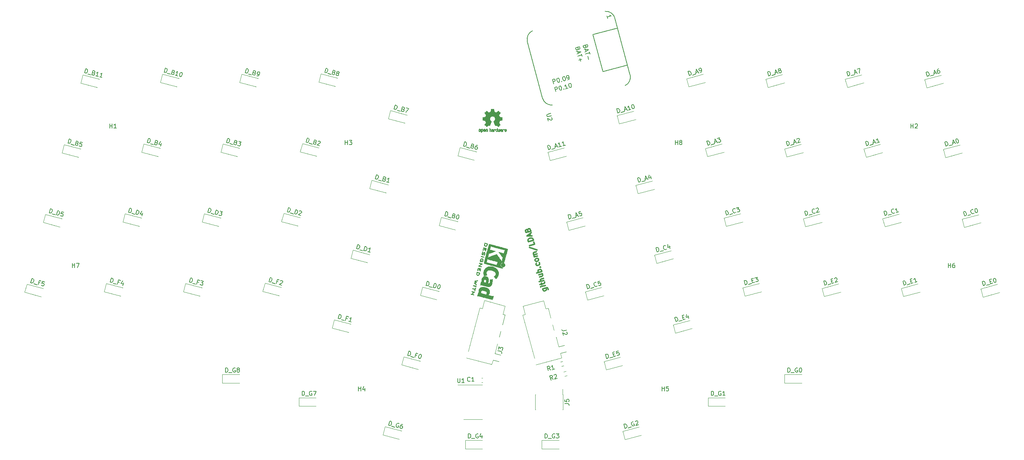
<source format=gto>
G04 #@! TF.GenerationSoftware,KiCad,Pcbnew,7.0.9-7.0.9~ubuntu22.04.1*
G04 #@! TF.CreationDate,2023-12-21T16:17:44+01:00*
G04 #@! TF.ProjectId,ergo56,6572676f-3536-42e6-9b69-6361645f7063,0.1*
G04 #@! TF.SameCoordinates,Original*
G04 #@! TF.FileFunction,Legend,Top*
G04 #@! TF.FilePolarity,Positive*
%FSLAX46Y46*%
G04 Gerber Fmt 4.6, Leading zero omitted, Abs format (unit mm)*
G04 Created by KiCad (PCBNEW 7.0.9-7.0.9~ubuntu22.04.1) date 2023-12-21 16:17:44*
%MOMM*%
%LPD*%
G01*
G04 APERTURE LIST*
%ADD10C,0.300000*%
%ADD11C,0.150000*%
%ADD12C,0.120000*%
%ADD13C,0.010000*%
G04 APERTURE END LIST*
D10*
X155226306Y-96512823D02*
X156164634Y-96261399D01*
X156164634Y-96261399D02*
X156289815Y-96287015D01*
X156289815Y-96287015D02*
X156359800Y-96327421D01*
X156359800Y-96327421D02*
X156444575Y-96423023D01*
X156444575Y-96423023D02*
X156488944Y-96588611D01*
X156488944Y-96588611D02*
X156463328Y-96713792D01*
X155943850Y-96320558D02*
X156028626Y-96416159D01*
X156028626Y-96416159D02*
X156087784Y-96636942D01*
X156087784Y-96636942D02*
X156062168Y-96762124D01*
X156062168Y-96762124D02*
X156021762Y-96832109D01*
X156021762Y-96832109D02*
X155926160Y-96916884D01*
X155926160Y-96916884D02*
X155594985Y-97005622D01*
X155594985Y-97005622D02*
X155469804Y-96980006D01*
X155469804Y-96980006D02*
X155399819Y-96939600D01*
X155399819Y-96939600D02*
X155315044Y-96843998D01*
X155315044Y-96843998D02*
X155255885Y-96623215D01*
X155255885Y-96623215D02*
X155281501Y-96498033D01*
X155851150Y-95753811D02*
X155078409Y-95960866D01*
X154692039Y-96064393D02*
X154762024Y-96104800D01*
X154762024Y-96104800D02*
X154802430Y-96034814D01*
X154802430Y-96034814D02*
X154732445Y-95994408D01*
X154732445Y-95994408D02*
X154692039Y-96064393D01*
X154692039Y-96064393D02*
X154802430Y-96034814D01*
X154974881Y-95574495D02*
X154856564Y-95132929D01*
X154544142Y-95512435D02*
X155537666Y-95246221D01*
X155537666Y-95246221D02*
X155633268Y-95161446D01*
X155633268Y-95161446D02*
X155658884Y-95036265D01*
X155658884Y-95036265D02*
X155629305Y-94925874D01*
X155525777Y-94539504D02*
X154366666Y-94850087D01*
X155392670Y-94042742D02*
X154785517Y-94205428D01*
X154785517Y-94205428D02*
X154689915Y-94290203D01*
X154689915Y-94290203D02*
X154664299Y-94415384D01*
X154664299Y-94415384D02*
X154708668Y-94580972D01*
X154708668Y-94580972D02*
X154793443Y-94676573D01*
X154793443Y-94676573D02*
X154863428Y-94716980D01*
X154338926Y-93201078D02*
X155111667Y-92994023D01*
X154472033Y-93697840D02*
X155079186Y-93535153D01*
X155079186Y-93535153D02*
X155174788Y-93450378D01*
X155174788Y-93450378D02*
X155200405Y-93325197D01*
X155200405Y-93325197D02*
X155156036Y-93159610D01*
X155156036Y-93159610D02*
X155071261Y-93064008D01*
X155071261Y-93064008D02*
X155001275Y-93023602D01*
X154963770Y-92442065D02*
X153804659Y-92752648D01*
X154246225Y-92634331D02*
X154161450Y-92538729D01*
X154161450Y-92538729D02*
X154102292Y-92317946D01*
X154102292Y-92317946D02*
X154127908Y-92192765D01*
X154127908Y-92192765D02*
X154168314Y-92122779D01*
X154168314Y-92122779D02*
X154263916Y-92038004D01*
X154263916Y-92038004D02*
X154595091Y-91949266D01*
X154595091Y-91949266D02*
X154720272Y-91974883D01*
X154720272Y-91974883D02*
X154790257Y-92015289D01*
X154790257Y-92015289D02*
X154875032Y-92110891D01*
X154875032Y-92110891D02*
X154934191Y-92331674D01*
X154934191Y-92331674D02*
X154908574Y-92456855D01*
X154572375Y-91422925D02*
X154612781Y-91352940D01*
X154612781Y-91352940D02*
X154682767Y-91393346D01*
X154682767Y-91393346D02*
X154642361Y-91463331D01*
X154642361Y-91463331D02*
X154572375Y-91422925D01*
X154572375Y-91422925D02*
X154682767Y-91393346D01*
X154346567Y-90359416D02*
X154431342Y-90455018D01*
X154431342Y-90455018D02*
X154490501Y-90675801D01*
X154490501Y-90675801D02*
X154464885Y-90800982D01*
X154464885Y-90800982D02*
X154424479Y-90870967D01*
X154424479Y-90870967D02*
X154328877Y-90955742D01*
X154328877Y-90955742D02*
X153997702Y-91044480D01*
X153997702Y-91044480D02*
X153872521Y-91018864D01*
X153872521Y-91018864D02*
X153802535Y-90978458D01*
X153802535Y-90978458D02*
X153717760Y-90882856D01*
X153717760Y-90882856D02*
X153658602Y-90662073D01*
X153658602Y-90662073D02*
X153684218Y-90536892D01*
X154224287Y-89682277D02*
X154198671Y-89807459D01*
X154198671Y-89807459D02*
X154158265Y-89877444D01*
X154158265Y-89877444D02*
X154062663Y-89962219D01*
X154062663Y-89962219D02*
X153731488Y-90050957D01*
X153731488Y-90050957D02*
X153606307Y-90025341D01*
X153606307Y-90025341D02*
X153536322Y-89984935D01*
X153536322Y-89984935D02*
X153451547Y-89889333D01*
X153451547Y-89889333D02*
X153407178Y-89723745D01*
X153407178Y-89723745D02*
X153432794Y-89598564D01*
X153432794Y-89598564D02*
X153473200Y-89528579D01*
X153473200Y-89528579D02*
X153568802Y-89443804D01*
X153568802Y-89443804D02*
X153899977Y-89355066D01*
X153899977Y-89355066D02*
X154025158Y-89380682D01*
X154025158Y-89380682D02*
X154095143Y-89421088D01*
X154095143Y-89421088D02*
X154179918Y-89516690D01*
X154179918Y-89516690D02*
X154224287Y-89682277D01*
X153987653Y-88799146D02*
X153214912Y-89006201D01*
X153325304Y-88976621D02*
X153255318Y-88936215D01*
X153255318Y-88936215D02*
X153170543Y-88840614D01*
X153170543Y-88840614D02*
X153126174Y-88675026D01*
X153126174Y-88675026D02*
X153151791Y-88549845D01*
X153151791Y-88549845D02*
X153247393Y-88465070D01*
X153247393Y-88465070D02*
X153854546Y-88302384D01*
X153247393Y-88465070D02*
X153122211Y-88439454D01*
X153122211Y-88439454D02*
X153037436Y-88343852D01*
X153037436Y-88343852D02*
X152993067Y-88178264D01*
X152993067Y-88178264D02*
X153018684Y-88053083D01*
X153018684Y-88053083D02*
X153114286Y-87968308D01*
X153114286Y-87968308D02*
X153721439Y-87805622D01*
X152137391Y-86751100D02*
X153893890Y-87345303D01*
X153100273Y-85487400D02*
X153248170Y-86039357D01*
X153248170Y-86039357D02*
X152089059Y-86349940D01*
X152996745Y-85101029D02*
X151837634Y-85411612D01*
X151837634Y-85411612D02*
X151763686Y-85135633D01*
X151763686Y-85135633D02*
X151774513Y-84955256D01*
X151774513Y-84955256D02*
X151855325Y-84815285D01*
X151855325Y-84815285D02*
X151950927Y-84730510D01*
X151950927Y-84730510D02*
X152156920Y-84616156D01*
X152156920Y-84616156D02*
X152322508Y-84571787D01*
X152322508Y-84571787D02*
X152558080Y-84567824D01*
X152558080Y-84567824D02*
X152683262Y-84593440D01*
X152683262Y-84593440D02*
X152823232Y-84674253D01*
X152823232Y-84674253D02*
X152922797Y-84825050D01*
X152922797Y-84825050D02*
X152996745Y-85101029D01*
X152369778Y-84085852D02*
X152221881Y-83533894D01*
X152730532Y-84107505D02*
X151467893Y-84031718D01*
X151467893Y-84031718D02*
X152523476Y-83334765D01*
X151709268Y-82724711D02*
X151720095Y-82544334D01*
X151720095Y-82544334D02*
X151760501Y-82474348D01*
X151760501Y-82474348D02*
X151856103Y-82389573D01*
X151856103Y-82389573D02*
X152021690Y-82345204D01*
X152021690Y-82345204D02*
X152146871Y-82370821D01*
X152146871Y-82370821D02*
X152216857Y-82411227D01*
X152216857Y-82411227D02*
X152301632Y-82506829D01*
X152301632Y-82506829D02*
X152419949Y-82948395D01*
X152419949Y-82948395D02*
X151260838Y-83258978D01*
X151260838Y-83258978D02*
X151157310Y-82872607D01*
X151157310Y-82872607D02*
X151182927Y-82747426D01*
X151182927Y-82747426D02*
X151223333Y-82677441D01*
X151223333Y-82677441D02*
X151318935Y-82592666D01*
X151318935Y-82592666D02*
X151429326Y-82563086D01*
X151429326Y-82563086D02*
X151554507Y-82588703D01*
X151554507Y-82588703D02*
X151624493Y-82629109D01*
X151624493Y-82629109D02*
X151709268Y-82724711D01*
X151709268Y-82724711D02*
X151812795Y-83111081D01*
D11*
X170204316Y-112907162D02*
X169945497Y-111941236D01*
X169945497Y-111941236D02*
X170175479Y-111879612D01*
X170175479Y-111879612D02*
X170325793Y-111888635D01*
X170325793Y-111888635D02*
X170442435Y-111955978D01*
X170442435Y-111955978D02*
X170513081Y-112035646D01*
X170513081Y-112035646D02*
X170608377Y-112207307D01*
X170608377Y-112207307D02*
X170645351Y-112345297D01*
X170645351Y-112345297D02*
X170648653Y-112541607D01*
X170648653Y-112541607D02*
X170627306Y-112645925D01*
X170627306Y-112645925D02*
X170559963Y-112762567D01*
X170559963Y-112762567D02*
X170434298Y-112845538D01*
X170434298Y-112845538D02*
X170204316Y-112907162D01*
X170964909Y-112801959D02*
X171700852Y-112604764D01*
X171770613Y-111945186D02*
X172092589Y-111858913D01*
X172366150Y-112327900D02*
X171906185Y-112451147D01*
X171906185Y-112451147D02*
X171647366Y-111485221D01*
X171647366Y-111485221D02*
X172107331Y-111361974D01*
X172981264Y-111127804D02*
X172521299Y-111251052D01*
X172521299Y-111251052D02*
X172598550Y-111723341D01*
X172598550Y-111723341D02*
X172632222Y-111665020D01*
X172632222Y-111665020D02*
X172711890Y-111594374D01*
X172711890Y-111594374D02*
X172941872Y-111532750D01*
X172941872Y-111532750D02*
X173046190Y-111554097D01*
X173046190Y-111554097D02*
X173104511Y-111587769D01*
X173104511Y-111587769D02*
X173175157Y-111667437D01*
X173175157Y-111667437D02*
X173236781Y-111897420D01*
X173236781Y-111897420D02*
X173215433Y-112001737D01*
X173215433Y-112001737D02*
X173181762Y-112060059D01*
X173181762Y-112060059D02*
X173102094Y-112130704D01*
X173102094Y-112130704D02*
X172872111Y-112192328D01*
X172872111Y-112192328D02*
X172767794Y-112170981D01*
X172767794Y-112170981D02*
X172709472Y-112137309D01*
X202826528Y-95561622D02*
X202567709Y-94595696D01*
X202567709Y-94595696D02*
X202797691Y-94534072D01*
X202797691Y-94534072D02*
X202948005Y-94543095D01*
X202948005Y-94543095D02*
X203064647Y-94610438D01*
X203064647Y-94610438D02*
X203135293Y-94690106D01*
X203135293Y-94690106D02*
X203230589Y-94861767D01*
X203230589Y-94861767D02*
X203267563Y-94999757D01*
X203267563Y-94999757D02*
X203270865Y-95196067D01*
X203270865Y-95196067D02*
X203249518Y-95300385D01*
X203249518Y-95300385D02*
X203182175Y-95417027D01*
X203182175Y-95417027D02*
X203056510Y-95499998D01*
X203056510Y-95499998D02*
X202826528Y-95561622D01*
X203587121Y-95456419D02*
X204323064Y-95259224D01*
X204392825Y-94599646D02*
X204714801Y-94513373D01*
X204988362Y-94982360D02*
X204528397Y-95105607D01*
X204528397Y-95105607D02*
X204269578Y-94139681D01*
X204269578Y-94139681D02*
X204729543Y-94016434D01*
X205051518Y-93930161D02*
X205649472Y-93769940D01*
X205649472Y-93769940D02*
X205426095Y-94224185D01*
X205426095Y-94224185D02*
X205564084Y-94187210D01*
X205564084Y-94187210D02*
X205668402Y-94208557D01*
X205668402Y-94208557D02*
X205726723Y-94242229D01*
X205726723Y-94242229D02*
X205797369Y-94321897D01*
X205797369Y-94321897D02*
X205858993Y-94551880D01*
X205858993Y-94551880D02*
X205837645Y-94656197D01*
X205837645Y-94656197D02*
X205803974Y-94714519D01*
X205803974Y-94714519D02*
X205724306Y-94785164D01*
X205724306Y-94785164D02*
X205448327Y-94859113D01*
X205448327Y-94859113D02*
X205344009Y-94837766D01*
X205344009Y-94837766D02*
X205285688Y-94804094D01*
X221487267Y-95657773D02*
X221228448Y-94691847D01*
X221228448Y-94691847D02*
X221458430Y-94630223D01*
X221458430Y-94630223D02*
X221608744Y-94639246D01*
X221608744Y-94639246D02*
X221725386Y-94706589D01*
X221725386Y-94706589D02*
X221796032Y-94786257D01*
X221796032Y-94786257D02*
X221891328Y-94957918D01*
X221891328Y-94957918D02*
X221928302Y-95095908D01*
X221928302Y-95095908D02*
X221931604Y-95292218D01*
X221931604Y-95292218D02*
X221910257Y-95396536D01*
X221910257Y-95396536D02*
X221842914Y-95513178D01*
X221842914Y-95513178D02*
X221717249Y-95596149D01*
X221717249Y-95596149D02*
X221487267Y-95657773D01*
X222247860Y-95552570D02*
X222983803Y-95355375D01*
X223053564Y-94695797D02*
X223375540Y-94609524D01*
X223649101Y-95078511D02*
X223189136Y-95201758D01*
X223189136Y-95201758D02*
X222930317Y-94235832D01*
X222930317Y-94235832D02*
X223390282Y-94112585D01*
X223782903Y-94105980D02*
X223816575Y-94047659D01*
X223816575Y-94047659D02*
X223896243Y-93977013D01*
X223896243Y-93977013D02*
X224126225Y-93915390D01*
X224126225Y-93915390D02*
X224230543Y-93936737D01*
X224230543Y-93936737D02*
X224288864Y-93970408D01*
X224288864Y-93970408D02*
X224359510Y-94050077D01*
X224359510Y-94050077D02*
X224384160Y-94142070D01*
X224384160Y-94142070D02*
X224375137Y-94292384D01*
X224375137Y-94292384D02*
X223971076Y-94992238D01*
X223971076Y-94992238D02*
X224569030Y-94832017D01*
X240124086Y-95664681D02*
X239865267Y-94698755D01*
X239865267Y-94698755D02*
X240095249Y-94637131D01*
X240095249Y-94637131D02*
X240245563Y-94646154D01*
X240245563Y-94646154D02*
X240362205Y-94713497D01*
X240362205Y-94713497D02*
X240432851Y-94793165D01*
X240432851Y-94793165D02*
X240528147Y-94964826D01*
X240528147Y-94964826D02*
X240565121Y-95102816D01*
X240565121Y-95102816D02*
X240568423Y-95299126D01*
X240568423Y-95299126D02*
X240547076Y-95403444D01*
X240547076Y-95403444D02*
X240479733Y-95520086D01*
X240479733Y-95520086D02*
X240354068Y-95603057D01*
X240354068Y-95603057D02*
X240124086Y-95664681D01*
X240884679Y-95559478D02*
X241620622Y-95362283D01*
X241690383Y-94702705D02*
X242012359Y-94616432D01*
X242285920Y-95085419D02*
X241825955Y-95208666D01*
X241825955Y-95208666D02*
X241567136Y-94242740D01*
X241567136Y-94242740D02*
X242027101Y-94119493D01*
X243205849Y-94838925D02*
X242653892Y-94986821D01*
X242929871Y-94912873D02*
X242671052Y-93946947D01*
X242671052Y-93946947D02*
X242616033Y-94109586D01*
X242616033Y-94109586D02*
X242548689Y-94226228D01*
X242548689Y-94226228D02*
X242469021Y-94296874D01*
X258784822Y-95760819D02*
X258526003Y-94794893D01*
X258526003Y-94794893D02*
X258755985Y-94733269D01*
X258755985Y-94733269D02*
X258906299Y-94742292D01*
X258906299Y-94742292D02*
X259022941Y-94809635D01*
X259022941Y-94809635D02*
X259093587Y-94889303D01*
X259093587Y-94889303D02*
X259188883Y-95060964D01*
X259188883Y-95060964D02*
X259225857Y-95198954D01*
X259225857Y-95198954D02*
X259229159Y-95395264D01*
X259229159Y-95395264D02*
X259207812Y-95499582D01*
X259207812Y-95499582D02*
X259140469Y-95616224D01*
X259140469Y-95616224D02*
X259014804Y-95699195D01*
X259014804Y-95699195D02*
X258784822Y-95760819D01*
X259545415Y-95655616D02*
X260281358Y-95458421D01*
X260351119Y-94798843D02*
X260673095Y-94712570D01*
X260946656Y-95181557D02*
X260486691Y-95304804D01*
X260486691Y-95304804D02*
X260227872Y-94338878D01*
X260227872Y-94338878D02*
X260687837Y-94215631D01*
X261285791Y-94055410D02*
X261377784Y-94030760D01*
X261377784Y-94030760D02*
X261482102Y-94052107D01*
X261482102Y-94052107D02*
X261540423Y-94085779D01*
X261540423Y-94085779D02*
X261611069Y-94165447D01*
X261611069Y-94165447D02*
X261706364Y-94337108D01*
X261706364Y-94337108D02*
X261767988Y-94567091D01*
X261767988Y-94567091D02*
X261771290Y-94763401D01*
X261771290Y-94763401D02*
X261749943Y-94867719D01*
X261749943Y-94867719D02*
X261716271Y-94926040D01*
X261716271Y-94926040D02*
X261636603Y-94996686D01*
X261636603Y-94996686D02*
X261544610Y-95021336D01*
X261544610Y-95021336D02*
X261440292Y-94999989D01*
X261440292Y-94999989D02*
X261381971Y-94966317D01*
X261381971Y-94966317D02*
X261311325Y-94886649D01*
X261311325Y-94886649D02*
X261216030Y-94714987D01*
X261216030Y-94714987D02*
X261154406Y-94485005D01*
X261154406Y-94485005D02*
X261151104Y-94288694D01*
X261151104Y-94288694D02*
X261172451Y-94184377D01*
X261172451Y-94184377D02*
X261206123Y-94126056D01*
X261206123Y-94126056D02*
X261285791Y-94055410D01*
X39203353Y-78623042D02*
X39462172Y-77657116D01*
X39462172Y-77657116D02*
X39692154Y-77718739D01*
X39692154Y-77718739D02*
X39817819Y-77801710D01*
X39817819Y-77801710D02*
X39885162Y-77918352D01*
X39885162Y-77918352D02*
X39906509Y-78022670D01*
X39906509Y-78022670D02*
X39903207Y-78218981D01*
X39903207Y-78218981D02*
X39866233Y-78356970D01*
X39866233Y-78356970D02*
X39770937Y-78528631D01*
X39770937Y-78528631D02*
X39700291Y-78608299D01*
X39700291Y-78608299D02*
X39583649Y-78675643D01*
X39583649Y-78675643D02*
X39433335Y-78684665D01*
X39433335Y-78684665D02*
X39203353Y-78623042D01*
X39914647Y-78912230D02*
X40650590Y-79109425D01*
X40905222Y-79079056D02*
X41164041Y-78113130D01*
X41164041Y-78113130D02*
X41394024Y-78174754D01*
X41394024Y-78174754D02*
X41519688Y-78257725D01*
X41519688Y-78257725D02*
X41587032Y-78374367D01*
X41587032Y-78374367D02*
X41608379Y-78478685D01*
X41608379Y-78478685D02*
X41605076Y-78674995D01*
X41605076Y-78674995D02*
X41568102Y-78812985D01*
X41568102Y-78812985D02*
X41472807Y-78984646D01*
X41472807Y-78984646D02*
X41402161Y-79064314D01*
X41402161Y-79064314D02*
X41285519Y-79131657D01*
X41285519Y-79131657D02*
X41135205Y-79140680D01*
X41135205Y-79140680D02*
X40905222Y-79079056D01*
X42589932Y-78495197D02*
X42129967Y-78371949D01*
X42129967Y-78371949D02*
X41960723Y-78819589D01*
X41960723Y-78819589D02*
X42019045Y-78785918D01*
X42019045Y-78785918D02*
X42123362Y-78764571D01*
X42123362Y-78764571D02*
X42353345Y-78826194D01*
X42353345Y-78826194D02*
X42433013Y-78896840D01*
X42433013Y-78896840D02*
X42466685Y-78955161D01*
X42466685Y-78955161D02*
X42488032Y-79059479D01*
X42488032Y-79059479D02*
X42426408Y-79289461D01*
X42426408Y-79289461D02*
X42355762Y-79369129D01*
X42355762Y-79369129D02*
X42297441Y-79402801D01*
X42297441Y-79402801D02*
X42193123Y-79424148D01*
X42193123Y-79424148D02*
X41963141Y-79362525D01*
X41963141Y-79362525D02*
X41883473Y-79291879D01*
X41883473Y-79291879D02*
X41849801Y-79233558D01*
X57875224Y-78485359D02*
X58134043Y-77519433D01*
X58134043Y-77519433D02*
X58364025Y-77581056D01*
X58364025Y-77581056D02*
X58489690Y-77664027D01*
X58489690Y-77664027D02*
X58557033Y-77780669D01*
X58557033Y-77780669D02*
X58578380Y-77884987D01*
X58578380Y-77884987D02*
X58575078Y-78081298D01*
X58575078Y-78081298D02*
X58538104Y-78219287D01*
X58538104Y-78219287D02*
X58442808Y-78390948D01*
X58442808Y-78390948D02*
X58372162Y-78470616D01*
X58372162Y-78470616D02*
X58255520Y-78537960D01*
X58255520Y-78537960D02*
X58105206Y-78546982D01*
X58105206Y-78546982D02*
X57875224Y-78485359D01*
X58586518Y-78774547D02*
X59322461Y-78971742D01*
X59577093Y-78941373D02*
X59835912Y-77975447D01*
X59835912Y-77975447D02*
X60065895Y-78037071D01*
X60065895Y-78037071D02*
X60191559Y-78120042D01*
X60191559Y-78120042D02*
X60258903Y-78236684D01*
X60258903Y-78236684D02*
X60280250Y-78341002D01*
X60280250Y-78341002D02*
X60276947Y-78537312D01*
X60276947Y-78537312D02*
X60239973Y-78675302D01*
X60239973Y-78675302D02*
X60144678Y-78846963D01*
X60144678Y-78846963D02*
X60074032Y-78926631D01*
X60074032Y-78926631D02*
X59957390Y-78993974D01*
X59957390Y-78993974D02*
X59807076Y-79002997D01*
X59807076Y-79002997D02*
X59577093Y-78941373D01*
X61129533Y-78667164D02*
X60956987Y-79311115D01*
X60998149Y-78237569D02*
X60583296Y-78865892D01*
X60583296Y-78865892D02*
X61181250Y-79026114D01*
X76511931Y-78478864D02*
X76770750Y-77512938D01*
X76770750Y-77512938D02*
X77000732Y-77574561D01*
X77000732Y-77574561D02*
X77126397Y-77657532D01*
X77126397Y-77657532D02*
X77193740Y-77774174D01*
X77193740Y-77774174D02*
X77215087Y-77878492D01*
X77215087Y-77878492D02*
X77211785Y-78074803D01*
X77211785Y-78074803D02*
X77174811Y-78212792D01*
X77174811Y-78212792D02*
X77079515Y-78384453D01*
X77079515Y-78384453D02*
X77008869Y-78464121D01*
X77008869Y-78464121D02*
X76892227Y-78531465D01*
X76892227Y-78531465D02*
X76741913Y-78540487D01*
X76741913Y-78540487D02*
X76511931Y-78478864D01*
X77223225Y-78768052D02*
X77959168Y-78965247D01*
X78213800Y-78934878D02*
X78472619Y-77968952D01*
X78472619Y-77968952D02*
X78702602Y-78030576D01*
X78702602Y-78030576D02*
X78828266Y-78113547D01*
X78828266Y-78113547D02*
X78895610Y-78230189D01*
X78895610Y-78230189D02*
X78916957Y-78334507D01*
X78916957Y-78334507D02*
X78913654Y-78530817D01*
X78913654Y-78530817D02*
X78876680Y-78668807D01*
X78876680Y-78668807D02*
X78781385Y-78840468D01*
X78781385Y-78840468D02*
X78710739Y-78920136D01*
X78710739Y-78920136D02*
X78594097Y-78987479D01*
X78594097Y-78987479D02*
X78443783Y-78996502D01*
X78443783Y-78996502D02*
X78213800Y-78934878D01*
X79346552Y-78203122D02*
X79944506Y-78363343D01*
X79944506Y-78363343D02*
X79523933Y-78645042D01*
X79523933Y-78645042D02*
X79661923Y-78682016D01*
X79661923Y-78682016D02*
X79741591Y-78752662D01*
X79741591Y-78752662D02*
X79775263Y-78810983D01*
X79775263Y-78810983D02*
X79796610Y-78915301D01*
X79796610Y-78915301D02*
X79734986Y-79145283D01*
X79734986Y-79145283D02*
X79664340Y-79224951D01*
X79664340Y-79224951D02*
X79606019Y-79258623D01*
X79606019Y-79258623D02*
X79501701Y-79279970D01*
X79501701Y-79279970D02*
X79225722Y-79206022D01*
X79225722Y-79206022D02*
X79146054Y-79135376D01*
X79146054Y-79135376D02*
X79112382Y-79077055D01*
X95172676Y-78382710D02*
X95431495Y-77416784D01*
X95431495Y-77416784D02*
X95661477Y-77478407D01*
X95661477Y-77478407D02*
X95787142Y-77561378D01*
X95787142Y-77561378D02*
X95854485Y-77678020D01*
X95854485Y-77678020D02*
X95875832Y-77782338D01*
X95875832Y-77782338D02*
X95872530Y-77978649D01*
X95872530Y-77978649D02*
X95835556Y-78116638D01*
X95835556Y-78116638D02*
X95740260Y-78288299D01*
X95740260Y-78288299D02*
X95669614Y-78367967D01*
X95669614Y-78367967D02*
X95552972Y-78435311D01*
X95552972Y-78435311D02*
X95402658Y-78444333D01*
X95402658Y-78444333D02*
X95172676Y-78382710D01*
X95883970Y-78671898D02*
X96619913Y-78869093D01*
X96874545Y-78838724D02*
X97133364Y-77872798D01*
X97133364Y-77872798D02*
X97363347Y-77934422D01*
X97363347Y-77934422D02*
X97489011Y-78017393D01*
X97489011Y-78017393D02*
X97556355Y-78134035D01*
X97556355Y-78134035D02*
X97577702Y-78238353D01*
X97577702Y-78238353D02*
X97574399Y-78434663D01*
X97574399Y-78434663D02*
X97537425Y-78572653D01*
X97537425Y-78572653D02*
X97442130Y-78744314D01*
X97442130Y-78744314D02*
X97371484Y-78823982D01*
X97371484Y-78823982D02*
X97254842Y-78891325D01*
X97254842Y-78891325D02*
X97104528Y-78900348D01*
X97104528Y-78900348D02*
X96874545Y-78838724D01*
X98028644Y-78211286D02*
X98086965Y-78177614D01*
X98086965Y-78177614D02*
X98191283Y-78156267D01*
X98191283Y-78156267D02*
X98421265Y-78217890D01*
X98421265Y-78217890D02*
X98500934Y-78288536D01*
X98500934Y-78288536D02*
X98534605Y-78346857D01*
X98534605Y-78346857D02*
X98555952Y-78451175D01*
X98555952Y-78451175D02*
X98531303Y-78543168D01*
X98531303Y-78543168D02*
X98448332Y-78668833D01*
X98448332Y-78668833D02*
X97748478Y-79072894D01*
X97748478Y-79072894D02*
X98346432Y-79233115D01*
X111483777Y-87055484D02*
X111742596Y-86089558D01*
X111742596Y-86089558D02*
X111972578Y-86151181D01*
X111972578Y-86151181D02*
X112098243Y-86234152D01*
X112098243Y-86234152D02*
X112165586Y-86350794D01*
X112165586Y-86350794D02*
X112186933Y-86455112D01*
X112186933Y-86455112D02*
X112183631Y-86651423D01*
X112183631Y-86651423D02*
X112146657Y-86789412D01*
X112146657Y-86789412D02*
X112051361Y-86961073D01*
X112051361Y-86961073D02*
X111980715Y-87040741D01*
X111980715Y-87040741D02*
X111864073Y-87108085D01*
X111864073Y-87108085D02*
X111713759Y-87117107D01*
X111713759Y-87117107D02*
X111483777Y-87055484D01*
X112195071Y-87344672D02*
X112931014Y-87541867D01*
X113185646Y-87511498D02*
X113444465Y-86545572D01*
X113444465Y-86545572D02*
X113674448Y-86607196D01*
X113674448Y-86607196D02*
X113800112Y-86690167D01*
X113800112Y-86690167D02*
X113867456Y-86806809D01*
X113867456Y-86806809D02*
X113888803Y-86911127D01*
X113888803Y-86911127D02*
X113885500Y-87107437D01*
X113885500Y-87107437D02*
X113848526Y-87245427D01*
X113848526Y-87245427D02*
X113753231Y-87417088D01*
X113753231Y-87417088D02*
X113682585Y-87496756D01*
X113682585Y-87496756D02*
X113565943Y-87564099D01*
X113565943Y-87564099D02*
X113415629Y-87573122D01*
X113415629Y-87573122D02*
X113185646Y-87511498D01*
X114657533Y-87905889D02*
X114105576Y-87757992D01*
X114381554Y-87831941D02*
X114640373Y-86866015D01*
X114640373Y-86866015D02*
X114511406Y-86979355D01*
X114511406Y-86979355D02*
X114394764Y-87046698D01*
X114394764Y-87046698D02*
X114290446Y-87068045D01*
X127794882Y-95728264D02*
X128053701Y-94762338D01*
X128053701Y-94762338D02*
X128283683Y-94823961D01*
X128283683Y-94823961D02*
X128409348Y-94906932D01*
X128409348Y-94906932D02*
X128476691Y-95023574D01*
X128476691Y-95023574D02*
X128498038Y-95127892D01*
X128498038Y-95127892D02*
X128494736Y-95324203D01*
X128494736Y-95324203D02*
X128457762Y-95462192D01*
X128457762Y-95462192D02*
X128362466Y-95633853D01*
X128362466Y-95633853D02*
X128291820Y-95713521D01*
X128291820Y-95713521D02*
X128175178Y-95780865D01*
X128175178Y-95780865D02*
X128024864Y-95789887D01*
X128024864Y-95789887D02*
X127794882Y-95728264D01*
X128506176Y-96017452D02*
X129242119Y-96214647D01*
X129496751Y-96184278D02*
X129755570Y-95218352D01*
X129755570Y-95218352D02*
X129985553Y-95279976D01*
X129985553Y-95279976D02*
X130111217Y-95362947D01*
X130111217Y-95362947D02*
X130178561Y-95479589D01*
X130178561Y-95479589D02*
X130199908Y-95583907D01*
X130199908Y-95583907D02*
X130196605Y-95780217D01*
X130196605Y-95780217D02*
X130159631Y-95918207D01*
X130159631Y-95918207D02*
X130064336Y-96089868D01*
X130064336Y-96089868D02*
X129993690Y-96169536D01*
X129993690Y-96169536D02*
X129877048Y-96236879D01*
X129877048Y-96236879D02*
X129726734Y-96245902D01*
X129726734Y-96245902D02*
X129496751Y-96184278D01*
X130905482Y-95526470D02*
X130997475Y-95551120D01*
X130997475Y-95551120D02*
X131077143Y-95621766D01*
X131077143Y-95621766D02*
X131110815Y-95680087D01*
X131110815Y-95680087D02*
X131132162Y-95784404D01*
X131132162Y-95784404D02*
X131128859Y-95980715D01*
X131128859Y-95980715D02*
X131067236Y-96210697D01*
X131067236Y-96210697D02*
X130971941Y-96382358D01*
X130971941Y-96382358D02*
X130901295Y-96462027D01*
X130901295Y-96462027D02*
X130842973Y-96495698D01*
X130842973Y-96495698D02*
X130738656Y-96517045D01*
X130738656Y-96517045D02*
X130646663Y-96492396D01*
X130646663Y-96492396D02*
X130566995Y-96421750D01*
X130566995Y-96421750D02*
X130533323Y-96363429D01*
X130533323Y-96363429D02*
X130511976Y-96259111D01*
X130511976Y-96259111D02*
X130515278Y-96062801D01*
X130515278Y-96062801D02*
X130576902Y-95832818D01*
X130576902Y-95832818D02*
X130672197Y-95661157D01*
X130672197Y-95661157D02*
X130742843Y-95581489D01*
X130742843Y-95581489D02*
X130801164Y-95547817D01*
X130801164Y-95547817D02*
X130905482Y-95526470D01*
X165758384Y-96498740D02*
X165499565Y-95532815D01*
X165499565Y-95532815D02*
X165729548Y-95471191D01*
X165729548Y-95471191D02*
X165879862Y-95480213D01*
X165879862Y-95480213D02*
X165996504Y-95547557D01*
X165996504Y-95547557D02*
X166067150Y-95627225D01*
X166067150Y-95627225D02*
X166162445Y-95798886D01*
X166162445Y-95798886D02*
X166199419Y-95936876D01*
X166199419Y-95936876D02*
X166202722Y-96133186D01*
X166202722Y-96133186D02*
X166181375Y-96237504D01*
X166181375Y-96237504D02*
X166114031Y-96354146D01*
X166114031Y-96354146D02*
X165988367Y-96437117D01*
X165988367Y-96437117D02*
X165758384Y-96498740D01*
X166518977Y-96393538D02*
X167254921Y-96196342D01*
X167987562Y-95802836D02*
X167953890Y-95861157D01*
X167953890Y-95861157D02*
X167828226Y-95944128D01*
X167828226Y-95944128D02*
X167736233Y-95968777D01*
X167736233Y-95968777D02*
X167585919Y-95959755D01*
X167585919Y-95959755D02*
X167469276Y-95892412D01*
X167469276Y-95892412D02*
X167398630Y-95812743D01*
X167398630Y-95812743D02*
X167303335Y-95641082D01*
X167303335Y-95641082D02*
X167266361Y-95503093D01*
X167266361Y-95503093D02*
X167263058Y-95306782D01*
X167263058Y-95306782D02*
X167284405Y-95202465D01*
X167284405Y-95202465D02*
X167351749Y-95085822D01*
X167351749Y-95085822D02*
X167477414Y-95002852D01*
X167477414Y-95002852D02*
X167569407Y-94978202D01*
X167569407Y-94978202D02*
X167719721Y-94987225D01*
X167719721Y-94987225D02*
X167778042Y-95020896D01*
X168627325Y-94694734D02*
X168167361Y-94817981D01*
X168167361Y-94817981D02*
X168244611Y-95290270D01*
X168244611Y-95290270D02*
X168278283Y-95231949D01*
X168278283Y-95231949D02*
X168357951Y-95161303D01*
X168357951Y-95161303D02*
X168587934Y-95099680D01*
X168587934Y-95099680D02*
X168692251Y-95121027D01*
X168692251Y-95121027D02*
X168750572Y-95154698D01*
X168750572Y-95154698D02*
X168821218Y-95234367D01*
X168821218Y-95234367D02*
X168882842Y-95464349D01*
X168882842Y-95464349D02*
X168861495Y-95568667D01*
X168861495Y-95568667D02*
X168827823Y-95626988D01*
X168827823Y-95626988D02*
X168748155Y-95697634D01*
X168748155Y-95697634D02*
X168518173Y-95759257D01*
X168518173Y-95759257D02*
X168413855Y-95737910D01*
X168413855Y-95737910D02*
X168355534Y-95704239D01*
X182069497Y-87825975D02*
X181810678Y-86860050D01*
X181810678Y-86860050D02*
X182040661Y-86798426D01*
X182040661Y-86798426D02*
X182190975Y-86807448D01*
X182190975Y-86807448D02*
X182307617Y-86874792D01*
X182307617Y-86874792D02*
X182378263Y-86954460D01*
X182378263Y-86954460D02*
X182473558Y-87126121D01*
X182473558Y-87126121D02*
X182510532Y-87264111D01*
X182510532Y-87264111D02*
X182513835Y-87460421D01*
X182513835Y-87460421D02*
X182492488Y-87564739D01*
X182492488Y-87564739D02*
X182425144Y-87681381D01*
X182425144Y-87681381D02*
X182299480Y-87764352D01*
X182299480Y-87764352D02*
X182069497Y-87825975D01*
X182830090Y-87720773D02*
X183566034Y-87523577D01*
X184298675Y-87130071D02*
X184265003Y-87188392D01*
X184265003Y-87188392D02*
X184139339Y-87271363D01*
X184139339Y-87271363D02*
X184047346Y-87296012D01*
X184047346Y-87296012D02*
X183897032Y-87286990D01*
X183897032Y-87286990D02*
X183780389Y-87219647D01*
X183780389Y-87219647D02*
X183709743Y-87139978D01*
X183709743Y-87139978D02*
X183614448Y-86968317D01*
X183614448Y-86968317D02*
X183577474Y-86830328D01*
X183577474Y-86830328D02*
X183574171Y-86634017D01*
X183574171Y-86634017D02*
X183595518Y-86529700D01*
X183595518Y-86529700D02*
X183662862Y-86413057D01*
X183662862Y-86413057D02*
X183788527Y-86330087D01*
X183788527Y-86330087D02*
X183880520Y-86305437D01*
X183880520Y-86305437D02*
X184030834Y-86314460D01*
X184030834Y-86314460D02*
X184089155Y-86348131D01*
X184978715Y-86356269D02*
X185151261Y-87000219D01*
X184650135Y-86049921D02*
X184605023Y-86801491D01*
X184605023Y-86801491D02*
X185202977Y-86641270D01*
X198380613Y-79153197D02*
X198121794Y-78187272D01*
X198121794Y-78187272D02*
X198351777Y-78125648D01*
X198351777Y-78125648D02*
X198502091Y-78134670D01*
X198502091Y-78134670D02*
X198618733Y-78202014D01*
X198618733Y-78202014D02*
X198689379Y-78281682D01*
X198689379Y-78281682D02*
X198784674Y-78453343D01*
X198784674Y-78453343D02*
X198821648Y-78591333D01*
X198821648Y-78591333D02*
X198824951Y-78787643D01*
X198824951Y-78787643D02*
X198803604Y-78891961D01*
X198803604Y-78891961D02*
X198736260Y-79008603D01*
X198736260Y-79008603D02*
X198610596Y-79091574D01*
X198610596Y-79091574D02*
X198380613Y-79153197D01*
X199141206Y-79047995D02*
X199877150Y-78850799D01*
X200609791Y-78457293D02*
X200576119Y-78515614D01*
X200576119Y-78515614D02*
X200450455Y-78598585D01*
X200450455Y-78598585D02*
X200358462Y-78623234D01*
X200358462Y-78623234D02*
X200208148Y-78614212D01*
X200208148Y-78614212D02*
X200091505Y-78546869D01*
X200091505Y-78546869D02*
X200020859Y-78467200D01*
X200020859Y-78467200D02*
X199925564Y-78295539D01*
X199925564Y-78295539D02*
X199888590Y-78157550D01*
X199888590Y-78157550D02*
X199885287Y-77961239D01*
X199885287Y-77961239D02*
X199906634Y-77856922D01*
X199906634Y-77856922D02*
X199973978Y-77740279D01*
X199973978Y-77740279D02*
X200099643Y-77657309D01*
X200099643Y-77657309D02*
X200191636Y-77632659D01*
X200191636Y-77632659D02*
X200341950Y-77641682D01*
X200341950Y-77641682D02*
X200400271Y-77675353D01*
X200697597Y-77497087D02*
X201295551Y-77336866D01*
X201295551Y-77336866D02*
X201072173Y-77791111D01*
X201072173Y-77791111D02*
X201210163Y-77754137D01*
X201210163Y-77754137D02*
X201314480Y-77775484D01*
X201314480Y-77775484D02*
X201372801Y-77809155D01*
X201372801Y-77809155D02*
X201443447Y-77888824D01*
X201443447Y-77888824D02*
X201505071Y-78118806D01*
X201505071Y-78118806D02*
X201483724Y-78223124D01*
X201483724Y-78223124D02*
X201450052Y-78281445D01*
X201450052Y-78281445D02*
X201370384Y-78352091D01*
X201370384Y-78352091D02*
X201094405Y-78426039D01*
X201094405Y-78426039D02*
X200990087Y-78404692D01*
X200990087Y-78404692D02*
X200931766Y-78371020D01*
X217041341Y-79249345D02*
X216782522Y-78283420D01*
X216782522Y-78283420D02*
X217012505Y-78221796D01*
X217012505Y-78221796D02*
X217162819Y-78230818D01*
X217162819Y-78230818D02*
X217279461Y-78298162D01*
X217279461Y-78298162D02*
X217350107Y-78377830D01*
X217350107Y-78377830D02*
X217445402Y-78549491D01*
X217445402Y-78549491D02*
X217482376Y-78687481D01*
X217482376Y-78687481D02*
X217485679Y-78883791D01*
X217485679Y-78883791D02*
X217464332Y-78988109D01*
X217464332Y-78988109D02*
X217396988Y-79104751D01*
X217396988Y-79104751D02*
X217271324Y-79187722D01*
X217271324Y-79187722D02*
X217041341Y-79249345D01*
X217801934Y-79144143D02*
X218537878Y-78946947D01*
X219270519Y-78553441D02*
X219236847Y-78611762D01*
X219236847Y-78611762D02*
X219111183Y-78694733D01*
X219111183Y-78694733D02*
X219019190Y-78719382D01*
X219019190Y-78719382D02*
X218868876Y-78710360D01*
X218868876Y-78710360D02*
X218752233Y-78643017D01*
X218752233Y-78643017D02*
X218681587Y-78563348D01*
X218681587Y-78563348D02*
X218586292Y-78391687D01*
X218586292Y-78391687D02*
X218549318Y-78253698D01*
X218549318Y-78253698D02*
X218546015Y-78057387D01*
X218546015Y-78057387D02*
X218567362Y-77953070D01*
X218567362Y-77953070D02*
X218634706Y-77836427D01*
X218634706Y-77836427D02*
X218760371Y-77753457D01*
X218760371Y-77753457D02*
X218852364Y-77728807D01*
X218852364Y-77728807D02*
X219002678Y-77737830D01*
X219002678Y-77737830D02*
X219060999Y-77771501D01*
X219428971Y-77672904D02*
X219462642Y-77614582D01*
X219462642Y-77614582D02*
X219542311Y-77543936D01*
X219542311Y-77543936D02*
X219772293Y-77482313D01*
X219772293Y-77482313D02*
X219876611Y-77503660D01*
X219876611Y-77503660D02*
X219934932Y-77537332D01*
X219934932Y-77537332D02*
X220005578Y-77617000D01*
X220005578Y-77617000D02*
X220030227Y-77708993D01*
X220030227Y-77708993D02*
X220021205Y-77859307D01*
X220021205Y-77859307D02*
X219617144Y-78559161D01*
X219617144Y-78559161D02*
X220215098Y-78398940D01*
X235678168Y-79256243D02*
X235419349Y-78290318D01*
X235419349Y-78290318D02*
X235649332Y-78228694D01*
X235649332Y-78228694D02*
X235799646Y-78237716D01*
X235799646Y-78237716D02*
X235916288Y-78305060D01*
X235916288Y-78305060D02*
X235986934Y-78384728D01*
X235986934Y-78384728D02*
X236082229Y-78556389D01*
X236082229Y-78556389D02*
X236119203Y-78694379D01*
X236119203Y-78694379D02*
X236122506Y-78890689D01*
X236122506Y-78890689D02*
X236101159Y-78995007D01*
X236101159Y-78995007D02*
X236033815Y-79111649D01*
X236033815Y-79111649D02*
X235908151Y-79194620D01*
X235908151Y-79194620D02*
X235678168Y-79256243D01*
X236438761Y-79151041D02*
X237174705Y-78953845D01*
X237907346Y-78560339D02*
X237873674Y-78618660D01*
X237873674Y-78618660D02*
X237748010Y-78701631D01*
X237748010Y-78701631D02*
X237656017Y-78726280D01*
X237656017Y-78726280D02*
X237505703Y-78717258D01*
X237505703Y-78717258D02*
X237389060Y-78649915D01*
X237389060Y-78649915D02*
X237318414Y-78570246D01*
X237318414Y-78570246D02*
X237223119Y-78398585D01*
X237223119Y-78398585D02*
X237186145Y-78260596D01*
X237186145Y-78260596D02*
X237182842Y-78064285D01*
X237182842Y-78064285D02*
X237204189Y-77959968D01*
X237204189Y-77959968D02*
X237271533Y-77843325D01*
X237271533Y-77843325D02*
X237397198Y-77760355D01*
X237397198Y-77760355D02*
X237489191Y-77735705D01*
X237489191Y-77735705D02*
X237639505Y-77744728D01*
X237639505Y-77744728D02*
X237697826Y-77778399D01*
X238851925Y-78405838D02*
X238299967Y-78553734D01*
X238575946Y-78479786D02*
X238317127Y-77513860D01*
X238317127Y-77513860D02*
X238262108Y-77676499D01*
X238262108Y-77676499D02*
X238194765Y-77793142D01*
X238194765Y-77793142D02*
X238115096Y-77863787D01*
X254338908Y-79352396D02*
X254080089Y-78386471D01*
X254080089Y-78386471D02*
X254310072Y-78324847D01*
X254310072Y-78324847D02*
X254460386Y-78333869D01*
X254460386Y-78333869D02*
X254577028Y-78401213D01*
X254577028Y-78401213D02*
X254647674Y-78480881D01*
X254647674Y-78480881D02*
X254742969Y-78652542D01*
X254742969Y-78652542D02*
X254779943Y-78790532D01*
X254779943Y-78790532D02*
X254783246Y-78986842D01*
X254783246Y-78986842D02*
X254761899Y-79091160D01*
X254761899Y-79091160D02*
X254694555Y-79207802D01*
X254694555Y-79207802D02*
X254568891Y-79290773D01*
X254568891Y-79290773D02*
X254338908Y-79352396D01*
X255099501Y-79247194D02*
X255835445Y-79049998D01*
X256568086Y-78656492D02*
X256534414Y-78714813D01*
X256534414Y-78714813D02*
X256408750Y-78797784D01*
X256408750Y-78797784D02*
X256316757Y-78822433D01*
X256316757Y-78822433D02*
X256166443Y-78813411D01*
X256166443Y-78813411D02*
X256049800Y-78746068D01*
X256049800Y-78746068D02*
X255979154Y-78666399D01*
X255979154Y-78666399D02*
X255883859Y-78494738D01*
X255883859Y-78494738D02*
X255846885Y-78356749D01*
X255846885Y-78356749D02*
X255843582Y-78160438D01*
X255843582Y-78160438D02*
X255864929Y-78056121D01*
X255864929Y-78056121D02*
X255932273Y-77939478D01*
X255932273Y-77939478D02*
X256057938Y-77856508D01*
X256057938Y-77856508D02*
X256149931Y-77831858D01*
X256149931Y-77831858D02*
X256300245Y-77840881D01*
X256300245Y-77840881D02*
X256358566Y-77874552D01*
X256931870Y-77622338D02*
X257023863Y-77597689D01*
X257023863Y-77597689D02*
X257128181Y-77619036D01*
X257128181Y-77619036D02*
X257186502Y-77652707D01*
X257186502Y-77652707D02*
X257257148Y-77732376D01*
X257257148Y-77732376D02*
X257352443Y-77904037D01*
X257352443Y-77904037D02*
X257414067Y-78134019D01*
X257414067Y-78134019D02*
X257417369Y-78330330D01*
X257417369Y-78330330D02*
X257396022Y-78434647D01*
X257396022Y-78434647D02*
X257362351Y-78492969D01*
X257362351Y-78492969D02*
X257282682Y-78563614D01*
X257282682Y-78563614D02*
X257190690Y-78588264D01*
X257190690Y-78588264D02*
X257086372Y-78566917D01*
X257086372Y-78566917D02*
X257028051Y-78533245D01*
X257028051Y-78533245D02*
X256957405Y-78453577D01*
X256957405Y-78453577D02*
X256862109Y-78281916D01*
X256862109Y-78281916D02*
X256800486Y-78051933D01*
X256800486Y-78051933D02*
X256797183Y-77855623D01*
X256797183Y-77855623D02*
X256818531Y-77751305D01*
X256818531Y-77751305D02*
X256852202Y-77692984D01*
X256852202Y-77692984D02*
X256931870Y-77622338D01*
X43603288Y-62202313D02*
X43862107Y-61236387D01*
X43862107Y-61236387D02*
X44092089Y-61298010D01*
X44092089Y-61298010D02*
X44217754Y-61380981D01*
X44217754Y-61380981D02*
X44285097Y-61497623D01*
X44285097Y-61497623D02*
X44306444Y-61601941D01*
X44306444Y-61601941D02*
X44303142Y-61798252D01*
X44303142Y-61798252D02*
X44266168Y-61936241D01*
X44266168Y-61936241D02*
X44170872Y-62107902D01*
X44170872Y-62107902D02*
X44100226Y-62187570D01*
X44100226Y-62187570D02*
X43983584Y-62254914D01*
X43983584Y-62254914D02*
X43833270Y-62263936D01*
X43833270Y-62263936D02*
X43603288Y-62202313D01*
X44314582Y-62491501D02*
X45050525Y-62688696D01*
X45762704Y-62238639D02*
X45888369Y-62321610D01*
X45888369Y-62321610D02*
X45922041Y-62379931D01*
X45922041Y-62379931D02*
X45943388Y-62484248D01*
X45943388Y-62484248D02*
X45906414Y-62622238D01*
X45906414Y-62622238D02*
X45835768Y-62701906D01*
X45835768Y-62701906D02*
X45777447Y-62735578D01*
X45777447Y-62735578D02*
X45673129Y-62756925D01*
X45673129Y-62756925D02*
X45305157Y-62658327D01*
X45305157Y-62658327D02*
X45563976Y-61692401D01*
X45563976Y-61692401D02*
X45885951Y-61778674D01*
X45885951Y-61778674D02*
X45965620Y-61849320D01*
X45965620Y-61849320D02*
X45999291Y-61907641D01*
X45999291Y-61907641D02*
X46020638Y-62011959D01*
X46020638Y-62011959D02*
X45995989Y-62103952D01*
X45995989Y-62103952D02*
X45925343Y-62183620D01*
X45925343Y-62183620D02*
X45867022Y-62217292D01*
X45867022Y-62217292D02*
X45762704Y-62238639D01*
X45762704Y-62238639D02*
X45440729Y-62152366D01*
X46989867Y-62074468D02*
X46529902Y-61951220D01*
X46529902Y-61951220D02*
X46360658Y-62398860D01*
X46360658Y-62398860D02*
X46418980Y-62365189D01*
X46418980Y-62365189D02*
X46523297Y-62343842D01*
X46523297Y-62343842D02*
X46753280Y-62405465D01*
X46753280Y-62405465D02*
X46832948Y-62476111D01*
X46832948Y-62476111D02*
X46866620Y-62534432D01*
X46866620Y-62534432D02*
X46887967Y-62638750D01*
X46887967Y-62638750D02*
X46826343Y-62868732D01*
X46826343Y-62868732D02*
X46755697Y-62948400D01*
X46755697Y-62948400D02*
X46697376Y-62982072D01*
X46697376Y-62982072D02*
X46593058Y-63003419D01*
X46593058Y-63003419D02*
X46363076Y-62941796D01*
X46363076Y-62941796D02*
X46283408Y-62871150D01*
X46283408Y-62871150D02*
X46249736Y-62812829D01*
X62275149Y-62064611D02*
X62533968Y-61098685D01*
X62533968Y-61098685D02*
X62763950Y-61160308D01*
X62763950Y-61160308D02*
X62889615Y-61243279D01*
X62889615Y-61243279D02*
X62956958Y-61359921D01*
X62956958Y-61359921D02*
X62978305Y-61464239D01*
X62978305Y-61464239D02*
X62975003Y-61660550D01*
X62975003Y-61660550D02*
X62938029Y-61798539D01*
X62938029Y-61798539D02*
X62842733Y-61970200D01*
X62842733Y-61970200D02*
X62772087Y-62049868D01*
X62772087Y-62049868D02*
X62655445Y-62117212D01*
X62655445Y-62117212D02*
X62505131Y-62126234D01*
X62505131Y-62126234D02*
X62275149Y-62064611D01*
X62986443Y-62353799D02*
X63722386Y-62550994D01*
X64434565Y-62100937D02*
X64560230Y-62183908D01*
X64560230Y-62183908D02*
X64593902Y-62242229D01*
X64593902Y-62242229D02*
X64615249Y-62346546D01*
X64615249Y-62346546D02*
X64578275Y-62484536D01*
X64578275Y-62484536D02*
X64507629Y-62564204D01*
X64507629Y-62564204D02*
X64449308Y-62597876D01*
X64449308Y-62597876D02*
X64344990Y-62619223D01*
X64344990Y-62619223D02*
X63977018Y-62520625D01*
X63977018Y-62520625D02*
X64235837Y-61554699D01*
X64235837Y-61554699D02*
X64557812Y-61640972D01*
X64557812Y-61640972D02*
X64637481Y-61711618D01*
X64637481Y-61711618D02*
X64671152Y-61769939D01*
X64671152Y-61769939D02*
X64692499Y-61874257D01*
X64692499Y-61874257D02*
X64667850Y-61966250D01*
X64667850Y-61966250D02*
X64597204Y-62045918D01*
X64597204Y-62045918D02*
X64538883Y-62079590D01*
X64538883Y-62079590D02*
X64434565Y-62100937D01*
X64434565Y-62100937D02*
X64112590Y-62014664D01*
X65529458Y-62246416D02*
X65356912Y-62890367D01*
X65398074Y-61816821D02*
X64983221Y-62445144D01*
X64983221Y-62445144D02*
X65581175Y-62605366D01*
X80911851Y-62058131D02*
X81170670Y-61092205D01*
X81170670Y-61092205D02*
X81400652Y-61153828D01*
X81400652Y-61153828D02*
X81526317Y-61236799D01*
X81526317Y-61236799D02*
X81593660Y-61353441D01*
X81593660Y-61353441D02*
X81615007Y-61457759D01*
X81615007Y-61457759D02*
X81611705Y-61654070D01*
X81611705Y-61654070D02*
X81574731Y-61792059D01*
X81574731Y-61792059D02*
X81479435Y-61963720D01*
X81479435Y-61963720D02*
X81408789Y-62043388D01*
X81408789Y-62043388D02*
X81292147Y-62110732D01*
X81292147Y-62110732D02*
X81141833Y-62119754D01*
X81141833Y-62119754D02*
X80911851Y-62058131D01*
X81623145Y-62347319D02*
X82359088Y-62544514D01*
X83071267Y-62094457D02*
X83196932Y-62177428D01*
X83196932Y-62177428D02*
X83230604Y-62235749D01*
X83230604Y-62235749D02*
X83251951Y-62340066D01*
X83251951Y-62340066D02*
X83214977Y-62478056D01*
X83214977Y-62478056D02*
X83144331Y-62557724D01*
X83144331Y-62557724D02*
X83086010Y-62591396D01*
X83086010Y-62591396D02*
X82981692Y-62612743D01*
X82981692Y-62612743D02*
X82613720Y-62514145D01*
X82613720Y-62514145D02*
X82872539Y-61548219D01*
X82872539Y-61548219D02*
X83194514Y-61634492D01*
X83194514Y-61634492D02*
X83274183Y-61705138D01*
X83274183Y-61705138D02*
X83307854Y-61763459D01*
X83307854Y-61763459D02*
X83329201Y-61867777D01*
X83329201Y-61867777D02*
X83304552Y-61959770D01*
X83304552Y-61959770D02*
X83233906Y-62039438D01*
X83233906Y-62039438D02*
X83175585Y-62073110D01*
X83175585Y-62073110D02*
X83071267Y-62094457D01*
X83071267Y-62094457D02*
X82749292Y-62008184D01*
X83746472Y-61782389D02*
X84344426Y-61942610D01*
X84344426Y-61942610D02*
X83923853Y-62224309D01*
X83923853Y-62224309D02*
X84061843Y-62261283D01*
X84061843Y-62261283D02*
X84141511Y-62331929D01*
X84141511Y-62331929D02*
X84175183Y-62390250D01*
X84175183Y-62390250D02*
X84196530Y-62494568D01*
X84196530Y-62494568D02*
X84134906Y-62724550D01*
X84134906Y-62724550D02*
X84064260Y-62804218D01*
X84064260Y-62804218D02*
X84005939Y-62837890D01*
X84005939Y-62837890D02*
X83901621Y-62859237D01*
X83901621Y-62859237D02*
X83625642Y-62785289D01*
X83625642Y-62785289D02*
X83545974Y-62714643D01*
X83545974Y-62714643D02*
X83512302Y-62656322D01*
X99572601Y-61961981D02*
X99831420Y-60996055D01*
X99831420Y-60996055D02*
X100061402Y-61057678D01*
X100061402Y-61057678D02*
X100187067Y-61140649D01*
X100187067Y-61140649D02*
X100254410Y-61257291D01*
X100254410Y-61257291D02*
X100275757Y-61361609D01*
X100275757Y-61361609D02*
X100272455Y-61557920D01*
X100272455Y-61557920D02*
X100235481Y-61695909D01*
X100235481Y-61695909D02*
X100140185Y-61867570D01*
X100140185Y-61867570D02*
X100069539Y-61947238D01*
X100069539Y-61947238D02*
X99952897Y-62014582D01*
X99952897Y-62014582D02*
X99802583Y-62023604D01*
X99802583Y-62023604D02*
X99572601Y-61961981D01*
X100283895Y-62251169D02*
X101019838Y-62448364D01*
X101732017Y-61998307D02*
X101857682Y-62081278D01*
X101857682Y-62081278D02*
X101891354Y-62139599D01*
X101891354Y-62139599D02*
X101912701Y-62243916D01*
X101912701Y-62243916D02*
X101875727Y-62381906D01*
X101875727Y-62381906D02*
X101805081Y-62461574D01*
X101805081Y-62461574D02*
X101746760Y-62495246D01*
X101746760Y-62495246D02*
X101642442Y-62516593D01*
X101642442Y-62516593D02*
X101274470Y-62417995D01*
X101274470Y-62417995D02*
X101533289Y-61452069D01*
X101533289Y-61452069D02*
X101855264Y-61538342D01*
X101855264Y-61538342D02*
X101934933Y-61608988D01*
X101934933Y-61608988D02*
X101968604Y-61667309D01*
X101968604Y-61667309D02*
X101989951Y-61771627D01*
X101989951Y-61771627D02*
X101965302Y-61863620D01*
X101965302Y-61863620D02*
X101894656Y-61943288D01*
X101894656Y-61943288D02*
X101836335Y-61976960D01*
X101836335Y-61976960D02*
X101732017Y-61998307D01*
X101732017Y-61998307D02*
X101410042Y-61912034D01*
X102428569Y-61790557D02*
X102486890Y-61756885D01*
X102486890Y-61756885D02*
X102591208Y-61735538D01*
X102591208Y-61735538D02*
X102821190Y-61797161D01*
X102821190Y-61797161D02*
X102900859Y-61867807D01*
X102900859Y-61867807D02*
X102934530Y-61926128D01*
X102934530Y-61926128D02*
X102955877Y-62030446D01*
X102955877Y-62030446D02*
X102931228Y-62122439D01*
X102931228Y-62122439D02*
X102848257Y-62248104D01*
X102848257Y-62248104D02*
X102148403Y-62652165D01*
X102148403Y-62652165D02*
X102746357Y-62812386D01*
X115883707Y-70634752D02*
X116142526Y-69668826D01*
X116142526Y-69668826D02*
X116372508Y-69730449D01*
X116372508Y-69730449D02*
X116498173Y-69813420D01*
X116498173Y-69813420D02*
X116565516Y-69930062D01*
X116565516Y-69930062D02*
X116586863Y-70034380D01*
X116586863Y-70034380D02*
X116583561Y-70230691D01*
X116583561Y-70230691D02*
X116546587Y-70368680D01*
X116546587Y-70368680D02*
X116451291Y-70540341D01*
X116451291Y-70540341D02*
X116380645Y-70620009D01*
X116380645Y-70620009D02*
X116264003Y-70687353D01*
X116264003Y-70687353D02*
X116113689Y-70696375D01*
X116113689Y-70696375D02*
X115883707Y-70634752D01*
X116595001Y-70923940D02*
X117330944Y-71121135D01*
X118043123Y-70671078D02*
X118168788Y-70754049D01*
X118168788Y-70754049D02*
X118202460Y-70812370D01*
X118202460Y-70812370D02*
X118223807Y-70916687D01*
X118223807Y-70916687D02*
X118186833Y-71054677D01*
X118186833Y-71054677D02*
X118116187Y-71134345D01*
X118116187Y-71134345D02*
X118057866Y-71168017D01*
X118057866Y-71168017D02*
X117953548Y-71189364D01*
X117953548Y-71189364D02*
X117585576Y-71090766D01*
X117585576Y-71090766D02*
X117844395Y-70124840D01*
X117844395Y-70124840D02*
X118166370Y-70211113D01*
X118166370Y-70211113D02*
X118246039Y-70281759D01*
X118246039Y-70281759D02*
X118279710Y-70340080D01*
X118279710Y-70340080D02*
X118301057Y-70444398D01*
X118301057Y-70444398D02*
X118276408Y-70536391D01*
X118276408Y-70536391D02*
X118205762Y-70616059D01*
X118205762Y-70616059D02*
X118147441Y-70649731D01*
X118147441Y-70649731D02*
X118043123Y-70671078D01*
X118043123Y-70671078D02*
X117721148Y-70584805D01*
X119057463Y-71485157D02*
X118505506Y-71337260D01*
X118781484Y-71411209D02*
X119040303Y-70445283D01*
X119040303Y-70445283D02*
X118911336Y-70558623D01*
X118911336Y-70558623D02*
X118794694Y-70625966D01*
X118794694Y-70625966D02*
X118690376Y-70647313D01*
X132194806Y-79307527D02*
X132453625Y-78341601D01*
X132453625Y-78341601D02*
X132683607Y-78403224D01*
X132683607Y-78403224D02*
X132809272Y-78486195D01*
X132809272Y-78486195D02*
X132876615Y-78602837D01*
X132876615Y-78602837D02*
X132897962Y-78707155D01*
X132897962Y-78707155D02*
X132894660Y-78903466D01*
X132894660Y-78903466D02*
X132857686Y-79041455D01*
X132857686Y-79041455D02*
X132762390Y-79213116D01*
X132762390Y-79213116D02*
X132691744Y-79292784D01*
X132691744Y-79292784D02*
X132575102Y-79360128D01*
X132575102Y-79360128D02*
X132424788Y-79369150D01*
X132424788Y-79369150D02*
X132194806Y-79307527D01*
X132906100Y-79596715D02*
X133642043Y-79793910D01*
X134354222Y-79343853D02*
X134479887Y-79426824D01*
X134479887Y-79426824D02*
X134513559Y-79485145D01*
X134513559Y-79485145D02*
X134534906Y-79589462D01*
X134534906Y-79589462D02*
X134497932Y-79727452D01*
X134497932Y-79727452D02*
X134427286Y-79807120D01*
X134427286Y-79807120D02*
X134368965Y-79840792D01*
X134368965Y-79840792D02*
X134264647Y-79862139D01*
X134264647Y-79862139D02*
X133896675Y-79763541D01*
X133896675Y-79763541D02*
X134155494Y-78797615D01*
X134155494Y-78797615D02*
X134477469Y-78883888D01*
X134477469Y-78883888D02*
X134557138Y-78954534D01*
X134557138Y-78954534D02*
X134590809Y-79012855D01*
X134590809Y-79012855D02*
X134612156Y-79117173D01*
X134612156Y-79117173D02*
X134587507Y-79209166D01*
X134587507Y-79209166D02*
X134516861Y-79288834D01*
X134516861Y-79288834D02*
X134458540Y-79322506D01*
X134458540Y-79322506D02*
X134354222Y-79343853D01*
X134354222Y-79343853D02*
X134032247Y-79257580D01*
X135305406Y-79105733D02*
X135397399Y-79130383D01*
X135397399Y-79130383D02*
X135477067Y-79201029D01*
X135477067Y-79201029D02*
X135510739Y-79259350D01*
X135510739Y-79259350D02*
X135532086Y-79363667D01*
X135532086Y-79363667D02*
X135528783Y-79559978D01*
X135528783Y-79559978D02*
X135467160Y-79789960D01*
X135467160Y-79789960D02*
X135371865Y-79961621D01*
X135371865Y-79961621D02*
X135301219Y-80041290D01*
X135301219Y-80041290D02*
X135242897Y-80074961D01*
X135242897Y-80074961D02*
X135138580Y-80096308D01*
X135138580Y-80096308D02*
X135046587Y-80071659D01*
X135046587Y-80071659D02*
X134966919Y-80001013D01*
X134966919Y-80001013D02*
X134933247Y-79942692D01*
X134933247Y-79942692D02*
X134911900Y-79838374D01*
X134911900Y-79838374D02*
X134915202Y-79642064D01*
X134915202Y-79642064D02*
X134976826Y-79412081D01*
X134976826Y-79412081D02*
X135072121Y-79240420D01*
X135072121Y-79240420D02*
X135142767Y-79160752D01*
X135142767Y-79160752D02*
X135201088Y-79127080D01*
X135201088Y-79127080D02*
X135305406Y-79105733D01*
X161427453Y-80059517D02*
X161168634Y-79093591D01*
X161168634Y-79093591D02*
X161398617Y-79031968D01*
X161398617Y-79031968D02*
X161548931Y-79040990D01*
X161548931Y-79040990D02*
X161665573Y-79108334D01*
X161665573Y-79108334D02*
X161736219Y-79188002D01*
X161736219Y-79188002D02*
X161831514Y-79359663D01*
X161831514Y-79359663D02*
X161868489Y-79497652D01*
X161868489Y-79497652D02*
X161871791Y-79693963D01*
X161871791Y-79693963D02*
X161850444Y-79798281D01*
X161850444Y-79798281D02*
X161783100Y-79914923D01*
X161783100Y-79914923D02*
X161657436Y-79997894D01*
X161657436Y-79997894D02*
X161427453Y-80059517D01*
X162188046Y-79954315D02*
X162923990Y-79757119D01*
X163009378Y-79339849D02*
X163469343Y-79216601D01*
X162991334Y-79640477D02*
X163054490Y-78588278D01*
X163054490Y-78588278D02*
X163635284Y-79467931D01*
X164158405Y-78292485D02*
X163698440Y-78415732D01*
X163698440Y-78415732D02*
X163775691Y-78888021D01*
X163775691Y-78888021D02*
X163809363Y-78829700D01*
X163809363Y-78829700D02*
X163889031Y-78759054D01*
X163889031Y-78759054D02*
X164119013Y-78697431D01*
X164119013Y-78697431D02*
X164223331Y-78718778D01*
X164223331Y-78718778D02*
X164281652Y-78752449D01*
X164281652Y-78752449D02*
X164352298Y-78832118D01*
X164352298Y-78832118D02*
X164413922Y-79062100D01*
X164413922Y-79062100D02*
X164392575Y-79166418D01*
X164392575Y-79166418D02*
X164358903Y-79224739D01*
X164358903Y-79224739D02*
X164279235Y-79295385D01*
X164279235Y-79295385D02*
X164049252Y-79357008D01*
X164049252Y-79357008D02*
X163944935Y-79335661D01*
X163944935Y-79335661D02*
X163886614Y-79301989D01*
X177738569Y-71386757D02*
X177479750Y-70420831D01*
X177479750Y-70420831D02*
X177709733Y-70359208D01*
X177709733Y-70359208D02*
X177860047Y-70368230D01*
X177860047Y-70368230D02*
X177976689Y-70435574D01*
X177976689Y-70435574D02*
X178047335Y-70515242D01*
X178047335Y-70515242D02*
X178142630Y-70686903D01*
X178142630Y-70686903D02*
X178179605Y-70824892D01*
X178179605Y-70824892D02*
X178182907Y-71021203D01*
X178182907Y-71021203D02*
X178161560Y-71125521D01*
X178161560Y-71125521D02*
X178094216Y-71242163D01*
X178094216Y-71242163D02*
X177968552Y-71325134D01*
X177968552Y-71325134D02*
X177738569Y-71386757D01*
X178499162Y-71281555D02*
X179235106Y-71084359D01*
X179320494Y-70667089D02*
X179780459Y-70543841D01*
X179302450Y-70967717D02*
X179365606Y-69915518D01*
X179365606Y-69915518D02*
X179946400Y-70795171D01*
X180509798Y-69954025D02*
X180682344Y-70597975D01*
X180181218Y-69647677D02*
X180136106Y-70399247D01*
X180136106Y-70399247D02*
X180734060Y-70239026D01*
X194049682Y-62713976D02*
X193790863Y-61748050D01*
X193790863Y-61748050D02*
X194020846Y-61686427D01*
X194020846Y-61686427D02*
X194171160Y-61695449D01*
X194171160Y-61695449D02*
X194287802Y-61762793D01*
X194287802Y-61762793D02*
X194358448Y-61842461D01*
X194358448Y-61842461D02*
X194453743Y-62014122D01*
X194453743Y-62014122D02*
X194490718Y-62152111D01*
X194490718Y-62152111D02*
X194494020Y-62348422D01*
X194494020Y-62348422D02*
X194472673Y-62452740D01*
X194472673Y-62452740D02*
X194405329Y-62569382D01*
X194405329Y-62569382D02*
X194279665Y-62652353D01*
X194279665Y-62652353D02*
X194049682Y-62713976D01*
X194810275Y-62608774D02*
X195546219Y-62411578D01*
X195631607Y-61994308D02*
X196091572Y-61871060D01*
X195613563Y-62294936D02*
X195676719Y-61242737D01*
X195676719Y-61242737D02*
X196257513Y-62122390D01*
X196228677Y-61094840D02*
X196826631Y-60934619D01*
X196826631Y-60934619D02*
X196603253Y-61388864D01*
X196603253Y-61388864D02*
X196741242Y-61351890D01*
X196741242Y-61351890D02*
X196845560Y-61373237D01*
X196845560Y-61373237D02*
X196903881Y-61406908D01*
X196903881Y-61406908D02*
X196974527Y-61486577D01*
X196974527Y-61486577D02*
X197036151Y-61716559D01*
X197036151Y-61716559D02*
X197014804Y-61820877D01*
X197014804Y-61820877D02*
X196981132Y-61879198D01*
X196981132Y-61879198D02*
X196901464Y-61949844D01*
X196901464Y-61949844D02*
X196625485Y-62023792D01*
X196625485Y-62023792D02*
X196521167Y-62002445D01*
X196521167Y-62002445D02*
X196462846Y-61968773D01*
X212710426Y-62810128D02*
X212451607Y-61844202D01*
X212451607Y-61844202D02*
X212681590Y-61782579D01*
X212681590Y-61782579D02*
X212831904Y-61791601D01*
X212831904Y-61791601D02*
X212948546Y-61858945D01*
X212948546Y-61858945D02*
X213019192Y-61938613D01*
X213019192Y-61938613D02*
X213114487Y-62110274D01*
X213114487Y-62110274D02*
X213151462Y-62248263D01*
X213151462Y-62248263D02*
X213154764Y-62444574D01*
X213154764Y-62444574D02*
X213133417Y-62548892D01*
X213133417Y-62548892D02*
X213066073Y-62665534D01*
X213066073Y-62665534D02*
X212940409Y-62748505D01*
X212940409Y-62748505D02*
X212710426Y-62810128D01*
X213471019Y-62704926D02*
X214206963Y-62507730D01*
X214292351Y-62090460D02*
X214752316Y-61967212D01*
X214274307Y-62391088D02*
X214337463Y-61338889D01*
X214337463Y-61338889D02*
X214918257Y-62218542D01*
X214960066Y-61270660D02*
X214993738Y-61212339D01*
X214993738Y-61212339D02*
X215073406Y-61141693D01*
X215073406Y-61141693D02*
X215303389Y-61080070D01*
X215303389Y-61080070D02*
X215407706Y-61101417D01*
X215407706Y-61101417D02*
X215466028Y-61135089D01*
X215466028Y-61135089D02*
X215536673Y-61214757D01*
X215536673Y-61214757D02*
X215561323Y-61306750D01*
X215561323Y-61306750D02*
X215552301Y-61457064D01*
X215552301Y-61457064D02*
X215148240Y-62156918D01*
X215148240Y-62156918D02*
X215746194Y-61996697D01*
X231347242Y-62817042D02*
X231088423Y-61851116D01*
X231088423Y-61851116D02*
X231318406Y-61789493D01*
X231318406Y-61789493D02*
X231468720Y-61798515D01*
X231468720Y-61798515D02*
X231585362Y-61865859D01*
X231585362Y-61865859D02*
X231656008Y-61945527D01*
X231656008Y-61945527D02*
X231751303Y-62117188D01*
X231751303Y-62117188D02*
X231788278Y-62255177D01*
X231788278Y-62255177D02*
X231791580Y-62451488D01*
X231791580Y-62451488D02*
X231770233Y-62555806D01*
X231770233Y-62555806D02*
X231702889Y-62672448D01*
X231702889Y-62672448D02*
X231577225Y-62755419D01*
X231577225Y-62755419D02*
X231347242Y-62817042D01*
X232107835Y-62711840D02*
X232843779Y-62514644D01*
X232929167Y-62097374D02*
X233389132Y-61974126D01*
X232911123Y-62398002D02*
X232974279Y-61345803D01*
X232974279Y-61345803D02*
X233555073Y-62225456D01*
X234383010Y-62003611D02*
X233831052Y-62151507D01*
X234107031Y-62077559D02*
X233848212Y-61111633D01*
X233848212Y-61111633D02*
X233793193Y-61274272D01*
X233793193Y-61274272D02*
X233725850Y-61390914D01*
X233725850Y-61390914D02*
X233646181Y-61461560D01*
X250007969Y-62913172D02*
X249749150Y-61947246D01*
X249749150Y-61947246D02*
X249979133Y-61885623D01*
X249979133Y-61885623D02*
X250129447Y-61894645D01*
X250129447Y-61894645D02*
X250246089Y-61961989D01*
X250246089Y-61961989D02*
X250316735Y-62041657D01*
X250316735Y-62041657D02*
X250412030Y-62213318D01*
X250412030Y-62213318D02*
X250449005Y-62351307D01*
X250449005Y-62351307D02*
X250452307Y-62547618D01*
X250452307Y-62547618D02*
X250430960Y-62651936D01*
X250430960Y-62651936D02*
X250363616Y-62768578D01*
X250363616Y-62768578D02*
X250237952Y-62851549D01*
X250237952Y-62851549D02*
X250007969Y-62913172D01*
X250768562Y-62807970D02*
X251504506Y-62610774D01*
X251589894Y-62193504D02*
X252049859Y-62070256D01*
X251571850Y-62494132D02*
X251635006Y-61441933D01*
X251635006Y-61441933D02*
X252215800Y-62321586D01*
X252462942Y-61220088D02*
X252554935Y-61195439D01*
X252554935Y-61195439D02*
X252659253Y-61216786D01*
X252659253Y-61216786D02*
X252717574Y-61250457D01*
X252717574Y-61250457D02*
X252788220Y-61330126D01*
X252788220Y-61330126D02*
X252883515Y-61501787D01*
X252883515Y-61501787D02*
X252945139Y-61731769D01*
X252945139Y-61731769D02*
X252948441Y-61928080D01*
X252948441Y-61928080D02*
X252927094Y-62032397D01*
X252927094Y-62032397D02*
X252893423Y-62090718D01*
X252893423Y-62090718D02*
X252813754Y-62161364D01*
X252813754Y-62161364D02*
X252721761Y-62186014D01*
X252721761Y-62186014D02*
X252617444Y-62164667D01*
X252617444Y-62164667D02*
X252559123Y-62130995D01*
X252559123Y-62130995D02*
X252488477Y-62051327D01*
X252488477Y-62051327D02*
X252393181Y-61879666D01*
X252393181Y-61879666D02*
X252331558Y-61649683D01*
X252331558Y-61649683D02*
X252328255Y-61453373D01*
X252328255Y-61453373D02*
X252349602Y-61349055D01*
X252349602Y-61349055D02*
X252383274Y-61290734D01*
X252383274Y-61290734D02*
X252462942Y-61220088D01*
X98645525Y-121610815D02*
X98645525Y-120610815D01*
X98645525Y-120610815D02*
X98883620Y-120610815D01*
X98883620Y-120610815D02*
X99026477Y-120658434D01*
X99026477Y-120658434D02*
X99121715Y-120753672D01*
X99121715Y-120753672D02*
X99169334Y-120848910D01*
X99169334Y-120848910D02*
X99216953Y-121039386D01*
X99216953Y-121039386D02*
X99216953Y-121182243D01*
X99216953Y-121182243D02*
X99169334Y-121372719D01*
X99169334Y-121372719D02*
X99121715Y-121467957D01*
X99121715Y-121467957D02*
X99026477Y-121563196D01*
X99026477Y-121563196D02*
X98883620Y-121610815D01*
X98883620Y-121610815D02*
X98645525Y-121610815D01*
X99407430Y-121706053D02*
X100169334Y-121706053D01*
X100931239Y-120658434D02*
X100836001Y-120610815D01*
X100836001Y-120610815D02*
X100693144Y-120610815D01*
X100693144Y-120610815D02*
X100550287Y-120658434D01*
X100550287Y-120658434D02*
X100455049Y-120753672D01*
X100455049Y-120753672D02*
X100407430Y-120848910D01*
X100407430Y-120848910D02*
X100359811Y-121039386D01*
X100359811Y-121039386D02*
X100359811Y-121182243D01*
X100359811Y-121182243D02*
X100407430Y-121372719D01*
X100407430Y-121372719D02*
X100455049Y-121467957D01*
X100455049Y-121467957D02*
X100550287Y-121563196D01*
X100550287Y-121563196D02*
X100693144Y-121610815D01*
X100693144Y-121610815D02*
X100788382Y-121610815D01*
X100788382Y-121610815D02*
X100931239Y-121563196D01*
X100931239Y-121563196D02*
X100978858Y-121515576D01*
X100978858Y-121515576D02*
X100978858Y-121182243D01*
X100978858Y-121182243D02*
X100788382Y-121182243D01*
X101312192Y-120610815D02*
X101978858Y-120610815D01*
X101978858Y-120610815D02*
X101550287Y-121610815D01*
X118986133Y-128600191D02*
X119244952Y-127634265D01*
X119244952Y-127634265D02*
X119474934Y-127695888D01*
X119474934Y-127695888D02*
X119600599Y-127778859D01*
X119600599Y-127778859D02*
X119667942Y-127895501D01*
X119667942Y-127895501D02*
X119689289Y-127999819D01*
X119689289Y-127999819D02*
X119685987Y-128196130D01*
X119685987Y-128196130D02*
X119649013Y-128334119D01*
X119649013Y-128334119D02*
X119553717Y-128505780D01*
X119553717Y-128505780D02*
X119483071Y-128585448D01*
X119483071Y-128585448D02*
X119366429Y-128652792D01*
X119366429Y-128652792D02*
X119216115Y-128661814D01*
X119216115Y-128661814D02*
X118986133Y-128600191D01*
X119697427Y-128889379D02*
X120433370Y-129086574D01*
X121440458Y-128271848D02*
X121360789Y-128201202D01*
X121360789Y-128201202D02*
X121222800Y-128164228D01*
X121222800Y-128164228D02*
X121072486Y-128173250D01*
X121072486Y-128173250D02*
X120955844Y-128240593D01*
X120955844Y-128240593D02*
X120885198Y-128320262D01*
X120885198Y-128320262D02*
X120789902Y-128491923D01*
X120789902Y-128491923D02*
X120752928Y-128629912D01*
X120752928Y-128629912D02*
X120749626Y-128826223D01*
X120749626Y-128826223D02*
X120770973Y-128930540D01*
X120770973Y-128930540D02*
X120838316Y-129047183D01*
X120838316Y-129047183D02*
X120963981Y-129130153D01*
X120963981Y-129130153D02*
X121055974Y-129154803D01*
X121055974Y-129154803D02*
X121206288Y-129145781D01*
X121206288Y-129145781D02*
X121264609Y-129112109D01*
X121264609Y-129112109D02*
X121350882Y-128790134D01*
X121350882Y-128790134D02*
X121166896Y-128740835D01*
X122326715Y-128460021D02*
X122142729Y-128410722D01*
X122142729Y-128410722D02*
X122038412Y-128432069D01*
X122038412Y-128432069D02*
X121980091Y-128465741D01*
X121980091Y-128465741D02*
X121851123Y-128579081D01*
X121851123Y-128579081D02*
X121755828Y-128750742D01*
X121755828Y-128750742D02*
X121657230Y-129118714D01*
X121657230Y-129118714D02*
X121678577Y-129223031D01*
X121678577Y-129223031D02*
X121712249Y-129281352D01*
X121712249Y-129281352D02*
X121791917Y-129351998D01*
X121791917Y-129351998D02*
X121975903Y-129401297D01*
X121975903Y-129401297D02*
X122080221Y-129379950D01*
X122080221Y-129379950D02*
X122138542Y-129346278D01*
X122138542Y-129346278D02*
X122209188Y-129266610D01*
X122209188Y-129266610D02*
X122270812Y-129036628D01*
X122270812Y-129036628D02*
X122249465Y-128932310D01*
X122249465Y-128932310D02*
X122215793Y-128873989D01*
X122215793Y-128873989D02*
X122136125Y-128803343D01*
X122136125Y-128803343D02*
X121952139Y-128754044D01*
X121952139Y-128754044D02*
X121847821Y-128775391D01*
X121847821Y-128775391D02*
X121789500Y-128809063D01*
X121789500Y-128809063D02*
X121718854Y-128888731D01*
X137731524Y-131629811D02*
X137731524Y-130629811D01*
X137731524Y-130629811D02*
X137969619Y-130629811D01*
X137969619Y-130629811D02*
X138112476Y-130677430D01*
X138112476Y-130677430D02*
X138207714Y-130772668D01*
X138207714Y-130772668D02*
X138255333Y-130867906D01*
X138255333Y-130867906D02*
X138302952Y-131058382D01*
X138302952Y-131058382D02*
X138302952Y-131201239D01*
X138302952Y-131201239D02*
X138255333Y-131391715D01*
X138255333Y-131391715D02*
X138207714Y-131486953D01*
X138207714Y-131486953D02*
X138112476Y-131582192D01*
X138112476Y-131582192D02*
X137969619Y-131629811D01*
X137969619Y-131629811D02*
X137731524Y-131629811D01*
X138493429Y-131725049D02*
X139255333Y-131725049D01*
X140017238Y-130677430D02*
X139922000Y-130629811D01*
X139922000Y-130629811D02*
X139779143Y-130629811D01*
X139779143Y-130629811D02*
X139636286Y-130677430D01*
X139636286Y-130677430D02*
X139541048Y-130772668D01*
X139541048Y-130772668D02*
X139493429Y-130867906D01*
X139493429Y-130867906D02*
X139445810Y-131058382D01*
X139445810Y-131058382D02*
X139445810Y-131201239D01*
X139445810Y-131201239D02*
X139493429Y-131391715D01*
X139493429Y-131391715D02*
X139541048Y-131486953D01*
X139541048Y-131486953D02*
X139636286Y-131582192D01*
X139636286Y-131582192D02*
X139779143Y-131629811D01*
X139779143Y-131629811D02*
X139874381Y-131629811D01*
X139874381Y-131629811D02*
X140017238Y-131582192D01*
X140017238Y-131582192D02*
X140064857Y-131534572D01*
X140064857Y-131534572D02*
X140064857Y-131201239D01*
X140064857Y-131201239D02*
X139874381Y-131201239D01*
X140922000Y-130963144D02*
X140922000Y-131629811D01*
X140683905Y-130582192D02*
X140445810Y-131296477D01*
X140445810Y-131296477D02*
X141064857Y-131296477D01*
X174561802Y-129341871D02*
X174302983Y-128375946D01*
X174302983Y-128375946D02*
X174532966Y-128314322D01*
X174532966Y-128314322D02*
X174683280Y-128323344D01*
X174683280Y-128323344D02*
X174799922Y-128390688D01*
X174799922Y-128390688D02*
X174870568Y-128470356D01*
X174870568Y-128470356D02*
X174965863Y-128642017D01*
X174965863Y-128642017D02*
X175002837Y-128780007D01*
X175002837Y-128780007D02*
X175006140Y-128976317D01*
X175006140Y-128976317D02*
X174984793Y-129080635D01*
X174984793Y-129080635D02*
X174917449Y-129197277D01*
X174917449Y-129197277D02*
X174791785Y-129280248D01*
X174791785Y-129280248D02*
X174561802Y-129341871D01*
X175322395Y-129236669D02*
X176058339Y-129039473D01*
X176523139Y-127830356D02*
X176418821Y-127809009D01*
X176418821Y-127809009D02*
X176280832Y-127845983D01*
X176280832Y-127845983D02*
X176155167Y-127928953D01*
X176155167Y-127928953D02*
X176087823Y-128045596D01*
X176087823Y-128045596D02*
X176066476Y-128149913D01*
X176066476Y-128149913D02*
X176069779Y-128346224D01*
X176069779Y-128346224D02*
X176106753Y-128484213D01*
X176106753Y-128484213D02*
X176202048Y-128655874D01*
X176202048Y-128655874D02*
X176272694Y-128735543D01*
X176272694Y-128735543D02*
X176389337Y-128802886D01*
X176389337Y-128802886D02*
X176539651Y-128811908D01*
X176539651Y-128811908D02*
X176631644Y-128787259D01*
X176631644Y-128787259D02*
X176757308Y-128704288D01*
X176757308Y-128704288D02*
X176790980Y-128645967D01*
X176790980Y-128645967D02*
X176704707Y-128323992D01*
X176704707Y-128323992D02*
X176520721Y-128373291D01*
X176949432Y-127765430D02*
X176983103Y-127707108D01*
X176983103Y-127707108D02*
X177062772Y-127636462D01*
X177062772Y-127636462D02*
X177292754Y-127574839D01*
X177292754Y-127574839D02*
X177397072Y-127596186D01*
X177397072Y-127596186D02*
X177455393Y-127629858D01*
X177455393Y-127629858D02*
X177526039Y-127709526D01*
X177526039Y-127709526D02*
X177550688Y-127801519D01*
X177550688Y-127801519D02*
X177541666Y-127951833D01*
X177541666Y-127951833D02*
X177137605Y-128651687D01*
X177137605Y-128651687D02*
X177735559Y-128491466D01*
X194817773Y-121610493D02*
X194817773Y-120610493D01*
X194817773Y-120610493D02*
X195055868Y-120610493D01*
X195055868Y-120610493D02*
X195198725Y-120658112D01*
X195198725Y-120658112D02*
X195293963Y-120753350D01*
X195293963Y-120753350D02*
X195341582Y-120848588D01*
X195341582Y-120848588D02*
X195389201Y-121039064D01*
X195389201Y-121039064D02*
X195389201Y-121181921D01*
X195389201Y-121181921D02*
X195341582Y-121372397D01*
X195341582Y-121372397D02*
X195293963Y-121467635D01*
X195293963Y-121467635D02*
X195198725Y-121562874D01*
X195198725Y-121562874D02*
X195055868Y-121610493D01*
X195055868Y-121610493D02*
X194817773Y-121610493D01*
X195579678Y-121705731D02*
X196341582Y-121705731D01*
X197103487Y-120658112D02*
X197008249Y-120610493D01*
X197008249Y-120610493D02*
X196865392Y-120610493D01*
X196865392Y-120610493D02*
X196722535Y-120658112D01*
X196722535Y-120658112D02*
X196627297Y-120753350D01*
X196627297Y-120753350D02*
X196579678Y-120848588D01*
X196579678Y-120848588D02*
X196532059Y-121039064D01*
X196532059Y-121039064D02*
X196532059Y-121181921D01*
X196532059Y-121181921D02*
X196579678Y-121372397D01*
X196579678Y-121372397D02*
X196627297Y-121467635D01*
X196627297Y-121467635D02*
X196722535Y-121562874D01*
X196722535Y-121562874D02*
X196865392Y-121610493D01*
X196865392Y-121610493D02*
X196960630Y-121610493D01*
X196960630Y-121610493D02*
X197103487Y-121562874D01*
X197103487Y-121562874D02*
X197151106Y-121515254D01*
X197151106Y-121515254D02*
X197151106Y-121181921D01*
X197151106Y-121181921D02*
X196960630Y-121181921D01*
X198103487Y-121610493D02*
X197532059Y-121610493D01*
X197817773Y-121610493D02*
X197817773Y-120610493D01*
X197817773Y-120610493D02*
X197722535Y-120753350D01*
X197722535Y-120753350D02*
X197627297Y-120848588D01*
X197627297Y-120848588D02*
X197532059Y-120896207D01*
X34872433Y-95062274D02*
X35131252Y-94096348D01*
X35131252Y-94096348D02*
X35361234Y-94157972D01*
X35361234Y-94157972D02*
X35486899Y-94240942D01*
X35486899Y-94240942D02*
X35554242Y-94357584D01*
X35554242Y-94357584D02*
X35575589Y-94461902D01*
X35575589Y-94461902D02*
X35572287Y-94658213D01*
X35572287Y-94658213D02*
X35535313Y-94796202D01*
X35535313Y-94796202D02*
X35440017Y-94967863D01*
X35440017Y-94967863D02*
X35369372Y-95047532D01*
X35369372Y-95047532D02*
X35252729Y-95114875D01*
X35252729Y-95114875D02*
X35102415Y-95123897D01*
X35102415Y-95123897D02*
X34872433Y-95062274D01*
X35583727Y-95351462D02*
X36319670Y-95548658D01*
X37031849Y-95098600D02*
X36709874Y-95012327D01*
X36574302Y-95518288D02*
X36833121Y-94552362D01*
X36833121Y-94552362D02*
X37293086Y-94675610D01*
X38121023Y-94897455D02*
X37661058Y-94774207D01*
X37661058Y-94774207D02*
X37491814Y-95221847D01*
X37491814Y-95221847D02*
X37550135Y-95188176D01*
X37550135Y-95188176D02*
X37654453Y-95166829D01*
X37654453Y-95166829D02*
X37884435Y-95228452D01*
X37884435Y-95228452D02*
X37964104Y-95299098D01*
X37964104Y-95299098D02*
X37997775Y-95357419D01*
X37997775Y-95357419D02*
X38019122Y-95461737D01*
X38019122Y-95461737D02*
X37957499Y-95691719D01*
X37957499Y-95691719D02*
X37886853Y-95771387D01*
X37886853Y-95771387D02*
X37828532Y-95805059D01*
X37828532Y-95805059D02*
X37724214Y-95826406D01*
X37724214Y-95826406D02*
X37494232Y-95764783D01*
X37494232Y-95764783D02*
X37414564Y-95694137D01*
X37414564Y-95694137D02*
X37380892Y-95635816D01*
X53544288Y-94924591D02*
X53803107Y-93958665D01*
X53803107Y-93958665D02*
X54033089Y-94020289D01*
X54033089Y-94020289D02*
X54158754Y-94103259D01*
X54158754Y-94103259D02*
X54226097Y-94219901D01*
X54226097Y-94219901D02*
X54247444Y-94324219D01*
X54247444Y-94324219D02*
X54244142Y-94520530D01*
X54244142Y-94520530D02*
X54207168Y-94658519D01*
X54207168Y-94658519D02*
X54111872Y-94830180D01*
X54111872Y-94830180D02*
X54041227Y-94909849D01*
X54041227Y-94909849D02*
X53924584Y-94977192D01*
X53924584Y-94977192D02*
X53774270Y-94986214D01*
X53774270Y-94986214D02*
X53544288Y-94924591D01*
X54255582Y-95213779D02*
X54991525Y-95410975D01*
X55703704Y-94960917D02*
X55381729Y-94874644D01*
X55246157Y-95380605D02*
X55504976Y-94414679D01*
X55504976Y-94414679D02*
X55964941Y-94537927D01*
X56660608Y-95069422D02*
X56488062Y-95713373D01*
X56529223Y-94639827D02*
X56114370Y-95268150D01*
X56114370Y-95268150D02*
X56712324Y-95428372D01*
X72181003Y-94918096D02*
X72439822Y-93952170D01*
X72439822Y-93952170D02*
X72669804Y-94013794D01*
X72669804Y-94013794D02*
X72795469Y-94096764D01*
X72795469Y-94096764D02*
X72862812Y-94213406D01*
X72862812Y-94213406D02*
X72884159Y-94317724D01*
X72884159Y-94317724D02*
X72880857Y-94514035D01*
X72880857Y-94514035D02*
X72843883Y-94652024D01*
X72843883Y-94652024D02*
X72748587Y-94823685D01*
X72748587Y-94823685D02*
X72677942Y-94903354D01*
X72677942Y-94903354D02*
X72561299Y-94970697D01*
X72561299Y-94970697D02*
X72410985Y-94979719D01*
X72410985Y-94979719D02*
X72181003Y-94918096D01*
X72892297Y-95207284D02*
X73628240Y-95404480D01*
X74340419Y-94954422D02*
X74018444Y-94868149D01*
X73882872Y-95374110D02*
X74141691Y-94408184D01*
X74141691Y-94408184D02*
X74601656Y-94531432D01*
X74877635Y-94605380D02*
X75475589Y-94765601D01*
X75475589Y-94765601D02*
X75055016Y-95047300D01*
X75055016Y-95047300D02*
X75193005Y-95084274D01*
X75193005Y-95084274D02*
X75272674Y-95154920D01*
X75272674Y-95154920D02*
X75306345Y-95213241D01*
X75306345Y-95213241D02*
X75327692Y-95317559D01*
X75327692Y-95317559D02*
X75266069Y-95547541D01*
X75266069Y-95547541D02*
X75195423Y-95627209D01*
X75195423Y-95627209D02*
X75137102Y-95660881D01*
X75137102Y-95660881D02*
X75032784Y-95682228D01*
X75032784Y-95682228D02*
X74756805Y-95608280D01*
X74756805Y-95608280D02*
X74677137Y-95537634D01*
X74677137Y-95537634D02*
X74643465Y-95479313D01*
X90841734Y-94821948D02*
X91100553Y-93856022D01*
X91100553Y-93856022D02*
X91330535Y-93917646D01*
X91330535Y-93917646D02*
X91456200Y-94000616D01*
X91456200Y-94000616D02*
X91523543Y-94117258D01*
X91523543Y-94117258D02*
X91544890Y-94221576D01*
X91544890Y-94221576D02*
X91541588Y-94417887D01*
X91541588Y-94417887D02*
X91504614Y-94555876D01*
X91504614Y-94555876D02*
X91409318Y-94727537D01*
X91409318Y-94727537D02*
X91338673Y-94807206D01*
X91338673Y-94807206D02*
X91222030Y-94874549D01*
X91222030Y-94874549D02*
X91071716Y-94883571D01*
X91071716Y-94883571D02*
X90841734Y-94821948D01*
X91553028Y-95111136D02*
X92288971Y-95308332D01*
X93001150Y-94858274D02*
X92679175Y-94772001D01*
X92543603Y-95277962D02*
X92802422Y-94312036D01*
X92802422Y-94312036D02*
X93262387Y-94435284D01*
X93559713Y-94613550D02*
X93618034Y-94579878D01*
X93618034Y-94579878D02*
X93722352Y-94558531D01*
X93722352Y-94558531D02*
X93952334Y-94620154D01*
X93952334Y-94620154D02*
X94032002Y-94690800D01*
X94032002Y-94690800D02*
X94065674Y-94749122D01*
X94065674Y-94749122D02*
X94087021Y-94853439D01*
X94087021Y-94853439D02*
X94062372Y-94945432D01*
X94062372Y-94945432D02*
X93979401Y-95071097D01*
X93979401Y-95071097D02*
X93279547Y-95475158D01*
X93279547Y-95475158D02*
X93877501Y-95635379D01*
X107152853Y-103494714D02*
X107411672Y-102528788D01*
X107411672Y-102528788D02*
X107641654Y-102590412D01*
X107641654Y-102590412D02*
X107767319Y-102673382D01*
X107767319Y-102673382D02*
X107834662Y-102790024D01*
X107834662Y-102790024D02*
X107856009Y-102894342D01*
X107856009Y-102894342D02*
X107852707Y-103090653D01*
X107852707Y-103090653D02*
X107815733Y-103228642D01*
X107815733Y-103228642D02*
X107720437Y-103400303D01*
X107720437Y-103400303D02*
X107649792Y-103479972D01*
X107649792Y-103479972D02*
X107533149Y-103547315D01*
X107533149Y-103547315D02*
X107382835Y-103556337D01*
X107382835Y-103556337D02*
X107152853Y-103494714D01*
X107864147Y-103783902D02*
X108600090Y-103981098D01*
X109312269Y-103531040D02*
X108990294Y-103444767D01*
X108854722Y-103950728D02*
X109113541Y-102984802D01*
X109113541Y-102984802D02*
X109573506Y-103108050D01*
X110188620Y-104308145D02*
X109636662Y-104160249D01*
X109912641Y-104234197D02*
X110171460Y-103268271D01*
X110171460Y-103268271D02*
X110042493Y-103381611D01*
X110042493Y-103381611D02*
X109925851Y-103448954D01*
X109925851Y-103448954D02*
X109821533Y-103470302D01*
X123463963Y-112167482D02*
X123722782Y-111201556D01*
X123722782Y-111201556D02*
X123952764Y-111263180D01*
X123952764Y-111263180D02*
X124078429Y-111346150D01*
X124078429Y-111346150D02*
X124145772Y-111462792D01*
X124145772Y-111462792D02*
X124167119Y-111567110D01*
X124167119Y-111567110D02*
X124163817Y-111763421D01*
X124163817Y-111763421D02*
X124126843Y-111901410D01*
X124126843Y-111901410D02*
X124031547Y-112073071D01*
X124031547Y-112073071D02*
X123960902Y-112152740D01*
X123960902Y-112152740D02*
X123844259Y-112220083D01*
X123844259Y-112220083D02*
X123693945Y-112229105D01*
X123693945Y-112229105D02*
X123463963Y-112167482D01*
X124175257Y-112456670D02*
X124911200Y-112653866D01*
X125623379Y-112203808D02*
X125301404Y-112117535D01*
X125165832Y-112623496D02*
X125424651Y-111657570D01*
X125424651Y-111657570D02*
X125884616Y-111780818D01*
X126436574Y-111928714D02*
X126528567Y-111953364D01*
X126528567Y-111953364D02*
X126608235Y-112024010D01*
X126608235Y-112024010D02*
X126641907Y-112082331D01*
X126641907Y-112082331D02*
X126663254Y-112186648D01*
X126663254Y-112186648D02*
X126659951Y-112382959D01*
X126659951Y-112382959D02*
X126598328Y-112612941D01*
X126598328Y-112612941D02*
X126503032Y-112784603D01*
X126503032Y-112784603D02*
X126432386Y-112864271D01*
X126432386Y-112864271D02*
X126374065Y-112897943D01*
X126374065Y-112897943D02*
X126269748Y-112919290D01*
X126269748Y-112919290D02*
X126177755Y-112894640D01*
X126177755Y-112894640D02*
X126098086Y-112823994D01*
X126098086Y-112823994D02*
X126064415Y-112765673D01*
X126064415Y-112765673D02*
X126043068Y-112661355D01*
X126043068Y-112661355D02*
X126046370Y-112465045D01*
X126046370Y-112465045D02*
X126107994Y-112235062D01*
X126107994Y-112235062D02*
X126203289Y-112063401D01*
X126203289Y-112063401D02*
X126273935Y-111983733D01*
X126273935Y-111983733D02*
X126332256Y-111950061D01*
X126332256Y-111950061D02*
X126436574Y-111928714D01*
X186515425Y-104234388D02*
X186256606Y-103268462D01*
X186256606Y-103268462D02*
X186486588Y-103206838D01*
X186486588Y-103206838D02*
X186636902Y-103215861D01*
X186636902Y-103215861D02*
X186753544Y-103283204D01*
X186753544Y-103283204D02*
X186824190Y-103362872D01*
X186824190Y-103362872D02*
X186919486Y-103534533D01*
X186919486Y-103534533D02*
X186956460Y-103672523D01*
X186956460Y-103672523D02*
X186959762Y-103868833D01*
X186959762Y-103868833D02*
X186938415Y-103973151D01*
X186938415Y-103973151D02*
X186871072Y-104089793D01*
X186871072Y-104089793D02*
X186745407Y-104172764D01*
X186745407Y-104172764D02*
X186515425Y-104234388D01*
X187276018Y-104129185D02*
X188011961Y-103931990D01*
X188081722Y-103272412D02*
X188403698Y-103186139D01*
X188677259Y-103655126D02*
X188217294Y-103778373D01*
X188217294Y-103778373D02*
X187958475Y-102812447D01*
X187958475Y-102812447D02*
X188418440Y-102689200D01*
X189332649Y-102789330D02*
X189505195Y-103433281D01*
X189004069Y-102482982D02*
X188958958Y-103234553D01*
X188958958Y-103234553D02*
X189556912Y-103074332D01*
X144678672Y-111101402D02*
X145368619Y-111286272D01*
X145368619Y-111286272D02*
X145494284Y-111369243D01*
X145494284Y-111369243D02*
X145561627Y-111485885D01*
X145561627Y-111485885D02*
X145570650Y-111636200D01*
X145570650Y-111636200D02*
X145546000Y-111728192D01*
X144777270Y-110733430D02*
X144937491Y-110135476D01*
X144937491Y-110135476D02*
X145219190Y-110556049D01*
X145219190Y-110556049D02*
X145256164Y-110418059D01*
X145256164Y-110418059D02*
X145326810Y-110338391D01*
X145326810Y-110338391D02*
X145385131Y-110304719D01*
X145385131Y-110304719D02*
X145489449Y-110283372D01*
X145489449Y-110283372D02*
X145719431Y-110344996D01*
X145719431Y-110344996D02*
X145799099Y-110415642D01*
X145799099Y-110415642D02*
X145832771Y-110473963D01*
X145832771Y-110473963D02*
X145854118Y-110578281D01*
X145854118Y-110578281D02*
X145780170Y-110854259D01*
X145780170Y-110854259D02*
X145709524Y-110933928D01*
X145709524Y-110933928D02*
X145651203Y-110967599D01*
X66215089Y-45520596D02*
X66473908Y-44554670D01*
X66473908Y-44554670D02*
X66703891Y-44616293D01*
X66703891Y-44616293D02*
X66829555Y-44699264D01*
X66829555Y-44699264D02*
X66896899Y-44815906D01*
X66896899Y-44815906D02*
X66918246Y-44920224D01*
X66918246Y-44920224D02*
X66914944Y-45116535D01*
X66914944Y-45116535D02*
X66877969Y-45254524D01*
X66877969Y-45254524D02*
X66782674Y-45426185D01*
X66782674Y-45426185D02*
X66712028Y-45505853D01*
X66712028Y-45505853D02*
X66595386Y-45573197D01*
X66595386Y-45573197D02*
X66445072Y-45582219D01*
X66445072Y-45582219D02*
X66215089Y-45520596D01*
X66926383Y-45809784D02*
X67662327Y-46006979D01*
X68374506Y-45556922D02*
X68500171Y-45639893D01*
X68500171Y-45639893D02*
X68533843Y-45698214D01*
X68533843Y-45698214D02*
X68555190Y-45802531D01*
X68555190Y-45802531D02*
X68518215Y-45940521D01*
X68518215Y-45940521D02*
X68447570Y-46020189D01*
X68447570Y-46020189D02*
X68389248Y-46053861D01*
X68389248Y-46053861D02*
X68284931Y-46075208D01*
X68284931Y-46075208D02*
X67916959Y-45976610D01*
X67916959Y-45976610D02*
X68175778Y-45010684D01*
X68175778Y-45010684D02*
X68497753Y-45096957D01*
X68497753Y-45096957D02*
X68577421Y-45167603D01*
X68577421Y-45167603D02*
X68611093Y-45225924D01*
X68611093Y-45225924D02*
X68632440Y-45330242D01*
X68632440Y-45330242D02*
X68607791Y-45422235D01*
X68607791Y-45422235D02*
X68537145Y-45501903D01*
X68537145Y-45501903D02*
X68478824Y-45535575D01*
X68478824Y-45535575D02*
X68374506Y-45556922D01*
X68374506Y-45556922D02*
X68052531Y-45470649D01*
X69388846Y-46371001D02*
X68836888Y-46223104D01*
X69112867Y-46297053D02*
X69371686Y-45331127D01*
X69371686Y-45331127D02*
X69242719Y-45444467D01*
X69242719Y-45444467D02*
X69126077Y-45511810D01*
X69126077Y-45511810D02*
X69021759Y-45533157D01*
X70245619Y-45565297D02*
X70337612Y-45589946D01*
X70337612Y-45589946D02*
X70417280Y-45660592D01*
X70417280Y-45660592D02*
X70450952Y-45718913D01*
X70450952Y-45718913D02*
X70472299Y-45823231D01*
X70472299Y-45823231D02*
X70468997Y-46019541D01*
X70468997Y-46019541D02*
X70407373Y-46249524D01*
X70407373Y-46249524D02*
X70312078Y-46421185D01*
X70312078Y-46421185D02*
X70241432Y-46500853D01*
X70241432Y-46500853D02*
X70183111Y-46534525D01*
X70183111Y-46534525D02*
X70078793Y-46555872D01*
X70078793Y-46555872D02*
X69986800Y-46531222D01*
X69986800Y-46531222D02*
X69907132Y-46460576D01*
X69907132Y-46460576D02*
X69873460Y-46402255D01*
X69873460Y-46402255D02*
X69852113Y-46297938D01*
X69852113Y-46297938D02*
X69855415Y-46101627D01*
X69855415Y-46101627D02*
X69917039Y-45871645D01*
X69917039Y-45871645D02*
X70012334Y-45699984D01*
X70012334Y-45699984D02*
X70082980Y-45620315D01*
X70082980Y-45620315D02*
X70141301Y-45586644D01*
X70141301Y-45586644D02*
X70245619Y-45565297D01*
X250533064Y-91529955D02*
X250533064Y-90529955D01*
X250533064Y-91006145D02*
X251104492Y-91006145D01*
X251104492Y-91529955D02*
X251104492Y-90529955D01*
X252009254Y-90529955D02*
X251818778Y-90529955D01*
X251818778Y-90529955D02*
X251723540Y-90577574D01*
X251723540Y-90577574D02*
X251675921Y-90625193D01*
X251675921Y-90625193D02*
X251580683Y-90768050D01*
X251580683Y-90768050D02*
X251533064Y-90958526D01*
X251533064Y-90958526D02*
X251533064Y-91339478D01*
X251533064Y-91339478D02*
X251580683Y-91434716D01*
X251580683Y-91434716D02*
X251628302Y-91482336D01*
X251628302Y-91482336D02*
X251723540Y-91529955D01*
X251723540Y-91529955D02*
X251914016Y-91529955D01*
X251914016Y-91529955D02*
X252009254Y-91482336D01*
X252009254Y-91482336D02*
X252056873Y-91434716D01*
X252056873Y-91434716D02*
X252104492Y-91339478D01*
X252104492Y-91339478D02*
X252104492Y-91101383D01*
X252104492Y-91101383D02*
X252056873Y-91006145D01*
X252056873Y-91006145D02*
X252009254Y-90958526D01*
X252009254Y-90958526D02*
X251914016Y-90910907D01*
X251914016Y-90910907D02*
X251723540Y-90910907D01*
X251723540Y-90910907D02*
X251628302Y-90958526D01*
X251628302Y-90958526D02*
X251580683Y-91006145D01*
X251580683Y-91006145D02*
X251533064Y-91101383D01*
X111910111Y-120526574D02*
X111910111Y-119526574D01*
X111910111Y-120002764D02*
X112481539Y-120002764D01*
X112481539Y-120526574D02*
X112481539Y-119526574D01*
X113386301Y-119859907D02*
X113386301Y-120526574D01*
X113148206Y-119478955D02*
X112910111Y-120193240D01*
X112910111Y-120193240D02*
X113529158Y-120193240D01*
X156567624Y-63762024D02*
X156308805Y-62796099D01*
X156308805Y-62796099D02*
X156538788Y-62734475D01*
X156538788Y-62734475D02*
X156689102Y-62743497D01*
X156689102Y-62743497D02*
X156805744Y-62810841D01*
X156805744Y-62810841D02*
X156876390Y-62890509D01*
X156876390Y-62890509D02*
X156971685Y-63062170D01*
X156971685Y-63062170D02*
X157008659Y-63200160D01*
X157008659Y-63200160D02*
X157011962Y-63396470D01*
X157011962Y-63396470D02*
X156990615Y-63500788D01*
X156990615Y-63500788D02*
X156923271Y-63617430D01*
X156923271Y-63617430D02*
X156797607Y-63700401D01*
X156797607Y-63700401D02*
X156567624Y-63762024D01*
X157328217Y-63656822D02*
X158064161Y-63459626D01*
X158149549Y-63042356D02*
X158609514Y-62919109D01*
X158131504Y-63342984D02*
X158194661Y-62290785D01*
X158194661Y-62290785D02*
X158775455Y-63170438D01*
X159603391Y-62948593D02*
X159051434Y-63096490D01*
X159327413Y-63022541D02*
X159068594Y-62056616D01*
X159068594Y-62056616D02*
X159013575Y-62219254D01*
X159013575Y-62219254D02*
X158946231Y-62335897D01*
X158946231Y-62335897D02*
X158866563Y-62406543D01*
X160523321Y-62702099D02*
X159971363Y-62849995D01*
X160247342Y-62776047D02*
X159988523Y-61810121D01*
X159988523Y-61810121D02*
X159933504Y-61972760D01*
X159933504Y-61972760D02*
X159866161Y-62089402D01*
X159866161Y-62089402D02*
X159786493Y-62160048D01*
X241733176Y-58688426D02*
X241733176Y-57688426D01*
X241733176Y-58164616D02*
X242304604Y-58164616D01*
X242304604Y-58688426D02*
X242304604Y-57688426D01*
X242733176Y-57783664D02*
X242780795Y-57736045D01*
X242780795Y-57736045D02*
X242876033Y-57688426D01*
X242876033Y-57688426D02*
X243114128Y-57688426D01*
X243114128Y-57688426D02*
X243209366Y-57736045D01*
X243209366Y-57736045D02*
X243256985Y-57783664D01*
X243256985Y-57783664D02*
X243304604Y-57878902D01*
X243304604Y-57878902D02*
X243304604Y-57974140D01*
X243304604Y-57974140D02*
X243256985Y-58116997D01*
X243256985Y-58116997D02*
X242685557Y-58688426D01*
X242685557Y-58688426D02*
X243304604Y-58688426D01*
X138136333Y-118215580D02*
X138088714Y-118263200D01*
X138088714Y-118263200D02*
X137945857Y-118310819D01*
X137945857Y-118310819D02*
X137850619Y-118310819D01*
X137850619Y-118310819D02*
X137707762Y-118263200D01*
X137707762Y-118263200D02*
X137612524Y-118167961D01*
X137612524Y-118167961D02*
X137564905Y-118072723D01*
X137564905Y-118072723D02*
X137517286Y-117882247D01*
X137517286Y-117882247D02*
X137517286Y-117739390D01*
X137517286Y-117739390D02*
X137564905Y-117548914D01*
X137564905Y-117548914D02*
X137612524Y-117453676D01*
X137612524Y-117453676D02*
X137707762Y-117358438D01*
X137707762Y-117358438D02*
X137850619Y-117310819D01*
X137850619Y-117310819D02*
X137945857Y-117310819D01*
X137945857Y-117310819D02*
X138088714Y-117358438D01*
X138088714Y-117358438D02*
X138136333Y-117406057D01*
X139088714Y-118310819D02*
X138517286Y-118310819D01*
X138803000Y-118310819D02*
X138803000Y-117310819D01*
X138803000Y-117310819D02*
X138707762Y-117453676D01*
X138707762Y-117453676D02*
X138612524Y-117548914D01*
X138612524Y-117548914D02*
X138517286Y-117596533D01*
X226947304Y-46396273D02*
X226688485Y-45430347D01*
X226688485Y-45430347D02*
X226918468Y-45368724D01*
X226918468Y-45368724D02*
X227068782Y-45377746D01*
X227068782Y-45377746D02*
X227185424Y-45445090D01*
X227185424Y-45445090D02*
X227256070Y-45524758D01*
X227256070Y-45524758D02*
X227351365Y-45696419D01*
X227351365Y-45696419D02*
X227388340Y-45834408D01*
X227388340Y-45834408D02*
X227391642Y-46030719D01*
X227391642Y-46030719D02*
X227370295Y-46135037D01*
X227370295Y-46135037D02*
X227302951Y-46251679D01*
X227302951Y-46251679D02*
X227177287Y-46334650D01*
X227177287Y-46334650D02*
X226947304Y-46396273D01*
X227707897Y-46291071D02*
X228443841Y-46093875D01*
X228529229Y-45676605D02*
X228989194Y-45553357D01*
X228511185Y-45977233D02*
X228574341Y-44925034D01*
X228574341Y-44925034D02*
X229155135Y-45804687D01*
X229126299Y-44777137D02*
X229770249Y-44604591D01*
X229770249Y-44604591D02*
X229615100Y-45681440D01*
X172878684Y-55089295D02*
X172619865Y-54123370D01*
X172619865Y-54123370D02*
X172849848Y-54061746D01*
X172849848Y-54061746D02*
X173000162Y-54070768D01*
X173000162Y-54070768D02*
X173116804Y-54138112D01*
X173116804Y-54138112D02*
X173187450Y-54217780D01*
X173187450Y-54217780D02*
X173282745Y-54389441D01*
X173282745Y-54389441D02*
X173319719Y-54527431D01*
X173319719Y-54527431D02*
X173323022Y-54723741D01*
X173323022Y-54723741D02*
X173301675Y-54828059D01*
X173301675Y-54828059D02*
X173234331Y-54944701D01*
X173234331Y-54944701D02*
X173108667Y-55027672D01*
X173108667Y-55027672D02*
X172878684Y-55089295D01*
X173639277Y-54984093D02*
X174375221Y-54786897D01*
X174460609Y-54369627D02*
X174920574Y-54246380D01*
X174442564Y-54670255D02*
X174505721Y-53618056D01*
X174505721Y-53618056D02*
X175086515Y-54497709D01*
X175914451Y-54275864D02*
X175362494Y-54423761D01*
X175638473Y-54349812D02*
X175379654Y-53383887D01*
X175379654Y-53383887D02*
X175324635Y-53546525D01*
X175324635Y-53546525D02*
X175257291Y-53663168D01*
X175257291Y-53663168D02*
X175177623Y-53733814D01*
X176253587Y-53149717D02*
X176345579Y-53125068D01*
X176345579Y-53125068D02*
X176449897Y-53146415D01*
X176449897Y-53146415D02*
X176508218Y-53180086D01*
X176508218Y-53180086D02*
X176578864Y-53259755D01*
X176578864Y-53259755D02*
X176674160Y-53431416D01*
X176674160Y-53431416D02*
X176735783Y-53661398D01*
X176735783Y-53661398D02*
X176739086Y-53857709D01*
X176739086Y-53857709D02*
X176717739Y-53962026D01*
X176717739Y-53962026D02*
X176684067Y-54020347D01*
X176684067Y-54020347D02*
X176604399Y-54090993D01*
X176604399Y-54090993D02*
X176512406Y-54115643D01*
X176512406Y-54115643D02*
X176408088Y-54094296D01*
X176408088Y-54094296D02*
X176349767Y-54060624D01*
X176349767Y-54060624D02*
X176279121Y-53980956D01*
X176279121Y-53980956D02*
X176183826Y-53809295D01*
X176183826Y-53809295D02*
X176122202Y-53579312D01*
X176122202Y-53579312D02*
X176118900Y-53383002D01*
X176118900Y-53383002D02*
X176140247Y-53278684D01*
X176140247Y-53278684D02*
X176173918Y-53220363D01*
X176173918Y-53220363D02*
X176253587Y-53149717D01*
X186377647Y-62579348D02*
X186377647Y-61579348D01*
X186377647Y-62055538D02*
X186949075Y-62055538D01*
X186949075Y-62579348D02*
X186949075Y-61579348D01*
X187568123Y-62007919D02*
X187472885Y-61960300D01*
X187472885Y-61960300D02*
X187425266Y-61912681D01*
X187425266Y-61912681D02*
X187377647Y-61817443D01*
X187377647Y-61817443D02*
X187377647Y-61769824D01*
X187377647Y-61769824D02*
X187425266Y-61674586D01*
X187425266Y-61674586D02*
X187472885Y-61626967D01*
X187472885Y-61626967D02*
X187568123Y-61579348D01*
X187568123Y-61579348D02*
X187758599Y-61579348D01*
X187758599Y-61579348D02*
X187853837Y-61626967D01*
X187853837Y-61626967D02*
X187901456Y-61674586D01*
X187901456Y-61674586D02*
X187949075Y-61769824D01*
X187949075Y-61769824D02*
X187949075Y-61817443D01*
X187949075Y-61817443D02*
X187901456Y-61912681D01*
X187901456Y-61912681D02*
X187853837Y-61960300D01*
X187853837Y-61960300D02*
X187758599Y-62007919D01*
X187758599Y-62007919D02*
X187568123Y-62007919D01*
X187568123Y-62007919D02*
X187472885Y-62055538D01*
X187472885Y-62055538D02*
X187425266Y-62103157D01*
X187425266Y-62103157D02*
X187377647Y-62198395D01*
X187377647Y-62198395D02*
X187377647Y-62388871D01*
X187377647Y-62388871D02*
X187425266Y-62484109D01*
X187425266Y-62484109D02*
X187472885Y-62531729D01*
X187472885Y-62531729D02*
X187568123Y-62579348D01*
X187568123Y-62579348D02*
X187758599Y-62579348D01*
X187758599Y-62579348D02*
X187853837Y-62531729D01*
X187853837Y-62531729D02*
X187901456Y-62484109D01*
X187901456Y-62484109D02*
X187949075Y-62388871D01*
X187949075Y-62388871D02*
X187949075Y-62198395D01*
X187949075Y-62198395D02*
X187901456Y-62103157D01*
X187901456Y-62103157D02*
X187853837Y-62055538D01*
X187853837Y-62055538D02*
X187758599Y-62007919D01*
X157690728Y-117830458D02*
X157245506Y-117456767D01*
X157138771Y-117978355D02*
X156879951Y-117012429D01*
X156879951Y-117012429D02*
X157247923Y-116913831D01*
X157247923Y-116913831D02*
X157352241Y-116935178D01*
X157352241Y-116935178D02*
X157410562Y-116968850D01*
X157410562Y-116968850D02*
X157481208Y-117048518D01*
X157481208Y-117048518D02*
X157518182Y-117186508D01*
X157518182Y-117186508D02*
X157496835Y-117290825D01*
X157496835Y-117290825D02*
X157463163Y-117349147D01*
X157463163Y-117349147D02*
X157383495Y-117419793D01*
X157383495Y-117419793D02*
X157015523Y-117518390D01*
X157824530Y-116857928D02*
X157858202Y-116799607D01*
X157858202Y-116799607D02*
X157937870Y-116728961D01*
X157937870Y-116728961D02*
X158167853Y-116667337D01*
X158167853Y-116667337D02*
X158272170Y-116688684D01*
X158272170Y-116688684D02*
X158330491Y-116722356D01*
X158330491Y-116722356D02*
X158401137Y-116802024D01*
X158401137Y-116802024D02*
X158425787Y-116894017D01*
X158425787Y-116894017D02*
X158416764Y-117044331D01*
X158416764Y-117044331D02*
X158012703Y-117744185D01*
X158012703Y-117744185D02*
X158610658Y-117583964D01*
X245607566Y-46492181D02*
X245348747Y-45526255D01*
X245348747Y-45526255D02*
X245578730Y-45464632D01*
X245578730Y-45464632D02*
X245729044Y-45473654D01*
X245729044Y-45473654D02*
X245845686Y-45540998D01*
X245845686Y-45540998D02*
X245916332Y-45620666D01*
X245916332Y-45620666D02*
X246011627Y-45792327D01*
X246011627Y-45792327D02*
X246048602Y-45930316D01*
X246048602Y-45930316D02*
X246051904Y-46126627D01*
X246051904Y-46126627D02*
X246030557Y-46230945D01*
X246030557Y-46230945D02*
X245963213Y-46347587D01*
X245963213Y-46347587D02*
X245837549Y-46430558D01*
X245837549Y-46430558D02*
X245607566Y-46492181D01*
X246368159Y-46386979D02*
X247104103Y-46189783D01*
X247189491Y-45772513D02*
X247649456Y-45649265D01*
X247171447Y-46073141D02*
X247234603Y-45020942D01*
X247234603Y-45020942D02*
X247815397Y-45900595D01*
X248292522Y-44737473D02*
X248108536Y-44786772D01*
X248108536Y-44786772D02*
X248028868Y-44857418D01*
X248028868Y-44857418D02*
X247995196Y-44915739D01*
X247995196Y-44915739D02*
X247940177Y-45078378D01*
X247940177Y-45078378D02*
X247943479Y-45274689D01*
X247943479Y-45274689D02*
X248042077Y-45642661D01*
X248042077Y-45642661D02*
X248112723Y-45722329D01*
X248112723Y-45722329D02*
X248171044Y-45756000D01*
X248171044Y-45756000D02*
X248275362Y-45777348D01*
X248275362Y-45777348D02*
X248459348Y-45728049D01*
X248459348Y-45728049D02*
X248539016Y-45657403D01*
X248539016Y-45657403D02*
X248572688Y-45599082D01*
X248572688Y-45599082D02*
X248594035Y-45494764D01*
X248594035Y-45494764D02*
X248532411Y-45264782D01*
X248532411Y-45264782D02*
X248461765Y-45185113D01*
X248461765Y-45185113D02*
X248403444Y-45151442D01*
X248403444Y-45151442D02*
X248299126Y-45130095D01*
X248299126Y-45130095D02*
X248115141Y-45179393D01*
X248115141Y-45179393D02*
X248035472Y-45250039D01*
X248035472Y-45250039D02*
X248001801Y-45308361D01*
X248001801Y-45308361D02*
X247980454Y-45412678D01*
X120283605Y-54214027D02*
X120542424Y-53248101D01*
X120542424Y-53248101D02*
X120772406Y-53309724D01*
X120772406Y-53309724D02*
X120898071Y-53392695D01*
X120898071Y-53392695D02*
X120965414Y-53509337D01*
X120965414Y-53509337D02*
X120986761Y-53613655D01*
X120986761Y-53613655D02*
X120983459Y-53809966D01*
X120983459Y-53809966D02*
X120946485Y-53947955D01*
X120946485Y-53947955D02*
X120851189Y-54119616D01*
X120851189Y-54119616D02*
X120780543Y-54199284D01*
X120780543Y-54199284D02*
X120663901Y-54266628D01*
X120663901Y-54266628D02*
X120513587Y-54275650D01*
X120513587Y-54275650D02*
X120283605Y-54214027D01*
X120994899Y-54503215D02*
X121730842Y-54700410D01*
X122443021Y-54250353D02*
X122568686Y-54333324D01*
X122568686Y-54333324D02*
X122602358Y-54391645D01*
X122602358Y-54391645D02*
X122623705Y-54495962D01*
X122623705Y-54495962D02*
X122586731Y-54633952D01*
X122586731Y-54633952D02*
X122516085Y-54713620D01*
X122516085Y-54713620D02*
X122457764Y-54747292D01*
X122457764Y-54747292D02*
X122353446Y-54768639D01*
X122353446Y-54768639D02*
X121985474Y-54670041D01*
X121985474Y-54670041D02*
X122244293Y-53704115D01*
X122244293Y-53704115D02*
X122566268Y-53790388D01*
X122566268Y-53790388D02*
X122645937Y-53861034D01*
X122645937Y-53861034D02*
X122679608Y-53919355D01*
X122679608Y-53919355D02*
X122700955Y-54023673D01*
X122700955Y-54023673D02*
X122676306Y-54115666D01*
X122676306Y-54115666D02*
X122605660Y-54195334D01*
X122605660Y-54195334D02*
X122547339Y-54229006D01*
X122547339Y-54229006D02*
X122443021Y-54250353D01*
X122443021Y-54250353D02*
X122121046Y-54164080D01*
X123118226Y-53938285D02*
X123762177Y-54110831D01*
X123762177Y-54110831D02*
X123089389Y-54965834D01*
X160411369Y-123527863D02*
X161125654Y-123527863D01*
X161125654Y-123527863D02*
X161268511Y-123575482D01*
X161268511Y-123575482D02*
X161363750Y-123670720D01*
X161363750Y-123670720D02*
X161411369Y-123813577D01*
X161411369Y-123813577D02*
X161411369Y-123908815D01*
X160411369Y-122575482D02*
X160411369Y-123051672D01*
X160411369Y-123051672D02*
X160887559Y-123099291D01*
X160887559Y-123099291D02*
X160839940Y-123051672D01*
X160839940Y-123051672D02*
X160792321Y-122956434D01*
X160792321Y-122956434D02*
X160792321Y-122718339D01*
X160792321Y-122718339D02*
X160839940Y-122623101D01*
X160839940Y-122623101D02*
X160887559Y-122575482D01*
X160887559Y-122575482D02*
X160982797Y-122527863D01*
X160982797Y-122527863D02*
X161220892Y-122527863D01*
X161220892Y-122527863D02*
X161316130Y-122575482D01*
X161316130Y-122575482D02*
X161363750Y-122623101D01*
X161363750Y-122623101D02*
X161411369Y-122718339D01*
X161411369Y-122718339D02*
X161411369Y-122956434D01*
X161411369Y-122956434D02*
X161363750Y-123051672D01*
X161363750Y-123051672D02*
X161316130Y-123099291D01*
X212818117Y-116128316D02*
X212818117Y-115128316D01*
X212818117Y-115128316D02*
X213056212Y-115128316D01*
X213056212Y-115128316D02*
X213199069Y-115175935D01*
X213199069Y-115175935D02*
X213294307Y-115271173D01*
X213294307Y-115271173D02*
X213341926Y-115366411D01*
X213341926Y-115366411D02*
X213389545Y-115556887D01*
X213389545Y-115556887D02*
X213389545Y-115699744D01*
X213389545Y-115699744D02*
X213341926Y-115890220D01*
X213341926Y-115890220D02*
X213294307Y-115985458D01*
X213294307Y-115985458D02*
X213199069Y-116080697D01*
X213199069Y-116080697D02*
X213056212Y-116128316D01*
X213056212Y-116128316D02*
X212818117Y-116128316D01*
X213580022Y-116223554D02*
X214341926Y-116223554D01*
X215103831Y-115175935D02*
X215008593Y-115128316D01*
X215008593Y-115128316D02*
X214865736Y-115128316D01*
X214865736Y-115128316D02*
X214722879Y-115175935D01*
X214722879Y-115175935D02*
X214627641Y-115271173D01*
X214627641Y-115271173D02*
X214580022Y-115366411D01*
X214580022Y-115366411D02*
X214532403Y-115556887D01*
X214532403Y-115556887D02*
X214532403Y-115699744D01*
X214532403Y-115699744D02*
X214580022Y-115890220D01*
X214580022Y-115890220D02*
X214627641Y-115985458D01*
X214627641Y-115985458D02*
X214722879Y-116080697D01*
X214722879Y-116080697D02*
X214865736Y-116128316D01*
X214865736Y-116128316D02*
X214960974Y-116128316D01*
X214960974Y-116128316D02*
X215103831Y-116080697D01*
X215103831Y-116080697D02*
X215151450Y-116033077D01*
X215151450Y-116033077D02*
X215151450Y-115699744D01*
X215151450Y-115699744D02*
X214960974Y-115699744D01*
X215770498Y-115128316D02*
X215865736Y-115128316D01*
X215865736Y-115128316D02*
X215960974Y-115175935D01*
X215960974Y-115175935D02*
X216008593Y-115223554D01*
X216008593Y-115223554D02*
X216056212Y-115318792D01*
X216056212Y-115318792D02*
X216103831Y-115509268D01*
X216103831Y-115509268D02*
X216103831Y-115747363D01*
X216103831Y-115747363D02*
X216056212Y-115937839D01*
X216056212Y-115937839D02*
X216008593Y-116033077D01*
X216008593Y-116033077D02*
X215960974Y-116080697D01*
X215960974Y-116080697D02*
X215865736Y-116128316D01*
X215865736Y-116128316D02*
X215770498Y-116128316D01*
X215770498Y-116128316D02*
X215675260Y-116080697D01*
X215675260Y-116080697D02*
X215627641Y-116033077D01*
X215627641Y-116033077D02*
X215580022Y-115937839D01*
X215580022Y-115937839D02*
X215532403Y-115747363D01*
X215532403Y-115747363D02*
X215532403Y-115509268D01*
X215532403Y-115509268D02*
X215580022Y-115318792D01*
X215580022Y-115318792D02*
X215627641Y-115223554D01*
X215627641Y-115223554D02*
X215675260Y-115175935D01*
X215675260Y-115175935D02*
X215770498Y-115128316D01*
X136594764Y-62886771D02*
X136853583Y-61920845D01*
X136853583Y-61920845D02*
X137083565Y-61982468D01*
X137083565Y-61982468D02*
X137209230Y-62065439D01*
X137209230Y-62065439D02*
X137276573Y-62182081D01*
X137276573Y-62182081D02*
X137297920Y-62286399D01*
X137297920Y-62286399D02*
X137294618Y-62482710D01*
X137294618Y-62482710D02*
X137257644Y-62620699D01*
X137257644Y-62620699D02*
X137162348Y-62792360D01*
X137162348Y-62792360D02*
X137091702Y-62872028D01*
X137091702Y-62872028D02*
X136975060Y-62939372D01*
X136975060Y-62939372D02*
X136824746Y-62948394D01*
X136824746Y-62948394D02*
X136594764Y-62886771D01*
X137306058Y-63175959D02*
X138042001Y-63373154D01*
X138754180Y-62923097D02*
X138879845Y-63006068D01*
X138879845Y-63006068D02*
X138913517Y-63064389D01*
X138913517Y-63064389D02*
X138934864Y-63168706D01*
X138934864Y-63168706D02*
X138897890Y-63306696D01*
X138897890Y-63306696D02*
X138827244Y-63386364D01*
X138827244Y-63386364D02*
X138768923Y-63420036D01*
X138768923Y-63420036D02*
X138664605Y-63441383D01*
X138664605Y-63441383D02*
X138296633Y-63342785D01*
X138296633Y-63342785D02*
X138555452Y-62376859D01*
X138555452Y-62376859D02*
X138877427Y-62463132D01*
X138877427Y-62463132D02*
X138957096Y-62533778D01*
X138957096Y-62533778D02*
X138990767Y-62592099D01*
X138990767Y-62592099D02*
X139012114Y-62696417D01*
X139012114Y-62696417D02*
X138987465Y-62788410D01*
X138987465Y-62788410D02*
X138916819Y-62868078D01*
X138916819Y-62868078D02*
X138858498Y-62901750D01*
X138858498Y-62901750D02*
X138754180Y-62923097D01*
X138754180Y-62923097D02*
X138432205Y-62836824D01*
X139935346Y-62746601D02*
X139751360Y-62697302D01*
X139751360Y-62697302D02*
X139647043Y-62718649D01*
X139647043Y-62718649D02*
X139588722Y-62752321D01*
X139588722Y-62752321D02*
X139459754Y-62865661D01*
X139459754Y-62865661D02*
X139364459Y-63037322D01*
X139364459Y-63037322D02*
X139265861Y-63405294D01*
X139265861Y-63405294D02*
X139287208Y-63509611D01*
X139287208Y-63509611D02*
X139320880Y-63567932D01*
X139320880Y-63567932D02*
X139400548Y-63638578D01*
X139400548Y-63638578D02*
X139584534Y-63687877D01*
X139584534Y-63687877D02*
X139688852Y-63666530D01*
X139688852Y-63666530D02*
X139747173Y-63632858D01*
X139747173Y-63632858D02*
X139817819Y-63553190D01*
X139817819Y-63553190D02*
X139879443Y-63323208D01*
X139879443Y-63323208D02*
X139858096Y-63218890D01*
X139858096Y-63218890D02*
X139824424Y-63160569D01*
X139824424Y-63160569D02*
X139744756Y-63089923D01*
X139744756Y-63089923D02*
X139560770Y-63040624D01*
X139560770Y-63040624D02*
X139456452Y-63061971D01*
X139456452Y-63061971D02*
X139398131Y-63095643D01*
X139398131Y-63095643D02*
X139327485Y-63175311D01*
X160781754Y-106214747D02*
X160091807Y-106399618D01*
X160091807Y-106399618D02*
X159941493Y-106390595D01*
X159941493Y-106390595D02*
X159824850Y-106323252D01*
X159824850Y-106323252D02*
X159741880Y-106197587D01*
X159741880Y-106197587D02*
X159717230Y-106105594D01*
X160800683Y-106653365D02*
X160859005Y-106687036D01*
X160859005Y-106687036D02*
X160929650Y-106766705D01*
X160929650Y-106766705D02*
X160991274Y-106996687D01*
X160991274Y-106996687D02*
X160969927Y-107101005D01*
X160969927Y-107101005D02*
X160936255Y-107159326D01*
X160936255Y-107159326D02*
X160856587Y-107229972D01*
X160856587Y-107229972D02*
X160764594Y-107254621D01*
X160764594Y-107254621D02*
X160614280Y-107245599D01*
X160614280Y-107245599D02*
X159914426Y-106841538D01*
X159914426Y-106841538D02*
X160074647Y-107439492D01*
X135213645Y-117569349D02*
X135213645Y-118378872D01*
X135213645Y-118378872D02*
X135261264Y-118474110D01*
X135261264Y-118474110D02*
X135308883Y-118521730D01*
X135308883Y-118521730D02*
X135404121Y-118569349D01*
X135404121Y-118569349D02*
X135594597Y-118569349D01*
X135594597Y-118569349D02*
X135689835Y-118521730D01*
X135689835Y-118521730D02*
X135737454Y-118474110D01*
X135737454Y-118474110D02*
X135785073Y-118378872D01*
X135785073Y-118378872D02*
X135785073Y-117569349D01*
X136785073Y-118569349D02*
X136213645Y-118569349D01*
X136499359Y-118569349D02*
X136499359Y-117569349D01*
X136499359Y-117569349D02*
X136404121Y-117712206D01*
X136404121Y-117712206D02*
X136308883Y-117807444D01*
X136308883Y-117807444D02*
X136213645Y-117855063D01*
X189649808Y-46293216D02*
X189390989Y-45327290D01*
X189390989Y-45327290D02*
X189620972Y-45265667D01*
X189620972Y-45265667D02*
X189771286Y-45274689D01*
X189771286Y-45274689D02*
X189887928Y-45342033D01*
X189887928Y-45342033D02*
X189958574Y-45421701D01*
X189958574Y-45421701D02*
X190053869Y-45593362D01*
X190053869Y-45593362D02*
X190090844Y-45731351D01*
X190090844Y-45731351D02*
X190094146Y-45927662D01*
X190094146Y-45927662D02*
X190072799Y-46031980D01*
X190072799Y-46031980D02*
X190005455Y-46148622D01*
X190005455Y-46148622D02*
X189879791Y-46231593D01*
X189879791Y-46231593D02*
X189649808Y-46293216D01*
X190410401Y-46188014D02*
X191146345Y-45990818D01*
X191231733Y-45573548D02*
X191691698Y-45450300D01*
X191213689Y-45874176D02*
X191276845Y-44821977D01*
X191276845Y-44821977D02*
X191857639Y-45701630D01*
X192225611Y-45603032D02*
X192409597Y-45553733D01*
X192409597Y-45553733D02*
X192489265Y-45483087D01*
X192489265Y-45483087D02*
X192522937Y-45424766D01*
X192522937Y-45424766D02*
X192577956Y-45262127D01*
X192577956Y-45262127D02*
X192574653Y-45065817D01*
X192574653Y-45065817D02*
X192476055Y-44697845D01*
X192476055Y-44697845D02*
X192405410Y-44618177D01*
X192405410Y-44618177D02*
X192347088Y-44584505D01*
X192347088Y-44584505D02*
X192242771Y-44563158D01*
X192242771Y-44563158D02*
X192058785Y-44612457D01*
X192058785Y-44612457D02*
X191979117Y-44683103D01*
X191979117Y-44683103D02*
X191945445Y-44741424D01*
X191945445Y-44741424D02*
X191924098Y-44845741D01*
X191924098Y-44845741D02*
X191985721Y-45075724D01*
X191985721Y-45075724D02*
X192056367Y-45155392D01*
X192056367Y-45155392D02*
X192114689Y-45189064D01*
X192114689Y-45189064D02*
X192219006Y-45210411D01*
X192219006Y-45210411D02*
X192402992Y-45161112D01*
X192402992Y-45161112D02*
X192482660Y-45090466D01*
X192482660Y-45090466D02*
X192516332Y-45032145D01*
X192516332Y-45032145D02*
X192537679Y-44927827D01*
X85311783Y-45637350D02*
X85570602Y-44671424D01*
X85570602Y-44671424D02*
X85800584Y-44733047D01*
X85800584Y-44733047D02*
X85926249Y-44816018D01*
X85926249Y-44816018D02*
X85993592Y-44932660D01*
X85993592Y-44932660D02*
X86014939Y-45036978D01*
X86014939Y-45036978D02*
X86011637Y-45233289D01*
X86011637Y-45233289D02*
X85974663Y-45371278D01*
X85974663Y-45371278D02*
X85879367Y-45542939D01*
X85879367Y-45542939D02*
X85808721Y-45622607D01*
X85808721Y-45622607D02*
X85692079Y-45689951D01*
X85692079Y-45689951D02*
X85541765Y-45698973D01*
X85541765Y-45698973D02*
X85311783Y-45637350D01*
X86023077Y-45926538D02*
X86759020Y-46123733D01*
X87471199Y-45673676D02*
X87596864Y-45756647D01*
X87596864Y-45756647D02*
X87630536Y-45814968D01*
X87630536Y-45814968D02*
X87651883Y-45919285D01*
X87651883Y-45919285D02*
X87614909Y-46057275D01*
X87614909Y-46057275D02*
X87544263Y-46136943D01*
X87544263Y-46136943D02*
X87485942Y-46170615D01*
X87485942Y-46170615D02*
X87381624Y-46191962D01*
X87381624Y-46191962D02*
X87013652Y-46093364D01*
X87013652Y-46093364D02*
X87272471Y-45127438D01*
X87272471Y-45127438D02*
X87594446Y-45213711D01*
X87594446Y-45213711D02*
X87674115Y-45284357D01*
X87674115Y-45284357D02*
X87707786Y-45342678D01*
X87707786Y-45342678D02*
X87729133Y-45446996D01*
X87729133Y-45446996D02*
X87704484Y-45538989D01*
X87704484Y-45538989D02*
X87633838Y-45618657D01*
X87633838Y-45618657D02*
X87575517Y-45652329D01*
X87575517Y-45652329D02*
X87471199Y-45673676D01*
X87471199Y-45673676D02*
X87149224Y-45587403D01*
X88025574Y-46364508D02*
X88209560Y-46413807D01*
X88209560Y-46413807D02*
X88313878Y-46392460D01*
X88313878Y-46392460D02*
X88372199Y-46358788D01*
X88372199Y-46358788D02*
X88501166Y-46245448D01*
X88501166Y-46245448D02*
X88596462Y-46073787D01*
X88596462Y-46073787D02*
X88695059Y-45705815D01*
X88695059Y-45705815D02*
X88673712Y-45601497D01*
X88673712Y-45601497D02*
X88640041Y-45543176D01*
X88640041Y-45543176D02*
X88560372Y-45472530D01*
X88560372Y-45472530D02*
X88376386Y-45423232D01*
X88376386Y-45423232D02*
X88272069Y-45444579D01*
X88272069Y-45444579D02*
X88213748Y-45478250D01*
X88213748Y-45478250D02*
X88143102Y-45557919D01*
X88143102Y-45557919D02*
X88081478Y-45787901D01*
X88081478Y-45787901D02*
X88102825Y-45892219D01*
X88102825Y-45892219D02*
X88136497Y-45950540D01*
X88136497Y-45950540D02*
X88216165Y-46021186D01*
X88216165Y-46021186D02*
X88400151Y-46070484D01*
X88400151Y-46070484D02*
X88504469Y-46049137D01*
X88504469Y-46049137D02*
X88562790Y-46015466D01*
X88562790Y-46015466D02*
X88633436Y-45935797D01*
X53433056Y-58647332D02*
X53433056Y-57647332D01*
X53433056Y-58123522D02*
X54004484Y-58123522D01*
X54004484Y-58647332D02*
X54004484Y-57647332D01*
X55004484Y-58647332D02*
X54433056Y-58647332D01*
X54718770Y-58647332D02*
X54718770Y-57647332D01*
X54718770Y-57647332D02*
X54623532Y-57790189D01*
X54623532Y-57790189D02*
X54528294Y-57885427D01*
X54528294Y-57885427D02*
X54433056Y-57933046D01*
X80645526Y-116128815D02*
X80645526Y-115128815D01*
X80645526Y-115128815D02*
X80883621Y-115128815D01*
X80883621Y-115128815D02*
X81026478Y-115176434D01*
X81026478Y-115176434D02*
X81121716Y-115271672D01*
X81121716Y-115271672D02*
X81169335Y-115366910D01*
X81169335Y-115366910D02*
X81216954Y-115557386D01*
X81216954Y-115557386D02*
X81216954Y-115700243D01*
X81216954Y-115700243D02*
X81169335Y-115890719D01*
X81169335Y-115890719D02*
X81121716Y-115985957D01*
X81121716Y-115985957D02*
X81026478Y-116081196D01*
X81026478Y-116081196D02*
X80883621Y-116128815D01*
X80883621Y-116128815D02*
X80645526Y-116128815D01*
X81407431Y-116224053D02*
X82169335Y-116224053D01*
X82931240Y-115176434D02*
X82836002Y-115128815D01*
X82836002Y-115128815D02*
X82693145Y-115128815D01*
X82693145Y-115128815D02*
X82550288Y-115176434D01*
X82550288Y-115176434D02*
X82455050Y-115271672D01*
X82455050Y-115271672D02*
X82407431Y-115366910D01*
X82407431Y-115366910D02*
X82359812Y-115557386D01*
X82359812Y-115557386D02*
X82359812Y-115700243D01*
X82359812Y-115700243D02*
X82407431Y-115890719D01*
X82407431Y-115890719D02*
X82455050Y-115985957D01*
X82455050Y-115985957D02*
X82550288Y-116081196D01*
X82550288Y-116081196D02*
X82693145Y-116128815D01*
X82693145Y-116128815D02*
X82788383Y-116128815D01*
X82788383Y-116128815D02*
X82931240Y-116081196D01*
X82931240Y-116081196D02*
X82978859Y-116033576D01*
X82978859Y-116033576D02*
X82978859Y-115700243D01*
X82978859Y-115700243D02*
X82788383Y-115700243D01*
X83550288Y-115557386D02*
X83455050Y-115509767D01*
X83455050Y-115509767D02*
X83407431Y-115462148D01*
X83407431Y-115462148D02*
X83359812Y-115366910D01*
X83359812Y-115366910D02*
X83359812Y-115319291D01*
X83359812Y-115319291D02*
X83407431Y-115224053D01*
X83407431Y-115224053D02*
X83455050Y-115176434D01*
X83455050Y-115176434D02*
X83550288Y-115128815D01*
X83550288Y-115128815D02*
X83740764Y-115128815D01*
X83740764Y-115128815D02*
X83836002Y-115176434D01*
X83836002Y-115176434D02*
X83883621Y-115224053D01*
X83883621Y-115224053D02*
X83931240Y-115319291D01*
X83931240Y-115319291D02*
X83931240Y-115366910D01*
X83931240Y-115366910D02*
X83883621Y-115462148D01*
X83883621Y-115462148D02*
X83836002Y-115509767D01*
X83836002Y-115509767D02*
X83740764Y-115557386D01*
X83740764Y-115557386D02*
X83550288Y-115557386D01*
X83550288Y-115557386D02*
X83455050Y-115605005D01*
X83455050Y-115605005D02*
X83407431Y-115652624D01*
X83407431Y-115652624D02*
X83359812Y-115747862D01*
X83359812Y-115747862D02*
X83359812Y-115938338D01*
X83359812Y-115938338D02*
X83407431Y-116033576D01*
X83407431Y-116033576D02*
X83455050Y-116081196D01*
X83455050Y-116081196D02*
X83550288Y-116128815D01*
X83550288Y-116128815D02*
X83740764Y-116128815D01*
X83740764Y-116128815D02*
X83836002Y-116081196D01*
X83836002Y-116081196D02*
X83883621Y-116033576D01*
X83883621Y-116033576D02*
X83931240Y-115938338D01*
X83931240Y-115938338D02*
X83931240Y-115747862D01*
X83931240Y-115747862D02*
X83883621Y-115652624D01*
X83883621Y-115652624D02*
X83836002Y-115605005D01*
X83836002Y-115605005D02*
X83740764Y-115557386D01*
X103972548Y-45541199D02*
X104231367Y-44575273D01*
X104231367Y-44575273D02*
X104461349Y-44636896D01*
X104461349Y-44636896D02*
X104587014Y-44719867D01*
X104587014Y-44719867D02*
X104654357Y-44836509D01*
X104654357Y-44836509D02*
X104675704Y-44940827D01*
X104675704Y-44940827D02*
X104672402Y-45137138D01*
X104672402Y-45137138D02*
X104635428Y-45275127D01*
X104635428Y-45275127D02*
X104540132Y-45446788D01*
X104540132Y-45446788D02*
X104469486Y-45526456D01*
X104469486Y-45526456D02*
X104352844Y-45593800D01*
X104352844Y-45593800D02*
X104202530Y-45602822D01*
X104202530Y-45602822D02*
X103972548Y-45541199D01*
X104683842Y-45830387D02*
X105419785Y-46027582D01*
X106131964Y-45577525D02*
X106257629Y-45660496D01*
X106257629Y-45660496D02*
X106291301Y-45718817D01*
X106291301Y-45718817D02*
X106312648Y-45823134D01*
X106312648Y-45823134D02*
X106275674Y-45961124D01*
X106275674Y-45961124D02*
X106205028Y-46040792D01*
X106205028Y-46040792D02*
X106146707Y-46074464D01*
X106146707Y-46074464D02*
X106042389Y-46095811D01*
X106042389Y-46095811D02*
X105674417Y-45997213D01*
X105674417Y-45997213D02*
X105933236Y-45031287D01*
X105933236Y-45031287D02*
X106255211Y-45117560D01*
X106255211Y-45117560D02*
X106334880Y-45188206D01*
X106334880Y-45188206D02*
X106368551Y-45246527D01*
X106368551Y-45246527D02*
X106389898Y-45350845D01*
X106389898Y-45350845D02*
X106365249Y-45442838D01*
X106365249Y-45442838D02*
X106294603Y-45522506D01*
X106294603Y-45522506D02*
X106236282Y-45556178D01*
X106236282Y-45556178D02*
X106131964Y-45577525D01*
X106131964Y-45577525D02*
X105809989Y-45491252D01*
X106926229Y-45741049D02*
X106846561Y-45670403D01*
X106846561Y-45670403D02*
X106812889Y-45612082D01*
X106812889Y-45612082D02*
X106791542Y-45507764D01*
X106791542Y-45507764D02*
X106803867Y-45461768D01*
X106803867Y-45461768D02*
X106874513Y-45382099D01*
X106874513Y-45382099D02*
X106932834Y-45348428D01*
X106932834Y-45348428D02*
X107037151Y-45327081D01*
X107037151Y-45327081D02*
X107221137Y-45376379D01*
X107221137Y-45376379D02*
X107300806Y-45447025D01*
X107300806Y-45447025D02*
X107334477Y-45505346D01*
X107334477Y-45505346D02*
X107355824Y-45609664D01*
X107355824Y-45609664D02*
X107343500Y-45655661D01*
X107343500Y-45655661D02*
X107272854Y-45735329D01*
X107272854Y-45735329D02*
X107214533Y-45769001D01*
X107214533Y-45769001D02*
X107110215Y-45790348D01*
X107110215Y-45790348D02*
X106926229Y-45741049D01*
X106926229Y-45741049D02*
X106821911Y-45762396D01*
X106821911Y-45762396D02*
X106763590Y-45796068D01*
X106763590Y-45796068D02*
X106692944Y-45875736D01*
X106692944Y-45875736D02*
X106643645Y-46059722D01*
X106643645Y-46059722D02*
X106664992Y-46164039D01*
X106664992Y-46164039D02*
X106698664Y-46222360D01*
X106698664Y-46222360D02*
X106778332Y-46293006D01*
X106778332Y-46293006D02*
X106962318Y-46342305D01*
X106962318Y-46342305D02*
X107066636Y-46320958D01*
X107066636Y-46320958D02*
X107124957Y-46287286D01*
X107124957Y-46287286D02*
X107195603Y-46207618D01*
X107195603Y-46207618D02*
X107244902Y-46023632D01*
X107244902Y-46023632D02*
X107223555Y-45919315D01*
X107223555Y-45919315D02*
X107189883Y-45860993D01*
X107189883Y-45860993D02*
X107110215Y-45790348D01*
X47543296Y-45658288D02*
X47802115Y-44692362D01*
X47802115Y-44692362D02*
X48032098Y-44753985D01*
X48032098Y-44753985D02*
X48157762Y-44836956D01*
X48157762Y-44836956D02*
X48225106Y-44953598D01*
X48225106Y-44953598D02*
X48246453Y-45057916D01*
X48246453Y-45057916D02*
X48243151Y-45254227D01*
X48243151Y-45254227D02*
X48206176Y-45392216D01*
X48206176Y-45392216D02*
X48110881Y-45563877D01*
X48110881Y-45563877D02*
X48040235Y-45643545D01*
X48040235Y-45643545D02*
X47923593Y-45710889D01*
X47923593Y-45710889D02*
X47773279Y-45719911D01*
X47773279Y-45719911D02*
X47543296Y-45658288D01*
X48254590Y-45947476D02*
X48990534Y-46144671D01*
X49702713Y-45694614D02*
X49828378Y-45777585D01*
X49828378Y-45777585D02*
X49862050Y-45835906D01*
X49862050Y-45835906D02*
X49883397Y-45940223D01*
X49883397Y-45940223D02*
X49846422Y-46078213D01*
X49846422Y-46078213D02*
X49775777Y-46157881D01*
X49775777Y-46157881D02*
X49717455Y-46191553D01*
X49717455Y-46191553D02*
X49613138Y-46212900D01*
X49613138Y-46212900D02*
X49245166Y-46114302D01*
X49245166Y-46114302D02*
X49503985Y-45148376D01*
X49503985Y-45148376D02*
X49825960Y-45234649D01*
X49825960Y-45234649D02*
X49905628Y-45305295D01*
X49905628Y-45305295D02*
X49939300Y-45363616D01*
X49939300Y-45363616D02*
X49960647Y-45467934D01*
X49960647Y-45467934D02*
X49935998Y-45559927D01*
X49935998Y-45559927D02*
X49865352Y-45639595D01*
X49865352Y-45639595D02*
X49807031Y-45673267D01*
X49807031Y-45673267D02*
X49702713Y-45694614D01*
X49702713Y-45694614D02*
X49380738Y-45608341D01*
X50717053Y-46508693D02*
X50165095Y-46360796D01*
X50441074Y-46434745D02*
X50699893Y-45468819D01*
X50699893Y-45468819D02*
X50570926Y-45582159D01*
X50570926Y-45582159D02*
X50454284Y-45649502D01*
X50454284Y-45649502D02*
X50349966Y-45670849D01*
X51636982Y-46755187D02*
X51085025Y-46607291D01*
X51361004Y-46681239D02*
X51619823Y-45715313D01*
X51619823Y-45715313D02*
X51490855Y-45828653D01*
X51490855Y-45828653D02*
X51374213Y-45895997D01*
X51374213Y-45895997D02*
X51269895Y-45917344D01*
X157075678Y-115621927D02*
X156630456Y-115248236D01*
X156523721Y-115769824D02*
X156264901Y-114803898D01*
X156264901Y-114803898D02*
X156632873Y-114705300D01*
X156632873Y-114705300D02*
X156737191Y-114726647D01*
X156737191Y-114726647D02*
X156795512Y-114760319D01*
X156795512Y-114760319D02*
X156866158Y-114839987D01*
X156866158Y-114839987D02*
X156903132Y-114977977D01*
X156903132Y-114977977D02*
X156881785Y-115082294D01*
X156881785Y-115082294D02*
X156848113Y-115140616D01*
X156848113Y-115140616D02*
X156768445Y-115211262D01*
X156768445Y-115211262D02*
X156400473Y-115309859D01*
X157995608Y-115375433D02*
X157443650Y-115523330D01*
X157719629Y-115449381D02*
X157460810Y-114483455D01*
X157460810Y-114483455D02*
X157405791Y-114646094D01*
X157405791Y-114646094D02*
X157338447Y-114762737D01*
X157338447Y-114762737D02*
X157258779Y-114833383D01*
X108777305Y-62579406D02*
X108777305Y-61579406D01*
X108777305Y-62055596D02*
X109348733Y-62055596D01*
X109348733Y-62579406D02*
X109348733Y-61579406D01*
X109729686Y-61579406D02*
X110348733Y-61579406D01*
X110348733Y-61579406D02*
X110015400Y-61960358D01*
X110015400Y-61960358D02*
X110158257Y-61960358D01*
X110158257Y-61960358D02*
X110253495Y-62007977D01*
X110253495Y-62007977D02*
X110301114Y-62055596D01*
X110301114Y-62055596D02*
X110348733Y-62150834D01*
X110348733Y-62150834D02*
X110348733Y-62388929D01*
X110348733Y-62388929D02*
X110301114Y-62484167D01*
X110301114Y-62484167D02*
X110253495Y-62531787D01*
X110253495Y-62531787D02*
X110158257Y-62579406D01*
X110158257Y-62579406D02*
X109872543Y-62579406D01*
X109872543Y-62579406D02*
X109777305Y-62531787D01*
X109777305Y-62531787D02*
X109729686Y-62484167D01*
X208310460Y-46389361D02*
X208051641Y-45423435D01*
X208051641Y-45423435D02*
X208281624Y-45361812D01*
X208281624Y-45361812D02*
X208431938Y-45370834D01*
X208431938Y-45370834D02*
X208548580Y-45438178D01*
X208548580Y-45438178D02*
X208619226Y-45517846D01*
X208619226Y-45517846D02*
X208714521Y-45689507D01*
X208714521Y-45689507D02*
X208751496Y-45827496D01*
X208751496Y-45827496D02*
X208754798Y-46023807D01*
X208754798Y-46023807D02*
X208733451Y-46128125D01*
X208733451Y-46128125D02*
X208666107Y-46244767D01*
X208666107Y-46244767D02*
X208540443Y-46327738D01*
X208540443Y-46327738D02*
X208310460Y-46389361D01*
X209071053Y-46284159D02*
X209806997Y-46086963D01*
X209892385Y-45669693D02*
X210352350Y-45546445D01*
X209874341Y-45970321D02*
X209937497Y-44918122D01*
X209937497Y-44918122D02*
X210518291Y-45797775D01*
X210830359Y-45122570D02*
X210726042Y-45101223D01*
X210726042Y-45101223D02*
X210667720Y-45067551D01*
X210667720Y-45067551D02*
X210597075Y-44987883D01*
X210597075Y-44987883D02*
X210584750Y-44941886D01*
X210584750Y-44941886D02*
X210606097Y-44837569D01*
X210606097Y-44837569D02*
X210639769Y-44779248D01*
X210639769Y-44779248D02*
X210719437Y-44708602D01*
X210719437Y-44708602D02*
X210903423Y-44659303D01*
X210903423Y-44659303D02*
X211007740Y-44680650D01*
X211007740Y-44680650D02*
X211066062Y-44714322D01*
X211066062Y-44714322D02*
X211136707Y-44793990D01*
X211136707Y-44793990D02*
X211149032Y-44839986D01*
X211149032Y-44839986D02*
X211127685Y-44944304D01*
X211127685Y-44944304D02*
X211094013Y-45002625D01*
X211094013Y-45002625D02*
X211014345Y-45073271D01*
X211014345Y-45073271D02*
X210830359Y-45122570D01*
X210830359Y-45122570D02*
X210750691Y-45193216D01*
X210750691Y-45193216D02*
X210717019Y-45251537D01*
X210717019Y-45251537D02*
X210695672Y-45355855D01*
X210695672Y-45355855D02*
X210744971Y-45539841D01*
X210744971Y-45539841D02*
X210815617Y-45619509D01*
X210815617Y-45619509D02*
X210873938Y-45653180D01*
X210873938Y-45653180D02*
X210978256Y-45674528D01*
X210978256Y-45674528D02*
X211162242Y-45625229D01*
X211162242Y-45625229D02*
X211241910Y-45554583D01*
X211241910Y-45554583D02*
X211275582Y-45496262D01*
X211275582Y-45496262D02*
X211296929Y-45391944D01*
X211296929Y-45391944D02*
X211247630Y-45207958D01*
X211247630Y-45207958D02*
X211176984Y-45128290D01*
X211176984Y-45128290D02*
X211118663Y-45094618D01*
X211118663Y-45094618D02*
X211014345Y-45073271D01*
X183245162Y-120526566D02*
X183245162Y-119526566D01*
X183245162Y-120002756D02*
X183816590Y-120002756D01*
X183816590Y-120526566D02*
X183816590Y-119526566D01*
X184768971Y-119526566D02*
X184292781Y-119526566D01*
X184292781Y-119526566D02*
X184245162Y-120002756D01*
X184245162Y-120002756D02*
X184292781Y-119955137D01*
X184292781Y-119955137D02*
X184388019Y-119907518D01*
X184388019Y-119907518D02*
X184626114Y-119907518D01*
X184626114Y-119907518D02*
X184721352Y-119955137D01*
X184721352Y-119955137D02*
X184768971Y-120002756D01*
X184768971Y-120002756D02*
X184816590Y-120097994D01*
X184816590Y-120097994D02*
X184816590Y-120336089D01*
X184816590Y-120336089D02*
X184768971Y-120431327D01*
X184768971Y-120431327D02*
X184721352Y-120478947D01*
X184721352Y-120478947D02*
X184626114Y-120526566D01*
X184626114Y-120526566D02*
X184388019Y-120526566D01*
X184388019Y-120526566D02*
X184292781Y-120478947D01*
X184292781Y-120478947D02*
X184245162Y-120431327D01*
X157081319Y-55224730D02*
X156299379Y-55434250D01*
X156299379Y-55434250D02*
X156219711Y-55504896D01*
X156219711Y-55504896D02*
X156186039Y-55563217D01*
X156186039Y-55563217D02*
X156164692Y-55667535D01*
X156164692Y-55667535D02*
X156213991Y-55851521D01*
X156213991Y-55851521D02*
X156284637Y-55931189D01*
X156284637Y-55931189D02*
X156342958Y-55964861D01*
X156342958Y-55964861D02*
X156447275Y-55986208D01*
X156447275Y-55986208D02*
X157229215Y-55776688D01*
X157248145Y-56215305D02*
X157306466Y-56248977D01*
X157306466Y-56248977D02*
X157377112Y-56328645D01*
X157377112Y-56328645D02*
X157438736Y-56558628D01*
X157438736Y-56558628D02*
X157417388Y-56662945D01*
X157417388Y-56662945D02*
X157383717Y-56721266D01*
X157383717Y-56721266D02*
X157304049Y-56791912D01*
X157304049Y-56791912D02*
X157212056Y-56816562D01*
X157212056Y-56816562D02*
X157061741Y-56807539D01*
X157061741Y-56807539D02*
X156361887Y-56403478D01*
X156361887Y-56403478D02*
X156522109Y-57001432D01*
X157787389Y-48214829D02*
X157528570Y-47248903D01*
X157528570Y-47248903D02*
X157896542Y-47150306D01*
X157896542Y-47150306D02*
X158000859Y-47171653D01*
X158000859Y-47171653D02*
X158059181Y-47205324D01*
X158059181Y-47205324D02*
X158129827Y-47284993D01*
X158129827Y-47284993D02*
X158166801Y-47422982D01*
X158166801Y-47422982D02*
X158145454Y-47527300D01*
X158145454Y-47527300D02*
X158111782Y-47585621D01*
X158111782Y-47585621D02*
X158032114Y-47656267D01*
X158032114Y-47656267D02*
X157664142Y-47754864D01*
X158678482Y-46940785D02*
X158770475Y-46916136D01*
X158770475Y-46916136D02*
X158874792Y-46937483D01*
X158874792Y-46937483D02*
X158933114Y-46971155D01*
X158933114Y-46971155D02*
X159003759Y-47050823D01*
X159003759Y-47050823D02*
X159099055Y-47222484D01*
X159099055Y-47222484D02*
X159160678Y-47452466D01*
X159160678Y-47452466D02*
X159163981Y-47648777D01*
X159163981Y-47648777D02*
X159142634Y-47753095D01*
X159142634Y-47753095D02*
X159108962Y-47811416D01*
X159108962Y-47811416D02*
X159029294Y-47882062D01*
X159029294Y-47882062D02*
X158937301Y-47906711D01*
X158937301Y-47906711D02*
X158832983Y-47885364D01*
X158832983Y-47885364D02*
X158774662Y-47851692D01*
X158774662Y-47851692D02*
X158704016Y-47772024D01*
X158704016Y-47772024D02*
X158608721Y-47600363D01*
X158608721Y-47600363D02*
X158547097Y-47370381D01*
X158547097Y-47370381D02*
X158543795Y-47174070D01*
X158543795Y-47174070D02*
X158565142Y-47069752D01*
X158565142Y-47069752D02*
X158598814Y-47011431D01*
X158598814Y-47011431D02*
X158678482Y-46940785D01*
X159648595Y-47617523D02*
X159706916Y-47651195D01*
X159706916Y-47651195D02*
X159673244Y-47709516D01*
X159673244Y-47709516D02*
X159614923Y-47675844D01*
X159614923Y-47675844D02*
X159648595Y-47617523D01*
X159648595Y-47617523D02*
X159673244Y-47709516D01*
X160058375Y-46571044D02*
X160150368Y-46546395D01*
X160150368Y-46546395D02*
X160254686Y-46567742D01*
X160254686Y-46567742D02*
X160313007Y-46601413D01*
X160313007Y-46601413D02*
X160383653Y-46681082D01*
X160383653Y-46681082D02*
X160478948Y-46852743D01*
X160478948Y-46852743D02*
X160540572Y-47082725D01*
X160540572Y-47082725D02*
X160543874Y-47279036D01*
X160543874Y-47279036D02*
X160522527Y-47383353D01*
X160522527Y-47383353D02*
X160488856Y-47441674D01*
X160488856Y-47441674D02*
X160409187Y-47512320D01*
X160409187Y-47512320D02*
X160317194Y-47536970D01*
X160317194Y-47536970D02*
X160212877Y-47515623D01*
X160212877Y-47515623D02*
X160154556Y-47481951D01*
X160154556Y-47481951D02*
X160083910Y-47402283D01*
X160083910Y-47402283D02*
X159988614Y-47230622D01*
X159988614Y-47230622D02*
X159926991Y-47000639D01*
X159926991Y-47000639D02*
X159923688Y-46804329D01*
X159923688Y-46804329D02*
X159945035Y-46700011D01*
X159945035Y-46700011D02*
X159978707Y-46641690D01*
X159978707Y-46641690D02*
X160058375Y-46571044D01*
X161099134Y-47327450D02*
X161283120Y-47278151D01*
X161283120Y-47278151D02*
X161362789Y-47207505D01*
X161362789Y-47207505D02*
X161396460Y-47149184D01*
X161396460Y-47149184D02*
X161451479Y-46986545D01*
X161451479Y-46986545D02*
X161448177Y-46790234D01*
X161448177Y-46790234D02*
X161349579Y-46422262D01*
X161349579Y-46422262D02*
X161278933Y-46342594D01*
X161278933Y-46342594D02*
X161220612Y-46308923D01*
X161220612Y-46308923D02*
X161116294Y-46287575D01*
X161116294Y-46287575D02*
X160932308Y-46336874D01*
X160932308Y-46336874D02*
X160852640Y-46407520D01*
X160852640Y-46407520D02*
X160818968Y-46465841D01*
X160818968Y-46465841D02*
X160797621Y-46570159D01*
X160797621Y-46570159D02*
X160859245Y-46800141D01*
X160859245Y-46800141D02*
X160929891Y-46879810D01*
X160929891Y-46879810D02*
X160988212Y-46913481D01*
X160988212Y-46913481D02*
X161092530Y-46934828D01*
X161092530Y-46934828D02*
X161276515Y-46885530D01*
X161276515Y-46885530D02*
X161356184Y-46814884D01*
X161356184Y-46814884D02*
X161389855Y-46756562D01*
X161389855Y-46756562D02*
X161411202Y-46652245D01*
X170453508Y-32812676D02*
X170305611Y-32260719D01*
X170379560Y-32536698D02*
X171345486Y-32277879D01*
X171345486Y-32277879D02*
X171182847Y-32222860D01*
X171182847Y-32222860D02*
X171066204Y-32155516D01*
X171066204Y-32155516D02*
X170995558Y-32075848D01*
X163489143Y-39973588D02*
X163480120Y-40123902D01*
X163480120Y-40123902D02*
X163446449Y-40182224D01*
X163446449Y-40182224D02*
X163366780Y-40252870D01*
X163366780Y-40252870D02*
X163228791Y-40289844D01*
X163228791Y-40289844D02*
X163124473Y-40268497D01*
X163124473Y-40268497D02*
X163066152Y-40234825D01*
X163066152Y-40234825D02*
X162995506Y-40155157D01*
X162995506Y-40155157D02*
X162896909Y-39787185D01*
X162896909Y-39787185D02*
X163862834Y-39528366D01*
X163862834Y-39528366D02*
X163949107Y-39850341D01*
X163949107Y-39850341D02*
X163927760Y-39954659D01*
X163927760Y-39954659D02*
X163894089Y-40012980D01*
X163894089Y-40012980D02*
X163814420Y-40083626D01*
X163814420Y-40083626D02*
X163722427Y-40108275D01*
X163722427Y-40108275D02*
X163618110Y-40086928D01*
X163618110Y-40086928D02*
X163559789Y-40053257D01*
X163559789Y-40053257D02*
X163489143Y-39973588D01*
X163489143Y-39973588D02*
X163402870Y-39651613D01*
X163419382Y-40633166D02*
X163542629Y-41093131D01*
X163118753Y-40615121D02*
X164170952Y-40678278D01*
X164170952Y-40678278D02*
X163291299Y-41259072D01*
X164306524Y-41184239D02*
X164454421Y-41736197D01*
X163414547Y-41719037D02*
X164380472Y-41460218D01*
X163942740Y-42218393D02*
X164139935Y-42954337D01*
X163673366Y-42684963D02*
X164409309Y-42487767D01*
X165329232Y-39480537D02*
X165320209Y-39630851D01*
X165320209Y-39630851D02*
X165286538Y-39689173D01*
X165286538Y-39689173D02*
X165206869Y-39759819D01*
X165206869Y-39759819D02*
X165068880Y-39796793D01*
X165068880Y-39796793D02*
X164964562Y-39775446D01*
X164964562Y-39775446D02*
X164906241Y-39741774D01*
X164906241Y-39741774D02*
X164835595Y-39662106D01*
X164835595Y-39662106D02*
X164736998Y-39294134D01*
X164736998Y-39294134D02*
X165702923Y-39035315D01*
X165702923Y-39035315D02*
X165789196Y-39357290D01*
X165789196Y-39357290D02*
X165767849Y-39461608D01*
X165767849Y-39461608D02*
X165734178Y-39519929D01*
X165734178Y-39519929D02*
X165654509Y-39590575D01*
X165654509Y-39590575D02*
X165562516Y-39615224D01*
X165562516Y-39615224D02*
X165458199Y-39593877D01*
X165458199Y-39593877D02*
X165399878Y-39560206D01*
X165399878Y-39560206D02*
X165329232Y-39480537D01*
X165329232Y-39480537D02*
X165242959Y-39158562D01*
X165259471Y-40140115D02*
X165382718Y-40600080D01*
X164958842Y-40122070D02*
X166011041Y-40185227D01*
X166011041Y-40185227D02*
X165131388Y-40766021D01*
X166146613Y-40691188D02*
X166294510Y-41243146D01*
X165254636Y-41225986D02*
X166220561Y-40967167D01*
X165782829Y-41725342D02*
X165980024Y-42461286D01*
X158280439Y-50054918D02*
X158021620Y-49088992D01*
X158021620Y-49088992D02*
X158389592Y-48990395D01*
X158389592Y-48990395D02*
X158493909Y-49011742D01*
X158493909Y-49011742D02*
X158552231Y-49045413D01*
X158552231Y-49045413D02*
X158622877Y-49125082D01*
X158622877Y-49125082D02*
X158659851Y-49263071D01*
X158659851Y-49263071D02*
X158638504Y-49367389D01*
X158638504Y-49367389D02*
X158604832Y-49425710D01*
X158604832Y-49425710D02*
X158525164Y-49496356D01*
X158525164Y-49496356D02*
X158157192Y-49594953D01*
X159171532Y-48780874D02*
X159263525Y-48756225D01*
X159263525Y-48756225D02*
X159367842Y-48777572D01*
X159367842Y-48777572D02*
X159426164Y-48811244D01*
X159426164Y-48811244D02*
X159496809Y-48890912D01*
X159496809Y-48890912D02*
X159592105Y-49062573D01*
X159592105Y-49062573D02*
X159653728Y-49292555D01*
X159653728Y-49292555D02*
X159657031Y-49488866D01*
X159657031Y-49488866D02*
X159635684Y-49593184D01*
X159635684Y-49593184D02*
X159602012Y-49651505D01*
X159602012Y-49651505D02*
X159522344Y-49722151D01*
X159522344Y-49722151D02*
X159430351Y-49746800D01*
X159430351Y-49746800D02*
X159326033Y-49725453D01*
X159326033Y-49725453D02*
X159267712Y-49691781D01*
X159267712Y-49691781D02*
X159197066Y-49612113D01*
X159197066Y-49612113D02*
X159101771Y-49440452D01*
X159101771Y-49440452D02*
X159040147Y-49210470D01*
X159040147Y-49210470D02*
X159036845Y-49014159D01*
X159036845Y-49014159D02*
X159058192Y-48909841D01*
X159058192Y-48909841D02*
X159091864Y-48851520D01*
X159091864Y-48851520D02*
X159171532Y-48780874D01*
X160141645Y-49457612D02*
X160199966Y-49491284D01*
X160199966Y-49491284D02*
X160166294Y-49549605D01*
X160166294Y-49549605D02*
X160107973Y-49515933D01*
X160107973Y-49515933D02*
X160141645Y-49457612D01*
X160141645Y-49457612D02*
X160166294Y-49549605D01*
X161132220Y-49290786D02*
X160580262Y-49438682D01*
X160856241Y-49364734D02*
X160597422Y-48398808D01*
X160597422Y-48398808D02*
X160542403Y-48561447D01*
X160542403Y-48561447D02*
X160475060Y-48678089D01*
X160475060Y-48678089D02*
X160395391Y-48748735D01*
X161471355Y-48164639D02*
X161563348Y-48139989D01*
X161563348Y-48139989D02*
X161667665Y-48161336D01*
X161667665Y-48161336D02*
X161725987Y-48195008D01*
X161725987Y-48195008D02*
X161796632Y-48274676D01*
X161796632Y-48274676D02*
X161891928Y-48446337D01*
X161891928Y-48446337D02*
X161953551Y-48676320D01*
X161953551Y-48676320D02*
X161956854Y-48872630D01*
X161956854Y-48872630D02*
X161935507Y-48976948D01*
X161935507Y-48976948D02*
X161901835Y-49035269D01*
X161901835Y-49035269D02*
X161822167Y-49105915D01*
X161822167Y-49105915D02*
X161730174Y-49130564D01*
X161730174Y-49130564D02*
X161625856Y-49109217D01*
X161625856Y-49109217D02*
X161567535Y-49075546D01*
X161567535Y-49075546D02*
X161496889Y-48995877D01*
X161496889Y-48995877D02*
X161401594Y-48824216D01*
X161401594Y-48824216D02*
X161339970Y-48594234D01*
X161339970Y-48594234D02*
X161336668Y-48397923D01*
X161336668Y-48397923D02*
X161358015Y-48293606D01*
X161358015Y-48293606D02*
X161391687Y-48235285D01*
X161391687Y-48235285D02*
X161471355Y-48164639D01*
X155731521Y-131629814D02*
X155731521Y-130629814D01*
X155731521Y-130629814D02*
X155969616Y-130629814D01*
X155969616Y-130629814D02*
X156112473Y-130677433D01*
X156112473Y-130677433D02*
X156207711Y-130772671D01*
X156207711Y-130772671D02*
X156255330Y-130867909D01*
X156255330Y-130867909D02*
X156302949Y-131058385D01*
X156302949Y-131058385D02*
X156302949Y-131201242D01*
X156302949Y-131201242D02*
X156255330Y-131391718D01*
X156255330Y-131391718D02*
X156207711Y-131486956D01*
X156207711Y-131486956D02*
X156112473Y-131582195D01*
X156112473Y-131582195D02*
X155969616Y-131629814D01*
X155969616Y-131629814D02*
X155731521Y-131629814D01*
X156493426Y-131725052D02*
X157255330Y-131725052D01*
X158017235Y-130677433D02*
X157921997Y-130629814D01*
X157921997Y-130629814D02*
X157779140Y-130629814D01*
X157779140Y-130629814D02*
X157636283Y-130677433D01*
X157636283Y-130677433D02*
X157541045Y-130772671D01*
X157541045Y-130772671D02*
X157493426Y-130867909D01*
X157493426Y-130867909D02*
X157445807Y-131058385D01*
X157445807Y-131058385D02*
X157445807Y-131201242D01*
X157445807Y-131201242D02*
X157493426Y-131391718D01*
X157493426Y-131391718D02*
X157541045Y-131486956D01*
X157541045Y-131486956D02*
X157636283Y-131582195D01*
X157636283Y-131582195D02*
X157779140Y-131629814D01*
X157779140Y-131629814D02*
X157874378Y-131629814D01*
X157874378Y-131629814D02*
X158017235Y-131582195D01*
X158017235Y-131582195D02*
X158064854Y-131534575D01*
X158064854Y-131534575D02*
X158064854Y-131201242D01*
X158064854Y-131201242D02*
X157874378Y-131201242D01*
X158398188Y-130629814D02*
X159017235Y-130629814D01*
X159017235Y-130629814D02*
X158683902Y-131010766D01*
X158683902Y-131010766D02*
X158826759Y-131010766D01*
X158826759Y-131010766D02*
X158921997Y-131058385D01*
X158921997Y-131058385D02*
X158969616Y-131106004D01*
X158969616Y-131106004D02*
X159017235Y-131201242D01*
X159017235Y-131201242D02*
X159017235Y-131439337D01*
X159017235Y-131439337D02*
X158969616Y-131534575D01*
X158969616Y-131534575D02*
X158921997Y-131582195D01*
X158921997Y-131582195D02*
X158826759Y-131629814D01*
X158826759Y-131629814D02*
X158541045Y-131629814D01*
X158541045Y-131629814D02*
X158445807Y-131582195D01*
X158445807Y-131582195D02*
X158398188Y-131534575D01*
X44633231Y-91488827D02*
X44633231Y-90488827D01*
X44633231Y-90965017D02*
X45204659Y-90965017D01*
X45204659Y-91488827D02*
X45204659Y-90488827D01*
X45585612Y-90488827D02*
X46252278Y-90488827D01*
X46252278Y-90488827D02*
X45823707Y-91488827D01*
D12*
X169583718Y-113637864D02*
X170101356Y-115569716D01*
X169583718Y-113637864D02*
X173457081Y-112600000D01*
X170101356Y-115569716D02*
X173974719Y-114531851D01*
X202205930Y-96292324D02*
X202723568Y-98224176D01*
X202205930Y-96292324D02*
X206079293Y-95254460D01*
X202723568Y-98224176D02*
X206596931Y-97186311D01*
X220866669Y-96388475D02*
X221384307Y-98320327D01*
X220866669Y-96388475D02*
X224740032Y-95350611D01*
X221384307Y-98320327D02*
X225257670Y-97282462D01*
X239503488Y-96395383D02*
X240021126Y-98327235D01*
X239503488Y-96395383D02*
X243376851Y-95357519D01*
X240021126Y-98327235D02*
X243894489Y-97289370D01*
X258164224Y-96491521D02*
X258681862Y-98423373D01*
X258164224Y-96491521D02*
X262037587Y-95453657D01*
X258681862Y-98423373D02*
X262555225Y-97385508D01*
X38346545Y-78957874D02*
X37828907Y-80889726D01*
X38346545Y-78957874D02*
X42219908Y-79995739D01*
X37828907Y-80889726D02*
X41702270Y-81927590D01*
X57018416Y-78820191D02*
X56500778Y-80752043D01*
X57018416Y-78820191D02*
X60891779Y-79858056D01*
X56500778Y-80752043D02*
X60374141Y-81789907D01*
X75655123Y-78813696D02*
X75137485Y-80745548D01*
X75655123Y-78813696D02*
X79528486Y-79851561D01*
X75137485Y-80745548D02*
X79010848Y-81783412D01*
X94315868Y-78717542D02*
X93798230Y-80649394D01*
X94315868Y-78717542D02*
X98189231Y-79755407D01*
X93798230Y-80649394D02*
X97671593Y-81687258D01*
X110626969Y-87390316D02*
X110109331Y-89322168D01*
X110626969Y-87390316D02*
X114500332Y-88428181D01*
X110109331Y-89322168D02*
X113982694Y-90360032D01*
X126938074Y-96063096D02*
X126420436Y-97994948D01*
X126938074Y-96063096D02*
X130811437Y-97100961D01*
X126420436Y-97994948D02*
X130293799Y-99032812D01*
X165183783Y-97217118D02*
X165701421Y-99148970D01*
X165183783Y-97217118D02*
X169057146Y-96179254D01*
X165701421Y-99148970D02*
X169574784Y-98111105D01*
X181494896Y-88544353D02*
X182012534Y-90476205D01*
X181494896Y-88544353D02*
X185368259Y-87506489D01*
X182012534Y-90476205D02*
X185885897Y-89438340D01*
X197806012Y-79871575D02*
X198323650Y-81803427D01*
X197806012Y-79871575D02*
X201679375Y-78833711D01*
X198323650Y-81803427D02*
X202197013Y-80765562D01*
X216466740Y-79967723D02*
X216984378Y-81899575D01*
X216466740Y-79967723D02*
X220340103Y-78929859D01*
X216984378Y-81899575D02*
X220857741Y-80861710D01*
X235103567Y-79974621D02*
X235621205Y-81906473D01*
X235103567Y-79974621D02*
X238976930Y-78936757D01*
X235621205Y-81906473D02*
X239494568Y-80868608D01*
X253764307Y-80070774D02*
X254281945Y-82002626D01*
X253764307Y-80070774D02*
X257637670Y-79032910D01*
X254281945Y-82002626D02*
X258155308Y-80964761D01*
X42746480Y-62537145D02*
X42228842Y-64468997D01*
X42746480Y-62537145D02*
X46619843Y-63575010D01*
X42228842Y-64468997D02*
X46102205Y-65506861D01*
X61418341Y-62399443D02*
X60900703Y-64331295D01*
X61418341Y-62399443D02*
X65291704Y-63437308D01*
X60900703Y-64331295D02*
X64774066Y-65369159D01*
X80055043Y-62392963D02*
X79537405Y-64324815D01*
X80055043Y-62392963D02*
X83928406Y-63430828D01*
X79537405Y-64324815D02*
X83410768Y-65362679D01*
X98715793Y-62296813D02*
X98198155Y-64228665D01*
X98715793Y-62296813D02*
X102589156Y-63334678D01*
X98198155Y-64228665D02*
X102071518Y-65266529D01*
X115026899Y-70969584D02*
X114509261Y-72901436D01*
X115026899Y-70969584D02*
X118900262Y-72007449D01*
X114509261Y-72901436D02*
X118382624Y-73939300D01*
X131337998Y-79642359D02*
X130820360Y-81574211D01*
X131337998Y-79642359D02*
X135211361Y-80680224D01*
X130820360Y-81574211D02*
X134693723Y-82612075D01*
X160783857Y-80796382D02*
X161301495Y-82728234D01*
X160783857Y-80796382D02*
X164657220Y-79758518D01*
X161301495Y-82728234D02*
X165174858Y-81690369D01*
X177094973Y-72123622D02*
X177612611Y-74055474D01*
X177094973Y-72123622D02*
X180968336Y-71085758D01*
X177612611Y-74055474D02*
X181485974Y-73017609D01*
X193406086Y-63450841D02*
X193923724Y-65382693D01*
X193406086Y-63450841D02*
X197279449Y-62412977D01*
X193923724Y-65382693D02*
X197797087Y-64344828D01*
X212066830Y-63546993D02*
X212584468Y-65478845D01*
X212066830Y-63546993D02*
X215940193Y-62509129D01*
X212584468Y-65478845D02*
X216457831Y-64440980D01*
X230703646Y-63553907D02*
X231221284Y-65485759D01*
X230703646Y-63553907D02*
X234577009Y-62516043D01*
X231221284Y-65485759D02*
X235094647Y-64447894D01*
X249364373Y-63650037D02*
X249882011Y-65581889D01*
X249364373Y-63650037D02*
X253237736Y-62612173D01*
X249882011Y-65581889D02*
X253755374Y-64544024D01*
X97904573Y-122155996D02*
X97904573Y-124155996D01*
X97904573Y-122155996D02*
X101914573Y-122155996D01*
X97904573Y-124155996D02*
X101914573Y-124155996D01*
X118129325Y-128935023D02*
X117611687Y-130866875D01*
X118129325Y-128935023D02*
X122002688Y-129972888D01*
X117611687Y-130866875D02*
X121485050Y-131904739D01*
X136990572Y-132174992D02*
X136990572Y-134174992D01*
X136990572Y-132174992D02*
X141000572Y-132174992D01*
X136990572Y-134174992D02*
X141000572Y-134174992D01*
X173987201Y-130060249D02*
X174504839Y-131992101D01*
X173987201Y-130060249D02*
X177860564Y-129022385D01*
X174504839Y-131992101D02*
X178378202Y-130954236D01*
X194076821Y-122155674D02*
X194076821Y-124155674D01*
X194076821Y-122155674D02*
X198086821Y-122155674D01*
X194076821Y-124155674D02*
X198086821Y-124155674D01*
X33946630Y-95378619D02*
X33428992Y-97310471D01*
X33946630Y-95378619D02*
X37819993Y-96416484D01*
X33428992Y-97310471D02*
X37302355Y-98348335D01*
X52618485Y-95240936D02*
X52100847Y-97172788D01*
X52618485Y-95240936D02*
X56491848Y-96278801D01*
X52100847Y-97172788D02*
X55974210Y-98210652D01*
X71255200Y-95234441D02*
X70737562Y-97166293D01*
X71255200Y-95234441D02*
X75128563Y-96272306D01*
X70737562Y-97166293D02*
X74610925Y-98204157D01*
X89915931Y-95138293D02*
X89398293Y-97070145D01*
X89915931Y-95138293D02*
X93789294Y-96176158D01*
X89398293Y-97070145D02*
X93271656Y-98108009D01*
X106227050Y-103811059D02*
X105709412Y-105742911D01*
X106227050Y-103811059D02*
X110100413Y-104848924D01*
X105709412Y-105742911D02*
X109582775Y-106780775D01*
X122538160Y-112483827D02*
X122020522Y-114415679D01*
X122538160Y-112483827D02*
X126411523Y-113521692D01*
X122020522Y-114415679D02*
X125893885Y-115453543D01*
X185894827Y-104965090D02*
X186412465Y-106896942D01*
X185894827Y-104965090D02*
X189768190Y-103927226D01*
X186412465Y-106896942D02*
X190285828Y-105859077D01*
X146317974Y-100556949D02*
X141488345Y-99262854D01*
X146379891Y-102644092D02*
X145800336Y-102488800D01*
X146379891Y-102644092D02*
X145765196Y-104938166D01*
X145800336Y-102488800D02*
X146317974Y-100556949D01*
X140970707Y-101194705D02*
X141488345Y-99262854D01*
X140970707Y-101194705D02*
X140391151Y-101039414D01*
X145338145Y-106531943D02*
X144988739Y-107835943D01*
X144561688Y-109429721D02*
X143940522Y-111747943D01*
X143940522Y-111747943D02*
X145292818Y-112110289D01*
X137667081Y-111205783D02*
X140391151Y-101039414D01*
X143539352Y-113245128D02*
X144891649Y-113607475D01*
X143539352Y-113245128D02*
X143248181Y-114331794D01*
X137259441Y-112727116D02*
X143248181Y-114331794D01*
X65818246Y-45978675D02*
X65300608Y-47910527D01*
X65818246Y-45978675D02*
X69691609Y-47016540D01*
X65300608Y-47910527D02*
X69173971Y-48948391D01*
X156383993Y-64375642D02*
X156901631Y-66307494D01*
X156383993Y-64375642D02*
X160257356Y-63337778D01*
X156901631Y-66307494D02*
X160774994Y-65269629D01*
X141116267Y-118493000D02*
X140823733Y-118493000D01*
X141116267Y-117473000D02*
X140823733Y-117473000D01*
X226303708Y-47133138D02*
X226821346Y-49064990D01*
X226303708Y-47133138D02*
X230177071Y-46095274D01*
X226821346Y-49064990D02*
X230694709Y-48027125D01*
X172695053Y-55702913D02*
X173212691Y-57634765D01*
X172695053Y-55702913D02*
X176568416Y-54665049D01*
X173212691Y-57634765D02*
X177086054Y-56596900D01*
X160912827Y-116947299D02*
X160420738Y-117079154D01*
X160642362Y-115937906D02*
X160150273Y-116069761D01*
X244963970Y-47229046D02*
X245481608Y-49160898D01*
X244963970Y-47229046D02*
X248837333Y-46191182D01*
X245481608Y-49160898D02*
X249354971Y-48123033D01*
X119426797Y-54548859D02*
X118909159Y-56480711D01*
X119426797Y-54548859D02*
X123300160Y-55586724D01*
X118909159Y-56480711D02*
X122782522Y-57518575D01*
X159891550Y-120104530D02*
X159891550Y-121429530D01*
X159956550Y-121429530D02*
X159891550Y-121429530D01*
X159956550Y-121429530D02*
X159956550Y-124959530D01*
X153551550Y-121429530D02*
X153486550Y-121429530D01*
X153486550Y-121429530D02*
X153486550Y-124959530D01*
X159956550Y-124959530D02*
X159891550Y-124959530D01*
X153551550Y-124959530D02*
X153486550Y-124959530D01*
X212077165Y-116673497D02*
X212077165Y-118673497D01*
X212077165Y-116673497D02*
X216087165Y-116673497D01*
X212077165Y-118673497D02*
X216087165Y-118673497D01*
X135737956Y-63221603D02*
X135220318Y-65153455D01*
X135737956Y-63221603D02*
X139611319Y-64259468D01*
X135220318Y-65153455D02*
X139093681Y-66191319D01*
X155407984Y-99277536D02*
X150578355Y-100571631D01*
X156505178Y-101054096D02*
X155925622Y-101209387D01*
X156505178Y-101054096D02*
X157119873Y-103348170D01*
X155925622Y-101209387D02*
X155407984Y-99277536D01*
X151095993Y-102503482D02*
X150578355Y-100571631D01*
X151095993Y-102503482D02*
X150516438Y-102658774D01*
X157546924Y-104941947D02*
X157896330Y-106245947D01*
X158323381Y-107839725D02*
X158944547Y-110157947D01*
X158944547Y-110157947D02*
X160296843Y-109795600D01*
X153240508Y-112825143D02*
X150516438Y-102658774D01*
X159345717Y-111655132D02*
X160698013Y-111292785D01*
X159345717Y-111655132D02*
X159636888Y-112741798D01*
X153648148Y-114346476D02*
X159636888Y-112741798D01*
X138814550Y-119159530D02*
X135214550Y-119159530D01*
X138814550Y-119159530D02*
X141014550Y-119159530D01*
X138814550Y-127229530D02*
X136614550Y-127229530D01*
X138814550Y-127229530D02*
X141014550Y-127229530D01*
X189006212Y-47030081D02*
X189523850Y-48961933D01*
X189006212Y-47030081D02*
X192879575Y-45992217D01*
X189523850Y-48961933D02*
X193397213Y-47924068D01*
D13*
X139531011Y-95868349D02*
X139544958Y-95899677D01*
X139553464Y-95928584D01*
X139553709Y-95950397D01*
X139541175Y-95970864D01*
X139520770Y-95989946D01*
X139493028Y-96010104D01*
X139182438Y-95926882D01*
X139091608Y-95902456D01*
X139020125Y-95882925D01*
X138965496Y-95867454D01*
X138925231Y-95855204D01*
X138896837Y-95845339D01*
X138877822Y-95837022D01*
X138865695Y-95829418D01*
X138857966Y-95821688D01*
X138854462Y-95816736D01*
X138842804Y-95781065D01*
X138852877Y-95746700D01*
X138877873Y-95720932D01*
X138905616Y-95700774D01*
X139531011Y-95868349D01*
G36*
X139531011Y-95868349D02*
G01*
X139544958Y-95899677D01*
X139553464Y-95928584D01*
X139553709Y-95950397D01*
X139541175Y-95970864D01*
X139520770Y-95989946D01*
X139493028Y-96010104D01*
X139182438Y-95926882D01*
X139091608Y-95902456D01*
X139020125Y-95882925D01*
X138965496Y-95867454D01*
X138925231Y-95855204D01*
X138896837Y-95845339D01*
X138877822Y-95837022D01*
X138865695Y-95829418D01*
X138857966Y-95821688D01*
X138854462Y-95816736D01*
X138842804Y-95781065D01*
X138852877Y-95746700D01*
X138877873Y-95720932D01*
X138905616Y-95700774D01*
X139531011Y-95868349D01*
G37*
X140786614Y-88817164D02*
X140816011Y-88822889D01*
X140856882Y-88832517D01*
X140911874Y-88846557D01*
X140983634Y-88865518D01*
X141064811Y-88887227D01*
X141367196Y-88968251D01*
X141386790Y-89002188D01*
X141400469Y-89041212D01*
X141392705Y-89073431D01*
X141366778Y-89096697D01*
X141357760Y-89101093D01*
X141346987Y-89103552D01*
X141331887Y-89103559D01*
X141309888Y-89100604D01*
X141278416Y-89094177D01*
X141234902Y-89083764D01*
X141176770Y-89068854D01*
X141101449Y-89048936D01*
X141028355Y-89029391D01*
X140937725Y-89005035D01*
X140866440Y-88985599D01*
X140812017Y-88970242D01*
X140771973Y-88958119D01*
X140743824Y-88948388D01*
X140725088Y-88940206D01*
X140713280Y-88932729D01*
X140705916Y-88925113D01*
X140701620Y-88918469D01*
X140691153Y-88881496D01*
X140701960Y-88847986D01*
X140730836Y-88823150D01*
X140740801Y-88818336D01*
X140751655Y-88815395D01*
X140766044Y-88814835D01*
X140786614Y-88817164D01*
G36*
X140786614Y-88817164D02*
G01*
X140816011Y-88822889D01*
X140856882Y-88832517D01*
X140911874Y-88846557D01*
X140983634Y-88865518D01*
X141064811Y-88887227D01*
X141367196Y-88968251D01*
X141386790Y-89002188D01*
X141400469Y-89041212D01*
X141392705Y-89073431D01*
X141366778Y-89096697D01*
X141357760Y-89101093D01*
X141346987Y-89103552D01*
X141331887Y-89103559D01*
X141309888Y-89100604D01*
X141278416Y-89094177D01*
X141234902Y-89083764D01*
X141176770Y-89068854D01*
X141101449Y-89048936D01*
X141028355Y-89029391D01*
X140937725Y-89005035D01*
X140866440Y-88985599D01*
X140812017Y-88970242D01*
X140771973Y-88958119D01*
X140743824Y-88948388D01*
X140725088Y-88940206D01*
X140713280Y-88932729D01*
X140705916Y-88925113D01*
X140701620Y-88918469D01*
X140691153Y-88881496D01*
X140701960Y-88847986D01*
X140730836Y-88823150D01*
X140740801Y-88818336D01*
X140751655Y-88815395D01*
X140766044Y-88814835D01*
X140786614Y-88817164D01*
G37*
X145890861Y-90434565D02*
X145931174Y-90443080D01*
X145975761Y-90454738D01*
X146056186Y-90480519D01*
X146119632Y-90511408D01*
X146171672Y-90551430D01*
X146217876Y-90604611D01*
X146250656Y-90653302D01*
X146295624Y-90739779D01*
X146320072Y-90824072D01*
X146324930Y-90911044D01*
X146314761Y-90988692D01*
X146284015Y-91088003D01*
X146235685Y-91174724D01*
X146171903Y-91247272D01*
X146094799Y-91304063D01*
X146006506Y-91343510D01*
X145909151Y-91364031D01*
X145809326Y-91364472D01*
X145713861Y-91344949D01*
X145627044Y-91306308D01*
X145550903Y-91251018D01*
X145487464Y-91181543D01*
X145438752Y-91100352D01*
X145406795Y-91009910D01*
X145393619Y-90912687D01*
X145394887Y-90859952D01*
X145399139Y-90815024D01*
X145405146Y-90781123D01*
X145415440Y-90749757D01*
X145432551Y-90712440D01*
X145447854Y-90682276D01*
X145502467Y-90600198D01*
X145573505Y-90532609D01*
X145658983Y-90480925D01*
X145756913Y-90446566D01*
X145786834Y-90440143D01*
X145826216Y-90433678D01*
X145858384Y-90431625D01*
X145890861Y-90434565D01*
G36*
X145890861Y-90434565D02*
G01*
X145931174Y-90443080D01*
X145975761Y-90454738D01*
X146056186Y-90480519D01*
X146119632Y-90511408D01*
X146171672Y-90551430D01*
X146217876Y-90604611D01*
X146250656Y-90653302D01*
X146295624Y-90739779D01*
X146320072Y-90824072D01*
X146324930Y-90911044D01*
X146314761Y-90988692D01*
X146284015Y-91088003D01*
X146235685Y-91174724D01*
X146171903Y-91247272D01*
X146094799Y-91304063D01*
X146006506Y-91343510D01*
X145909151Y-91364031D01*
X145809326Y-91364472D01*
X145713861Y-91344949D01*
X145627044Y-91306308D01*
X145550903Y-91251018D01*
X145487464Y-91181543D01*
X145438752Y-91100352D01*
X145406795Y-91009910D01*
X145393619Y-90912687D01*
X145394887Y-90859952D01*
X145399139Y-90815024D01*
X145405146Y-90781123D01*
X145415440Y-90749757D01*
X145432551Y-90712440D01*
X145447854Y-90682276D01*
X145502467Y-90600198D01*
X145573505Y-90532609D01*
X145658983Y-90480925D01*
X145756913Y-90446566D01*
X145786834Y-90440143D01*
X145826216Y-90433678D01*
X145858384Y-90431625D01*
X145890861Y-90434565D01*
G37*
X139420434Y-96234143D02*
X139447169Y-96260776D01*
X139451417Y-96269443D01*
X139453851Y-96279803D01*
X139453970Y-96294310D01*
X139451274Y-96315419D01*
X139445264Y-96345584D01*
X139435438Y-96387261D01*
X139421296Y-96442903D01*
X139402339Y-96514967D01*
X139378065Y-96605906D01*
X139372882Y-96625251D01*
X139347217Y-96720664D01*
X139326480Y-96796591D01*
X139309905Y-96855396D01*
X139296719Y-96899438D01*
X139286157Y-96931079D01*
X139277446Y-96952683D01*
X139269819Y-96966609D01*
X139262505Y-96975219D01*
X139257636Y-96979030D01*
X139219571Y-96995380D01*
X139186139Y-96989633D01*
X139160599Y-96966382D01*
X139151436Y-96953199D01*
X139146246Y-96940263D01*
X139145399Y-96923305D01*
X139149267Y-96898052D01*
X139158220Y-96860237D01*
X139172631Y-96805586D01*
X139175503Y-96794864D01*
X139213274Y-96653901D01*
X138951571Y-96583778D01*
X138869108Y-96561583D01*
X138805750Y-96544154D01*
X138758765Y-96530530D01*
X138725421Y-96519748D01*
X138702984Y-96510847D01*
X138688720Y-96502863D01*
X138679900Y-96494835D01*
X138673905Y-96486003D01*
X138663260Y-96449057D01*
X138673669Y-96416253D01*
X138703609Y-96391998D01*
X138706912Y-96390512D01*
X138719088Y-96386055D01*
X138732547Y-96383779D01*
X138750264Y-96384234D01*
X138775214Y-96387967D01*
X138810372Y-96395529D01*
X138858714Y-96407465D01*
X138923214Y-96424325D01*
X138996477Y-96443879D01*
X139251257Y-96512147D01*
X139287326Y-96377533D01*
X139303195Y-96319871D01*
X139315435Y-96280286D01*
X139325648Y-96254894D01*
X139335440Y-96239812D01*
X139346416Y-96231155D01*
X139348172Y-96230218D01*
X139384512Y-96223020D01*
X139420434Y-96234143D01*
G36*
X139420434Y-96234143D02*
G01*
X139447169Y-96260776D01*
X139451417Y-96269443D01*
X139453851Y-96279803D01*
X139453970Y-96294310D01*
X139451274Y-96315419D01*
X139445264Y-96345584D01*
X139435438Y-96387261D01*
X139421296Y-96442903D01*
X139402339Y-96514967D01*
X139378065Y-96605906D01*
X139372882Y-96625251D01*
X139347217Y-96720664D01*
X139326480Y-96796591D01*
X139309905Y-96855396D01*
X139296719Y-96899438D01*
X139286157Y-96931079D01*
X139277446Y-96952683D01*
X139269819Y-96966609D01*
X139262505Y-96975219D01*
X139257636Y-96979030D01*
X139219571Y-96995380D01*
X139186139Y-96989633D01*
X139160599Y-96966382D01*
X139151436Y-96953199D01*
X139146246Y-96940263D01*
X139145399Y-96923305D01*
X139149267Y-96898052D01*
X139158220Y-96860237D01*
X139172631Y-96805586D01*
X139175503Y-96794864D01*
X139213274Y-96653901D01*
X138951571Y-96583778D01*
X138869108Y-96561583D01*
X138805750Y-96544154D01*
X138758765Y-96530530D01*
X138725421Y-96519748D01*
X138702984Y-96510847D01*
X138688720Y-96502863D01*
X138679900Y-96494835D01*
X138673905Y-96486003D01*
X138663260Y-96449057D01*
X138673669Y-96416253D01*
X138703609Y-96391998D01*
X138706912Y-96390512D01*
X138719088Y-96386055D01*
X138732547Y-96383779D01*
X138750264Y-96384234D01*
X138775214Y-96387967D01*
X138810372Y-96395529D01*
X138858714Y-96407465D01*
X138923214Y-96424325D01*
X138996477Y-96443879D01*
X139251257Y-96512147D01*
X139287326Y-96377533D01*
X139303195Y-96319871D01*
X139315435Y-96280286D01*
X139325648Y-96254894D01*
X139335440Y-96239812D01*
X139346416Y-96231155D01*
X139348172Y-96230218D01*
X139384512Y-96223020D01*
X139420434Y-96234143D01*
G37*
X138556880Y-97066734D02*
X138585918Y-97071880D01*
X138628455Y-97081908D01*
X138688264Y-97097327D01*
X138701974Y-97100930D01*
X138814503Y-97130581D01*
X138907204Y-97155161D01*
X138982090Y-97175312D01*
X139041178Y-97191670D01*
X139086482Y-97204877D01*
X139120017Y-97215572D01*
X139143798Y-97224393D01*
X139159840Y-97231982D01*
X139170157Y-97238978D01*
X139176766Y-97246018D01*
X139181287Y-97253060D01*
X139192167Y-97288961D01*
X139180969Y-97320362D01*
X139151363Y-97344914D01*
X139134215Y-97353465D01*
X139116809Y-97357180D01*
X139093833Y-97355699D01*
X139059977Y-97348660D01*
X139009927Y-97335703D01*
X138898350Y-97305806D01*
X138769792Y-97785592D01*
X138884286Y-97816271D01*
X138936902Y-97830894D01*
X138971992Y-97842404D01*
X138994021Y-97852797D01*
X139007453Y-97864069D01*
X139014745Y-97874602D01*
X139025625Y-97910502D01*
X139014428Y-97941903D01*
X138984821Y-97966455D01*
X138950885Y-97986049D01*
X138651994Y-97905961D01*
X138563264Y-97882110D01*
X138493767Y-97863134D01*
X138440907Y-97848138D01*
X138402085Y-97836234D01*
X138374707Y-97826528D01*
X138356175Y-97818130D01*
X138343893Y-97810148D01*
X138335263Y-97801690D01*
X138330426Y-97795575D01*
X138314644Y-97759531D01*
X138321200Y-97724756D01*
X138344104Y-97697504D01*
X138355456Y-97689513D01*
X138368714Y-97685690D01*
X138388209Y-97686465D01*
X138418266Y-97692266D01*
X138463215Y-97703520D01*
X138497805Y-97712713D01*
X138628037Y-97747609D01*
X138756595Y-97267823D01*
X138638119Y-97236077D01*
X138584076Y-97221065D01*
X138547376Y-97209104D01*
X138523365Y-97198148D01*
X138507389Y-97186153D01*
X138496968Y-97174034D01*
X138481297Y-97137841D01*
X138487539Y-97103333D01*
X138513022Y-97075523D01*
X138524205Y-97069063D01*
X138537567Y-97065964D01*
X138556880Y-97066734D01*
G36*
X138556880Y-97066734D02*
G01*
X138585918Y-97071880D01*
X138628455Y-97081908D01*
X138688264Y-97097327D01*
X138701974Y-97100930D01*
X138814503Y-97130581D01*
X138907204Y-97155161D01*
X138982090Y-97175312D01*
X139041178Y-97191670D01*
X139086482Y-97204877D01*
X139120017Y-97215572D01*
X139143798Y-97224393D01*
X139159840Y-97231982D01*
X139170157Y-97238978D01*
X139176766Y-97246018D01*
X139181287Y-97253060D01*
X139192167Y-97288961D01*
X139180969Y-97320362D01*
X139151363Y-97344914D01*
X139134215Y-97353465D01*
X139116809Y-97357180D01*
X139093833Y-97355699D01*
X139059977Y-97348660D01*
X139009927Y-97335703D01*
X138898350Y-97305806D01*
X138769792Y-97785592D01*
X138884286Y-97816271D01*
X138936902Y-97830894D01*
X138971992Y-97842404D01*
X138994021Y-97852797D01*
X139007453Y-97864069D01*
X139014745Y-97874602D01*
X139025625Y-97910502D01*
X139014428Y-97941903D01*
X138984821Y-97966455D01*
X138950885Y-97986049D01*
X138651994Y-97905961D01*
X138563264Y-97882110D01*
X138493767Y-97863134D01*
X138440907Y-97848138D01*
X138402085Y-97836234D01*
X138374707Y-97826528D01*
X138356175Y-97818130D01*
X138343893Y-97810148D01*
X138335263Y-97801690D01*
X138330426Y-97795575D01*
X138314644Y-97759531D01*
X138321200Y-97724756D01*
X138344104Y-97697504D01*
X138355456Y-97689513D01*
X138368714Y-97685690D01*
X138388209Y-97686465D01*
X138418266Y-97692266D01*
X138463215Y-97703520D01*
X138497805Y-97712713D01*
X138628037Y-97747609D01*
X138756595Y-97267823D01*
X138638119Y-97236077D01*
X138584076Y-97221065D01*
X138547376Y-97209104D01*
X138523365Y-97198148D01*
X138507389Y-97186153D01*
X138496968Y-97174034D01*
X138481297Y-97137841D01*
X138487539Y-97103333D01*
X138513022Y-97075523D01*
X138524205Y-97069063D01*
X138537567Y-97065964D01*
X138556880Y-97066734D01*
G37*
X139775375Y-92545929D02*
X139798272Y-92549033D01*
X139830444Y-92555614D01*
X139854089Y-92561285D01*
X139874583Y-92566200D01*
X139933385Y-92581315D01*
X140009543Y-92601489D01*
X140069057Y-92617410D01*
X140367948Y-92697498D01*
X140387541Y-92731434D01*
X140395208Y-92746219D01*
X140399195Y-92761054D01*
X140399038Y-92780235D01*
X140394267Y-92808063D01*
X140384415Y-92848833D01*
X140369016Y-92906844D01*
X140368087Y-92910293D01*
X140330492Y-93033749D01*
X140289325Y-93136291D01*
X140243352Y-93219461D01*
X140191339Y-93284802D01*
X140132056Y-93333854D01*
X140064268Y-93368164D01*
X139986742Y-93389269D01*
X139984901Y-93389599D01*
X139918637Y-93396838D01*
X139863260Y-93390905D01*
X139811573Y-93369838D01*
X139756384Y-93331676D01*
X139748204Y-93325051D01*
X139701402Y-93282281D01*
X139667892Y-93239328D01*
X139643147Y-93188850D01*
X139622643Y-93123504D01*
X139621661Y-93119764D01*
X139611335Y-93064895D01*
X139608618Y-93005277D01*
X139611995Y-92961380D01*
X139759616Y-92961380D01*
X139759642Y-93046496D01*
X139775145Y-93116666D01*
X139807087Y-93174232D01*
X139856431Y-93221546D01*
X139870286Y-93231186D01*
X139892718Y-93243008D01*
X139916946Y-93246984D01*
X139951401Y-93243975D01*
X139968667Y-93241223D01*
X140015690Y-93229660D01*
X140051720Y-93210202D01*
X140079751Y-93185681D01*
X140121845Y-93132800D01*
X140161247Y-93061245D01*
X140196030Y-92974907D01*
X140215742Y-92910908D01*
X140238818Y-92826517D01*
X139813553Y-92712567D01*
X139789255Y-92803250D01*
X139776587Y-92856732D01*
X139766074Y-92912300D01*
X139759855Y-92958552D01*
X139759616Y-92961380D01*
X139611995Y-92961380D01*
X139613854Y-92937219D01*
X139627387Y-92857027D01*
X139649563Y-92761012D01*
X139658281Y-92727324D01*
X139700591Y-92567125D01*
X139735378Y-92552223D01*
X139746622Y-92548051D01*
X139759056Y-92545777D01*
X139775375Y-92545929D01*
G36*
X139775375Y-92545929D02*
G01*
X139798272Y-92549033D01*
X139830444Y-92555614D01*
X139854089Y-92561285D01*
X139874583Y-92566200D01*
X139933385Y-92581315D01*
X140009543Y-92601489D01*
X140069057Y-92617410D01*
X140367948Y-92697498D01*
X140387541Y-92731434D01*
X140395208Y-92746219D01*
X140399195Y-92761054D01*
X140399038Y-92780235D01*
X140394267Y-92808063D01*
X140384415Y-92848833D01*
X140369016Y-92906844D01*
X140368087Y-92910293D01*
X140330492Y-93033749D01*
X140289325Y-93136291D01*
X140243352Y-93219461D01*
X140191339Y-93284802D01*
X140132056Y-93333854D01*
X140064268Y-93368164D01*
X139986742Y-93389269D01*
X139984901Y-93389599D01*
X139918637Y-93396838D01*
X139863260Y-93390905D01*
X139811573Y-93369838D01*
X139756384Y-93331676D01*
X139748204Y-93325051D01*
X139701402Y-93282281D01*
X139667892Y-93239328D01*
X139643147Y-93188850D01*
X139622643Y-93123504D01*
X139621661Y-93119764D01*
X139611335Y-93064895D01*
X139608618Y-93005277D01*
X139611995Y-92961380D01*
X139759616Y-92961380D01*
X139759642Y-93046496D01*
X139775145Y-93116666D01*
X139807087Y-93174232D01*
X139856431Y-93221546D01*
X139870286Y-93231186D01*
X139892718Y-93243008D01*
X139916946Y-93246984D01*
X139951401Y-93243975D01*
X139968667Y-93241223D01*
X140015690Y-93229660D01*
X140051720Y-93210202D01*
X140079751Y-93185681D01*
X140121845Y-93132800D01*
X140161247Y-93061245D01*
X140196030Y-92974907D01*
X140215742Y-92910908D01*
X140238818Y-92826517D01*
X139813553Y-92712567D01*
X139789255Y-92803250D01*
X139776587Y-92856732D01*
X139766074Y-92912300D01*
X139759855Y-92958552D01*
X139759616Y-92961380D01*
X139611995Y-92961380D01*
X139613854Y-92937219D01*
X139627387Y-92857027D01*
X139649563Y-92761012D01*
X139658281Y-92727324D01*
X139700591Y-92567125D01*
X139735378Y-92552223D01*
X139746622Y-92548051D01*
X139759056Y-92545777D01*
X139775375Y-92545929D01*
G37*
X141620436Y-85697814D02*
X141651907Y-85704241D01*
X141695422Y-85714655D01*
X141753554Y-85729564D01*
X141828874Y-85749482D01*
X141901967Y-85769027D01*
X141999508Y-85794906D01*
X142077361Y-85815822D01*
X142114402Y-85826741D01*
X142137402Y-85833522D01*
X142181501Y-85849750D01*
X142211530Y-85866253D01*
X142229363Y-85884773D01*
X142236871Y-85907058D01*
X142235927Y-85934852D01*
X142228404Y-85969900D01*
X142216174Y-86013946D01*
X142205568Y-86051979D01*
X142172929Y-86163003D01*
X142139843Y-86254445D01*
X142104596Y-86329264D01*
X142065474Y-86390418D01*
X142020764Y-86440868D01*
X141968751Y-86483573D01*
X141947251Y-86498043D01*
X141900387Y-86519046D01*
X141840614Y-86533291D01*
X141776914Y-86539547D01*
X141718268Y-86536579D01*
X141697443Y-86532323D01*
X141642709Y-86509357D01*
X141586214Y-86471980D01*
X141535527Y-86426201D01*
X141498213Y-86378035D01*
X141494110Y-86370737D01*
X141467501Y-86311092D01*
X141450858Y-86249127D01*
X141444816Y-86187806D01*
X141593950Y-86187806D01*
X141606849Y-86254818D01*
X141635726Y-86310900D01*
X141672400Y-86351443D01*
X141716867Y-86382285D01*
X141763431Y-86393294D01*
X141818442Y-86386068D01*
X141880410Y-86359708D01*
X141933255Y-86314330D01*
X141977976Y-86248924D01*
X141999885Y-86203074D01*
X142020868Y-86149988D01*
X142040988Y-86093156D01*
X142056117Y-86044286D01*
X142056909Y-86041364D01*
X142076617Y-85967756D01*
X141651352Y-85853807D01*
X141627330Y-85943788D01*
X141614378Y-85998336D01*
X141603186Y-86056102D01*
X141596106Y-86104903D01*
X141595951Y-86106404D01*
X141593950Y-86187806D01*
X141444816Y-86187806D01*
X141444197Y-86181529D01*
X141447533Y-86104986D01*
X141460883Y-86016188D01*
X141484263Y-85911823D01*
X141496568Y-85864447D01*
X141512965Y-85804412D01*
X141525503Y-85762461D01*
X141535758Y-85734769D01*
X141545305Y-85717503D01*
X141555720Y-85706838D01*
X141563545Y-85701721D01*
X141572563Y-85697324D01*
X141583336Y-85694866D01*
X141598437Y-85694859D01*
X141620436Y-85697814D01*
G36*
X141620436Y-85697814D02*
G01*
X141651907Y-85704241D01*
X141695422Y-85714655D01*
X141753554Y-85729564D01*
X141828874Y-85749482D01*
X141901967Y-85769027D01*
X141999508Y-85794906D01*
X142077361Y-85815822D01*
X142114402Y-85826741D01*
X142137402Y-85833522D01*
X142181501Y-85849750D01*
X142211530Y-85866253D01*
X142229363Y-85884773D01*
X142236871Y-85907058D01*
X142235927Y-85934852D01*
X142228404Y-85969900D01*
X142216174Y-86013946D01*
X142205568Y-86051979D01*
X142172929Y-86163003D01*
X142139843Y-86254445D01*
X142104596Y-86329264D01*
X142065474Y-86390418D01*
X142020764Y-86440868D01*
X141968751Y-86483573D01*
X141947251Y-86498043D01*
X141900387Y-86519046D01*
X141840614Y-86533291D01*
X141776914Y-86539547D01*
X141718268Y-86536579D01*
X141697443Y-86532323D01*
X141642709Y-86509357D01*
X141586214Y-86471980D01*
X141535527Y-86426201D01*
X141498213Y-86378035D01*
X141494110Y-86370737D01*
X141467501Y-86311092D01*
X141450858Y-86249127D01*
X141444816Y-86187806D01*
X141593950Y-86187806D01*
X141606849Y-86254818D01*
X141635726Y-86310900D01*
X141672400Y-86351443D01*
X141716867Y-86382285D01*
X141763431Y-86393294D01*
X141818442Y-86386068D01*
X141880410Y-86359708D01*
X141933255Y-86314330D01*
X141977976Y-86248924D01*
X141999885Y-86203074D01*
X142020868Y-86149988D01*
X142040988Y-86093156D01*
X142056117Y-86044286D01*
X142056909Y-86041364D01*
X142076617Y-85967756D01*
X141651352Y-85853807D01*
X141627330Y-85943788D01*
X141614378Y-85998336D01*
X141603186Y-86056102D01*
X141596106Y-86104903D01*
X141595951Y-86106404D01*
X141593950Y-86187806D01*
X141444816Y-86187806D01*
X141444197Y-86181529D01*
X141447533Y-86104986D01*
X141460883Y-86016188D01*
X141484263Y-85911823D01*
X141496568Y-85864447D01*
X141512965Y-85804412D01*
X141525503Y-85762461D01*
X141535758Y-85734769D01*
X141545305Y-85717503D01*
X141555720Y-85706838D01*
X141563545Y-85701721D01*
X141572563Y-85697324D01*
X141583336Y-85694866D01*
X141598437Y-85694859D01*
X141620436Y-85697814D01*
G37*
X140345254Y-90419604D02*
X140368232Y-90422731D01*
X140400520Y-90429351D01*
X140444823Y-90439988D01*
X140503847Y-90455173D01*
X140580295Y-90475431D01*
X140636837Y-90490558D01*
X140725247Y-90514324D01*
X140794434Y-90533221D01*
X140847004Y-90548148D01*
X140885563Y-90560000D01*
X140912719Y-90569672D01*
X140931078Y-90578061D01*
X140943247Y-90586063D01*
X140951833Y-90594574D01*
X140956438Y-90600418D01*
X140967156Y-90614974D01*
X140974725Y-90627923D01*
X140977700Y-90640531D01*
X140974642Y-90654063D01*
X140964108Y-90669789D01*
X140944655Y-90688974D01*
X140914842Y-90712885D01*
X140873227Y-90742790D01*
X140818369Y-90779956D01*
X140748822Y-90825650D01*
X140663149Y-90881138D01*
X140564746Y-90944569D01*
X140359784Y-91076644D01*
X140570681Y-91138997D01*
X140643253Y-91160553D01*
X140697181Y-91177038D01*
X140735493Y-91189715D01*
X140761219Y-91199846D01*
X140777386Y-91208693D01*
X140787023Y-91217517D01*
X140793156Y-91227579D01*
X140795503Y-91232672D01*
X140804873Y-91270932D01*
X140793692Y-91301953D01*
X140771306Y-91322939D01*
X140743577Y-91343101D01*
X140438499Y-91264787D01*
X140348789Y-91241699D01*
X140278383Y-91223317D01*
X140224699Y-91208782D01*
X140185159Y-91197236D01*
X140157182Y-91187819D01*
X140138191Y-91179674D01*
X140125605Y-91171943D01*
X140116845Y-91163765D01*
X140110267Y-91155537D01*
X140098568Y-91138413D01*
X140091973Y-91122728D01*
X140092052Y-91106970D01*
X140100368Y-91089630D01*
X140118489Y-91069195D01*
X140147983Y-91044157D01*
X140190414Y-91013003D01*
X140247349Y-90974223D01*
X140320354Y-90926306D01*
X140403965Y-90872270D01*
X140705068Y-90678303D01*
X140494864Y-90616136D01*
X140422428Y-90594613D01*
X140368628Y-90578157D01*
X140330431Y-90565503D01*
X140304805Y-90555383D01*
X140288715Y-90546534D01*
X140279126Y-90537691D01*
X140273005Y-90527587D01*
X140270731Y-90522646D01*
X140261863Y-90481984D01*
X140273688Y-90448977D01*
X140305125Y-90425899D01*
X140316406Y-90421715D01*
X140328880Y-90419440D01*
X140345254Y-90419604D01*
G36*
X140345254Y-90419604D02*
G01*
X140368232Y-90422731D01*
X140400520Y-90429351D01*
X140444823Y-90439988D01*
X140503847Y-90455173D01*
X140580295Y-90475431D01*
X140636837Y-90490558D01*
X140725247Y-90514324D01*
X140794434Y-90533221D01*
X140847004Y-90548148D01*
X140885563Y-90560000D01*
X140912719Y-90569672D01*
X140931078Y-90578061D01*
X140943247Y-90586063D01*
X140951833Y-90594574D01*
X140956438Y-90600418D01*
X140967156Y-90614974D01*
X140974725Y-90627923D01*
X140977700Y-90640531D01*
X140974642Y-90654063D01*
X140964108Y-90669789D01*
X140944655Y-90688974D01*
X140914842Y-90712885D01*
X140873227Y-90742790D01*
X140818369Y-90779956D01*
X140748822Y-90825650D01*
X140663149Y-90881138D01*
X140564746Y-90944569D01*
X140359784Y-91076644D01*
X140570681Y-91138997D01*
X140643253Y-91160553D01*
X140697181Y-91177038D01*
X140735493Y-91189715D01*
X140761219Y-91199846D01*
X140777386Y-91208693D01*
X140787023Y-91217517D01*
X140793156Y-91227579D01*
X140795503Y-91232672D01*
X140804873Y-91270932D01*
X140793692Y-91301953D01*
X140771306Y-91322939D01*
X140743577Y-91343101D01*
X140438499Y-91264787D01*
X140348789Y-91241699D01*
X140278383Y-91223317D01*
X140224699Y-91208782D01*
X140185159Y-91197236D01*
X140157182Y-91187819D01*
X140138191Y-91179674D01*
X140125605Y-91171943D01*
X140116845Y-91163765D01*
X140110267Y-91155537D01*
X140098568Y-91138413D01*
X140091973Y-91122728D01*
X140092052Y-91106970D01*
X140100368Y-91089630D01*
X140118489Y-91069195D01*
X140147983Y-91044157D01*
X140190414Y-91013003D01*
X140247349Y-90974223D01*
X140320354Y-90926306D01*
X140403965Y-90872270D01*
X140705068Y-90678303D01*
X140494864Y-90616136D01*
X140422428Y-90594613D01*
X140368628Y-90578157D01*
X140330431Y-90565503D01*
X140304805Y-90555383D01*
X140288715Y-90546534D01*
X140279126Y-90537691D01*
X140273005Y-90527587D01*
X140270731Y-90522646D01*
X140261863Y-90481984D01*
X140273688Y-90448977D01*
X140305125Y-90425899D01*
X140316406Y-90421715D01*
X140328880Y-90419440D01*
X140345254Y-90419604D01*
G37*
X140925538Y-89342392D02*
X140944985Y-89345988D01*
X140982991Y-89363046D01*
X141027846Y-89393337D01*
X141073328Y-89431687D01*
X141113213Y-89472923D01*
X141138207Y-89506609D01*
X141169648Y-89578138D01*
X141186835Y-89664319D01*
X141189650Y-89762195D01*
X141177972Y-89868812D01*
X141156679Y-89963684D01*
X141131220Y-90041671D01*
X141102383Y-90104877D01*
X141071500Y-90151080D01*
X141039909Y-90178058D01*
X141024527Y-90183595D01*
X140991912Y-90184676D01*
X140966280Y-90171199D01*
X140945621Y-90144799D01*
X140941622Y-90111308D01*
X140954365Y-90067682D01*
X140970019Y-90035493D01*
X141002725Y-89963409D01*
X141024568Y-89886640D01*
X141037547Y-89797637D01*
X141039636Y-89772652D01*
X141038514Y-89686360D01*
X141021682Y-89614575D01*
X140989533Y-89558144D01*
X140942454Y-89517904D01*
X140915973Y-89505095D01*
X140858411Y-89493411D01*
X140802276Y-89502514D01*
X140749092Y-89530612D01*
X140700386Y-89575915D01*
X140657687Y-89636631D01*
X140622518Y-89710970D01*
X140596407Y-89797140D01*
X140580880Y-89893349D01*
X140580366Y-89898879D01*
X140577323Y-89937985D01*
X140578490Y-89960433D01*
X140586035Y-89972048D01*
X140602123Y-89978658D01*
X140610934Y-89981071D01*
X140647979Y-89990997D01*
X140665702Y-89924856D01*
X140685353Y-89867519D01*
X140708784Y-89831076D01*
X140737617Y-89813945D01*
X140773478Y-89814545D01*
X140777893Y-89815618D01*
X140805302Y-89828233D01*
X140821294Y-89850593D01*
X140826458Y-89885617D01*
X140821380Y-89936223D01*
X140811706Y-89983966D01*
X140795085Y-90052673D01*
X140779272Y-90101502D01*
X140760825Y-90132751D01*
X140736304Y-90148718D01*
X140702269Y-90151700D01*
X140655280Y-90143996D01*
X140594945Y-90128720D01*
X140528213Y-90109380D01*
X140483669Y-90093056D01*
X140461137Y-90079681D01*
X140459584Y-90077841D01*
X140439211Y-90032092D01*
X140429867Y-89970518D01*
X140431133Y-89896749D01*
X140442586Y-89814419D01*
X140463807Y-89727157D01*
X140494374Y-89638598D01*
X140516436Y-89587606D01*
X140562319Y-89510649D01*
X140621590Y-89443578D01*
X140688963Y-89392179D01*
X140701598Y-89385009D01*
X140752194Y-89364269D01*
X140812010Y-89349350D01*
X140872605Y-89341606D01*
X140925538Y-89342392D01*
G36*
X140925538Y-89342392D02*
G01*
X140944985Y-89345988D01*
X140982991Y-89363046D01*
X141027846Y-89393337D01*
X141073328Y-89431687D01*
X141113213Y-89472923D01*
X141138207Y-89506609D01*
X141169648Y-89578138D01*
X141186835Y-89664319D01*
X141189650Y-89762195D01*
X141177972Y-89868812D01*
X141156679Y-89963684D01*
X141131220Y-90041671D01*
X141102383Y-90104877D01*
X141071500Y-90151080D01*
X141039909Y-90178058D01*
X141024527Y-90183595D01*
X140991912Y-90184676D01*
X140966280Y-90171199D01*
X140945621Y-90144799D01*
X140941622Y-90111308D01*
X140954365Y-90067682D01*
X140970019Y-90035493D01*
X141002725Y-89963409D01*
X141024568Y-89886640D01*
X141037547Y-89797637D01*
X141039636Y-89772652D01*
X141038514Y-89686360D01*
X141021682Y-89614575D01*
X140989533Y-89558144D01*
X140942454Y-89517904D01*
X140915973Y-89505095D01*
X140858411Y-89493411D01*
X140802276Y-89502514D01*
X140749092Y-89530612D01*
X140700386Y-89575915D01*
X140657687Y-89636631D01*
X140622518Y-89710970D01*
X140596407Y-89797140D01*
X140580880Y-89893349D01*
X140580366Y-89898879D01*
X140577323Y-89937985D01*
X140578490Y-89960433D01*
X140586035Y-89972048D01*
X140602123Y-89978658D01*
X140610934Y-89981071D01*
X140647979Y-89990997D01*
X140665702Y-89924856D01*
X140685353Y-89867519D01*
X140708784Y-89831076D01*
X140737617Y-89813945D01*
X140773478Y-89814545D01*
X140777893Y-89815618D01*
X140805302Y-89828233D01*
X140821294Y-89850593D01*
X140826458Y-89885617D01*
X140821380Y-89936223D01*
X140811706Y-89983966D01*
X140795085Y-90052673D01*
X140779272Y-90101502D01*
X140760825Y-90132751D01*
X140736304Y-90148718D01*
X140702269Y-90151700D01*
X140655280Y-90143996D01*
X140594945Y-90128720D01*
X140528213Y-90109380D01*
X140483669Y-90093056D01*
X140461137Y-90079681D01*
X140459584Y-90077841D01*
X140439211Y-90032092D01*
X140429867Y-89970518D01*
X140431133Y-89896749D01*
X140442586Y-89814419D01*
X140463807Y-89727157D01*
X140494374Y-89638598D01*
X140516436Y-89587606D01*
X140562319Y-89510649D01*
X140621590Y-89443578D01*
X140688963Y-89392179D01*
X140701598Y-89385009D01*
X140752194Y-89364269D01*
X140812010Y-89349350D01*
X140872605Y-89341606D01*
X140925538Y-89342392D01*
G37*
X140052131Y-91565197D02*
X140083746Y-91571652D01*
X140127422Y-91582120D01*
X140185797Y-91597120D01*
X140261505Y-91617166D01*
X140325184Y-91634198D01*
X140414384Y-91658173D01*
X140484337Y-91677266D01*
X140537626Y-91692362D01*
X140576832Y-91704346D01*
X140604538Y-91714102D01*
X140623326Y-91722515D01*
X140635778Y-91730470D01*
X140644476Y-91738851D01*
X140649652Y-91745362D01*
X140672326Y-91775660D01*
X140597222Y-92055952D01*
X140572042Y-92149181D01*
X140551396Y-92222700D01*
X140534187Y-92278669D01*
X140519316Y-92319241D01*
X140505685Y-92346572D01*
X140492197Y-92362820D01*
X140477755Y-92370139D01*
X140461259Y-92370685D01*
X140441611Y-92366616D01*
X140439325Y-92366009D01*
X140417700Y-92359177D01*
X140402011Y-92350071D01*
X140392249Y-92336002D01*
X140388400Y-92314281D01*
X140390455Y-92282218D01*
X140398402Y-92237125D01*
X140412228Y-92176312D01*
X140431924Y-92097090D01*
X140438081Y-92072842D01*
X140497786Y-91838223D01*
X140435964Y-91818152D01*
X140374141Y-91798083D01*
X140330621Y-91960500D01*
X140313385Y-92023889D01*
X140300255Y-92068931D01*
X140289818Y-92099172D01*
X140280661Y-92118156D01*
X140271371Y-92129429D01*
X140260536Y-92136538D01*
X140260453Y-92136580D01*
X140223440Y-92144820D01*
X140188506Y-92134803D01*
X140163351Y-92109006D01*
X140161219Y-92104663D01*
X140156640Y-92090050D01*
X140155711Y-92071459D01*
X140159041Y-92044964D01*
X140167234Y-92006640D01*
X140180898Y-91952565D01*
X140190051Y-91918091D01*
X140232094Y-91761187D01*
X140079435Y-91720282D01*
X140015609Y-91958485D01*
X139994399Y-92037093D01*
X139977833Y-92096665D01*
X139964916Y-92140027D01*
X139954649Y-92170002D01*
X139946034Y-92189417D01*
X139938074Y-92201097D01*
X139929771Y-92207866D01*
X139927006Y-92209392D01*
X139892351Y-92216840D01*
X139857379Y-92208694D01*
X139830755Y-92187831D01*
X139823825Y-92175111D01*
X139821339Y-92163146D01*
X139821608Y-92145710D01*
X139825179Y-92120180D01*
X139832601Y-92083934D01*
X139844424Y-92034349D01*
X139861193Y-91968804D01*
X139883460Y-91884676D01*
X139888546Y-91865669D01*
X139911503Y-91780216D01*
X139929588Y-91713955D01*
X139943733Y-91664260D01*
X139954866Y-91628504D01*
X139963919Y-91604059D01*
X139971823Y-91588300D01*
X139979507Y-91578598D01*
X139987903Y-91572328D01*
X139993570Y-91569172D01*
X140003297Y-91564742D01*
X140014543Y-91562259D01*
X140029942Y-91562238D01*
X140052131Y-91565197D01*
G36*
X140052131Y-91565197D02*
G01*
X140083746Y-91571652D01*
X140127422Y-91582120D01*
X140185797Y-91597120D01*
X140261505Y-91617166D01*
X140325184Y-91634198D01*
X140414384Y-91658173D01*
X140484337Y-91677266D01*
X140537626Y-91692362D01*
X140576832Y-91704346D01*
X140604538Y-91714102D01*
X140623326Y-91722515D01*
X140635778Y-91730470D01*
X140644476Y-91738851D01*
X140649652Y-91745362D01*
X140672326Y-91775660D01*
X140597222Y-92055952D01*
X140572042Y-92149181D01*
X140551396Y-92222700D01*
X140534187Y-92278669D01*
X140519316Y-92319241D01*
X140505685Y-92346572D01*
X140492197Y-92362820D01*
X140477755Y-92370139D01*
X140461259Y-92370685D01*
X140441611Y-92366616D01*
X140439325Y-92366009D01*
X140417700Y-92359177D01*
X140402011Y-92350071D01*
X140392249Y-92336002D01*
X140388400Y-92314281D01*
X140390455Y-92282218D01*
X140398402Y-92237125D01*
X140412228Y-92176312D01*
X140431924Y-92097090D01*
X140438081Y-92072842D01*
X140497786Y-91838223D01*
X140435964Y-91818152D01*
X140374141Y-91798083D01*
X140330621Y-91960500D01*
X140313385Y-92023889D01*
X140300255Y-92068931D01*
X140289818Y-92099172D01*
X140280661Y-92118156D01*
X140271371Y-92129429D01*
X140260536Y-92136538D01*
X140260453Y-92136580D01*
X140223440Y-92144820D01*
X140188506Y-92134803D01*
X140163351Y-92109006D01*
X140161219Y-92104663D01*
X140156640Y-92090050D01*
X140155711Y-92071459D01*
X140159041Y-92044964D01*
X140167234Y-92006640D01*
X140180898Y-91952565D01*
X140190051Y-91918091D01*
X140232094Y-91761187D01*
X140079435Y-91720282D01*
X140015609Y-91958485D01*
X139994399Y-92037093D01*
X139977833Y-92096665D01*
X139964916Y-92140027D01*
X139954649Y-92170002D01*
X139946034Y-92189417D01*
X139938074Y-92201097D01*
X139929771Y-92207866D01*
X139927006Y-92209392D01*
X139892351Y-92216840D01*
X139857379Y-92208694D01*
X139830755Y-92187831D01*
X139823825Y-92175111D01*
X139821339Y-92163146D01*
X139821608Y-92145710D01*
X139825179Y-92120180D01*
X139832601Y-92083934D01*
X139844424Y-92034349D01*
X139861193Y-91968804D01*
X139883460Y-91884676D01*
X139888546Y-91865669D01*
X139911503Y-91780216D01*
X139929588Y-91713955D01*
X139943733Y-91664260D01*
X139954866Y-91628504D01*
X139963919Y-91604059D01*
X139971823Y-91588300D01*
X139979507Y-91578598D01*
X139987903Y-91572328D01*
X139993570Y-91569172D01*
X140003297Y-91564742D01*
X140014543Y-91562259D01*
X140029942Y-91562238D01*
X140052131Y-91565197D01*
G37*
X141306365Y-86785278D02*
X141328434Y-86788253D01*
X141360007Y-86794714D01*
X141403667Y-86805173D01*
X141461994Y-86820143D01*
X141537570Y-86840136D01*
X141607890Y-86858940D01*
X141697921Y-86883099D01*
X141768639Y-86902291D01*
X141822540Y-86917391D01*
X141862120Y-86929276D01*
X141889874Y-86938823D01*
X141908298Y-86946906D01*
X141919887Y-86954401D01*
X141927137Y-86962184D01*
X141932544Y-86971133D01*
X141933706Y-86973292D01*
X141938651Y-86983584D01*
X141941613Y-86994795D01*
X141942074Y-87009679D01*
X141939520Y-87030986D01*
X141933436Y-87061469D01*
X141923305Y-87103879D01*
X141908614Y-87160968D01*
X141888845Y-87235487D01*
X141874695Y-87288359D01*
X141851530Y-87374506D01*
X141833207Y-87441453D01*
X141818810Y-87491833D01*
X141807428Y-87528279D01*
X141798148Y-87553421D01*
X141790054Y-87569894D01*
X141782234Y-87580329D01*
X141773775Y-87587360D01*
X141770110Y-87589743D01*
X141734992Y-87600806D01*
X141699601Y-87595010D01*
X141672365Y-87574244D01*
X141667737Y-87566777D01*
X141664259Y-87555772D01*
X141663688Y-87539401D01*
X141666549Y-87514796D01*
X141673373Y-87479093D01*
X141684682Y-87429423D01*
X141701007Y-87362921D01*
X141716357Y-87302235D01*
X141777526Y-87062170D01*
X141715703Y-87042100D01*
X141653880Y-87022029D01*
X141610360Y-87184447D01*
X141590858Y-87254796D01*
X141574482Y-87305735D01*
X141559375Y-87339877D01*
X141543680Y-87359835D01*
X141525539Y-87368220D01*
X141503098Y-87367644D01*
X141483326Y-87363171D01*
X141459960Y-87354345D01*
X141444691Y-87340569D01*
X141437339Y-87318819D01*
X141437725Y-87286068D01*
X141445668Y-87239289D01*
X141460988Y-87175455D01*
X141470117Y-87140820D01*
X141511833Y-86985135D01*
X141359174Y-86944230D01*
X141294895Y-87184123D01*
X141273716Y-87262729D01*
X141257210Y-87322360D01*
X141244347Y-87365888D01*
X141234098Y-87396182D01*
X141225428Y-87416112D01*
X141217306Y-87428550D01*
X141208703Y-87436364D01*
X141202964Y-87439981D01*
X141172567Y-87449518D01*
X141148051Y-87448642D01*
X141121878Y-87433500D01*
X141104826Y-87413685D01*
X141100292Y-87404336D01*
X141097817Y-87393173D01*
X141097922Y-87377511D01*
X141101129Y-87354665D01*
X141107960Y-87321950D01*
X141118934Y-87276682D01*
X141134574Y-87216177D01*
X141155401Y-87137747D01*
X141166288Y-87097071D01*
X141189704Y-87009989D01*
X141208260Y-86942154D01*
X141222848Y-86890981D01*
X141234357Y-86853885D01*
X141243679Y-86828278D01*
X141251706Y-86811575D01*
X141259328Y-86801192D01*
X141267435Y-86794542D01*
X141271367Y-86792144D01*
X141280413Y-86787736D01*
X141291218Y-86785276D01*
X141306365Y-86785278D01*
G36*
X141306365Y-86785278D02*
G01*
X141328434Y-86788253D01*
X141360007Y-86794714D01*
X141403667Y-86805173D01*
X141461994Y-86820143D01*
X141537570Y-86840136D01*
X141607890Y-86858940D01*
X141697921Y-86883099D01*
X141768639Y-86902291D01*
X141822540Y-86917391D01*
X141862120Y-86929276D01*
X141889874Y-86938823D01*
X141908298Y-86946906D01*
X141919887Y-86954401D01*
X141927137Y-86962184D01*
X141932544Y-86971133D01*
X141933706Y-86973292D01*
X141938651Y-86983584D01*
X141941613Y-86994795D01*
X141942074Y-87009679D01*
X141939520Y-87030986D01*
X141933436Y-87061469D01*
X141923305Y-87103879D01*
X141908614Y-87160968D01*
X141888845Y-87235487D01*
X141874695Y-87288359D01*
X141851530Y-87374506D01*
X141833207Y-87441453D01*
X141818810Y-87491833D01*
X141807428Y-87528279D01*
X141798148Y-87553421D01*
X141790054Y-87569894D01*
X141782234Y-87580329D01*
X141773775Y-87587360D01*
X141770110Y-87589743D01*
X141734992Y-87600806D01*
X141699601Y-87595010D01*
X141672365Y-87574244D01*
X141667737Y-87566777D01*
X141664259Y-87555772D01*
X141663688Y-87539401D01*
X141666549Y-87514796D01*
X141673373Y-87479093D01*
X141684682Y-87429423D01*
X141701007Y-87362921D01*
X141716357Y-87302235D01*
X141777526Y-87062170D01*
X141715703Y-87042100D01*
X141653880Y-87022029D01*
X141610360Y-87184447D01*
X141590858Y-87254796D01*
X141574482Y-87305735D01*
X141559375Y-87339877D01*
X141543680Y-87359835D01*
X141525539Y-87368220D01*
X141503098Y-87367644D01*
X141483326Y-87363171D01*
X141459960Y-87354345D01*
X141444691Y-87340569D01*
X141437339Y-87318819D01*
X141437725Y-87286068D01*
X141445668Y-87239289D01*
X141460988Y-87175455D01*
X141470117Y-87140820D01*
X141511833Y-86985135D01*
X141359174Y-86944230D01*
X141294895Y-87184123D01*
X141273716Y-87262729D01*
X141257210Y-87322360D01*
X141244347Y-87365888D01*
X141234098Y-87396182D01*
X141225428Y-87416112D01*
X141217306Y-87428550D01*
X141208703Y-87436364D01*
X141202964Y-87439981D01*
X141172567Y-87449518D01*
X141148051Y-87448642D01*
X141121878Y-87433500D01*
X141104826Y-87413685D01*
X141100292Y-87404336D01*
X141097817Y-87393173D01*
X141097922Y-87377511D01*
X141101129Y-87354665D01*
X141107960Y-87321950D01*
X141118934Y-87276682D01*
X141134574Y-87216177D01*
X141155401Y-87137747D01*
X141166288Y-87097071D01*
X141189704Y-87009989D01*
X141208260Y-86942154D01*
X141222848Y-86890981D01*
X141234357Y-86853885D01*
X141243679Y-86828278D01*
X141251706Y-86811575D01*
X141259328Y-86801192D01*
X141267435Y-86794542D01*
X141271367Y-86792144D01*
X141280413Y-86787736D01*
X141291218Y-86785276D01*
X141306365Y-86785278D01*
G37*
X139870010Y-94518088D02*
X139870616Y-94518298D01*
X139889224Y-94534723D01*
X139905372Y-94561912D01*
X139905987Y-94563423D01*
X139913782Y-94593612D01*
X139907140Y-94617823D01*
X139901911Y-94626164D01*
X139892905Y-94635621D01*
X139877876Y-94644200D01*
X139853981Y-94652650D01*
X139818378Y-94661724D01*
X139768227Y-94672171D01*
X139700683Y-94684740D01*
X139638497Y-94695735D01*
X139566475Y-94708256D01*
X139501731Y-94719420D01*
X139447647Y-94728654D01*
X139407603Y-94735379D01*
X139384980Y-94739023D01*
X139381466Y-94739497D01*
X139385040Y-94746820D01*
X139403008Y-94766266D01*
X139432701Y-94795171D01*
X139471450Y-94830875D01*
X139487529Y-94845260D01*
X139541799Y-94893933D01*
X139580955Y-94930748D01*
X139607116Y-94958431D01*
X139622403Y-94979711D01*
X139628933Y-94997315D01*
X139628825Y-95013970D01*
X139626566Y-95024239D01*
X139620185Y-95041709D01*
X139609425Y-95055633D01*
X139591017Y-95067401D01*
X139561693Y-95078402D01*
X139518185Y-95090025D01*
X139457225Y-95103662D01*
X139422675Y-95110941D01*
X139367496Y-95122978D01*
X139321448Y-95134033D01*
X139288442Y-95143090D01*
X139272384Y-95149132D01*
X139271471Y-95150294D01*
X139280404Y-95159368D01*
X139304196Y-95180699D01*
X139340342Y-95212120D01*
X139386333Y-95251458D01*
X139439665Y-95296547D01*
X139466191Y-95318805D01*
X139534571Y-95376540D01*
X139586835Y-95422280D01*
X139624537Y-95458090D01*
X139649228Y-95486033D01*
X139662459Y-95508173D01*
X139665785Y-95526573D01*
X139660755Y-95543296D01*
X139648922Y-95560406D01*
X139648397Y-95561047D01*
X139621902Y-95581489D01*
X139597937Y-95590242D01*
X139587737Y-95590478D01*
X139575208Y-95586974D01*
X139558350Y-95578280D01*
X139535168Y-95562942D01*
X139503663Y-95539513D01*
X139461837Y-95506540D01*
X139407694Y-95462571D01*
X139339234Y-95406157D01*
X139301853Y-95375187D01*
X139235228Y-95319496D01*
X139174139Y-95267606D01*
X139120806Y-95221468D01*
X139077448Y-95183032D01*
X139046285Y-95154248D01*
X139029536Y-95137067D01*
X139027412Y-95133987D01*
X139023306Y-95100750D01*
X139034006Y-95067319D01*
X139056050Y-95044112D01*
X139057548Y-95043327D01*
X139076801Y-95036905D01*
X139113517Y-95027318D01*
X139163000Y-95015700D01*
X139220547Y-95003190D01*
X139241689Y-94998817D01*
X139402228Y-94966064D01*
X139269058Y-94847794D01*
X139223281Y-94806050D01*
X139184027Y-94768183D01*
X139154265Y-94737223D01*
X139136965Y-94716200D01*
X139133817Y-94709803D01*
X139138465Y-94667880D01*
X139160284Y-94638105D01*
X139176703Y-94632026D01*
X139211908Y-94623328D01*
X139262509Y-94612579D01*
X139325119Y-94600352D01*
X139396350Y-94587219D01*
X139472815Y-94573751D01*
X139551124Y-94560519D01*
X139627891Y-94548095D01*
X139699728Y-94537050D01*
X139763245Y-94527955D01*
X139815056Y-94521382D01*
X139851774Y-94517903D01*
X139870010Y-94518088D01*
G36*
X139870010Y-94518088D02*
G01*
X139870616Y-94518298D01*
X139889224Y-94534723D01*
X139905372Y-94561912D01*
X139905987Y-94563423D01*
X139913782Y-94593612D01*
X139907140Y-94617823D01*
X139901911Y-94626164D01*
X139892905Y-94635621D01*
X139877876Y-94644200D01*
X139853981Y-94652650D01*
X139818378Y-94661724D01*
X139768227Y-94672171D01*
X139700683Y-94684740D01*
X139638497Y-94695735D01*
X139566475Y-94708256D01*
X139501731Y-94719420D01*
X139447647Y-94728654D01*
X139407603Y-94735379D01*
X139384980Y-94739023D01*
X139381466Y-94739497D01*
X139385040Y-94746820D01*
X139403008Y-94766266D01*
X139432701Y-94795171D01*
X139471450Y-94830875D01*
X139487529Y-94845260D01*
X139541799Y-94893933D01*
X139580955Y-94930748D01*
X139607116Y-94958431D01*
X139622403Y-94979711D01*
X139628933Y-94997315D01*
X139628825Y-95013970D01*
X139626566Y-95024239D01*
X139620185Y-95041709D01*
X139609425Y-95055633D01*
X139591017Y-95067401D01*
X139561693Y-95078402D01*
X139518185Y-95090025D01*
X139457225Y-95103662D01*
X139422675Y-95110941D01*
X139367496Y-95122978D01*
X139321448Y-95134033D01*
X139288442Y-95143090D01*
X139272384Y-95149132D01*
X139271471Y-95150294D01*
X139280404Y-95159368D01*
X139304196Y-95180699D01*
X139340342Y-95212120D01*
X139386333Y-95251458D01*
X139439665Y-95296547D01*
X139466191Y-95318805D01*
X139534571Y-95376540D01*
X139586835Y-95422280D01*
X139624537Y-95458090D01*
X139649228Y-95486033D01*
X139662459Y-95508173D01*
X139665785Y-95526573D01*
X139660755Y-95543296D01*
X139648922Y-95560406D01*
X139648397Y-95561047D01*
X139621902Y-95581489D01*
X139597937Y-95590242D01*
X139587737Y-95590478D01*
X139575208Y-95586974D01*
X139558350Y-95578280D01*
X139535168Y-95562942D01*
X139503663Y-95539513D01*
X139461837Y-95506540D01*
X139407694Y-95462571D01*
X139339234Y-95406157D01*
X139301853Y-95375187D01*
X139235228Y-95319496D01*
X139174139Y-95267606D01*
X139120806Y-95221468D01*
X139077448Y-95183032D01*
X139046285Y-95154248D01*
X139029536Y-95137067D01*
X139027412Y-95133987D01*
X139023306Y-95100750D01*
X139034006Y-95067319D01*
X139056050Y-95044112D01*
X139057548Y-95043327D01*
X139076801Y-95036905D01*
X139113517Y-95027318D01*
X139163000Y-95015700D01*
X139220547Y-95003190D01*
X139241689Y-94998817D01*
X139402228Y-94966064D01*
X139269058Y-94847794D01*
X139223281Y-94806050D01*
X139184027Y-94768183D01*
X139154265Y-94737223D01*
X139136965Y-94716200D01*
X139133817Y-94709803D01*
X139138465Y-94667880D01*
X139160284Y-94638105D01*
X139176703Y-94632026D01*
X139211908Y-94623328D01*
X139262509Y-94612579D01*
X139325119Y-94600352D01*
X139396350Y-94587219D01*
X139472815Y-94573751D01*
X139551124Y-94560519D01*
X139627891Y-94548095D01*
X139699728Y-94537050D01*
X139763245Y-94527955D01*
X139815056Y-94521382D01*
X139851774Y-94517903D01*
X139870010Y-94518088D01*
G37*
X141116434Y-87734897D02*
X141142896Y-87758905D01*
X141145421Y-87763367D01*
X141151820Y-87780729D01*
X141151372Y-87800175D01*
X141143044Y-87828229D01*
X141129924Y-87861477D01*
X141116142Y-87898865D01*
X141098784Y-87951801D01*
X141079827Y-88013952D01*
X141061253Y-88078981D01*
X141056579Y-88096141D01*
X141039276Y-88161771D01*
X141027693Y-88210093D01*
X141021139Y-88245446D01*
X141018924Y-88272169D01*
X141020359Y-88294603D01*
X141022832Y-88308517D01*
X141031620Y-88339990D01*
X141041530Y-88361210D01*
X141044977Y-88364847D01*
X141063442Y-88364071D01*
X141086734Y-88343101D01*
X141113635Y-88303496D01*
X141142923Y-88246815D01*
X141150606Y-88229862D01*
X141189985Y-88141111D01*
X141221960Y-88070428D01*
X141248184Y-88015194D01*
X141270303Y-87972794D01*
X141289967Y-87940610D01*
X141308824Y-87916024D01*
X141328522Y-87896422D01*
X141350710Y-87879183D01*
X141377037Y-87861691D01*
X141386182Y-87855882D01*
X141419840Y-87835941D01*
X141444604Y-87827247D01*
X141470055Y-87828070D01*
X141500481Y-87835253D01*
X141557002Y-87861075D01*
X141599315Y-87904323D01*
X141627303Y-87964784D01*
X141640850Y-88042242D01*
X141642035Y-88095237D01*
X141636993Y-88151137D01*
X141625092Y-88216532D01*
X141607676Y-88287593D01*
X141586088Y-88360493D01*
X141561673Y-88431405D01*
X141535773Y-88496502D01*
X141509733Y-88551955D01*
X141484898Y-88593940D01*
X141462609Y-88618627D01*
X141457128Y-88621864D01*
X141419635Y-88628182D01*
X141386584Y-88614364D01*
X141363590Y-88582821D01*
X141363052Y-88581465D01*
X141357745Y-88565114D01*
X141356887Y-88549299D01*
X141361745Y-88528863D01*
X141373581Y-88498645D01*
X141393660Y-88453487D01*
X141395303Y-88449862D01*
X141422761Y-88381914D01*
X141447330Y-88307251D01*
X141467742Y-88231234D01*
X141482730Y-88159226D01*
X141491025Y-88096588D01*
X141491357Y-88048683D01*
X141490973Y-88045426D01*
X141481475Y-88008063D01*
X141466113Y-87991714D01*
X141445604Y-87995795D01*
X141420664Y-88019722D01*
X141392008Y-88062913D01*
X141360358Y-88124784D01*
X141341859Y-88166737D01*
X141304458Y-88254227D01*
X141273164Y-88323397D01*
X141246120Y-88377053D01*
X141221470Y-88418000D01*
X141197357Y-88449047D01*
X141171924Y-88472997D01*
X141143314Y-88492659D01*
X141116438Y-88507418D01*
X141080128Y-88523741D01*
X141051301Y-88528838D01*
X141018731Y-88524120D01*
X141007134Y-88521159D01*
X140969523Y-88508069D01*
X140943992Y-88489192D01*
X140923866Y-88462969D01*
X140895726Y-88413093D01*
X140877997Y-88361133D01*
X140870592Y-88303559D01*
X140873425Y-88236839D01*
X140886411Y-88157443D01*
X140909463Y-88061839D01*
X140913704Y-88046170D01*
X140931985Y-87983196D01*
X140951795Y-87921194D01*
X140970873Y-87866895D01*
X140986955Y-87827029D01*
X140988426Y-87823852D01*
X141009114Y-87785474D01*
X141030690Y-87754002D01*
X141047173Y-87737330D01*
X141081654Y-87726944D01*
X141116434Y-87734897D01*
G36*
X141116434Y-87734897D02*
G01*
X141142896Y-87758905D01*
X141145421Y-87763367D01*
X141151820Y-87780729D01*
X141151372Y-87800175D01*
X141143044Y-87828229D01*
X141129924Y-87861477D01*
X141116142Y-87898865D01*
X141098784Y-87951801D01*
X141079827Y-88013952D01*
X141061253Y-88078981D01*
X141056579Y-88096141D01*
X141039276Y-88161771D01*
X141027693Y-88210093D01*
X141021139Y-88245446D01*
X141018924Y-88272169D01*
X141020359Y-88294603D01*
X141022832Y-88308517D01*
X141031620Y-88339990D01*
X141041530Y-88361210D01*
X141044977Y-88364847D01*
X141063442Y-88364071D01*
X141086734Y-88343101D01*
X141113635Y-88303496D01*
X141142923Y-88246815D01*
X141150606Y-88229862D01*
X141189985Y-88141111D01*
X141221960Y-88070428D01*
X141248184Y-88015194D01*
X141270303Y-87972794D01*
X141289967Y-87940610D01*
X141308824Y-87916024D01*
X141328522Y-87896422D01*
X141350710Y-87879183D01*
X141377037Y-87861691D01*
X141386182Y-87855882D01*
X141419840Y-87835941D01*
X141444604Y-87827247D01*
X141470055Y-87828070D01*
X141500481Y-87835253D01*
X141557002Y-87861075D01*
X141599315Y-87904323D01*
X141627303Y-87964784D01*
X141640850Y-88042242D01*
X141642035Y-88095237D01*
X141636993Y-88151137D01*
X141625092Y-88216532D01*
X141607676Y-88287593D01*
X141586088Y-88360493D01*
X141561673Y-88431405D01*
X141535773Y-88496502D01*
X141509733Y-88551955D01*
X141484898Y-88593940D01*
X141462609Y-88618627D01*
X141457128Y-88621864D01*
X141419635Y-88628182D01*
X141386584Y-88614364D01*
X141363590Y-88582821D01*
X141363052Y-88581465D01*
X141357745Y-88565114D01*
X141356887Y-88549299D01*
X141361745Y-88528863D01*
X141373581Y-88498645D01*
X141393660Y-88453487D01*
X141395303Y-88449862D01*
X141422761Y-88381914D01*
X141447330Y-88307251D01*
X141467742Y-88231234D01*
X141482730Y-88159226D01*
X141491025Y-88096588D01*
X141491357Y-88048683D01*
X141490973Y-88045426D01*
X141481475Y-88008063D01*
X141466113Y-87991714D01*
X141445604Y-87995795D01*
X141420664Y-88019722D01*
X141392008Y-88062913D01*
X141360358Y-88124784D01*
X141341859Y-88166737D01*
X141304458Y-88254227D01*
X141273164Y-88323397D01*
X141246120Y-88377053D01*
X141221470Y-88418000D01*
X141197357Y-88449047D01*
X141171924Y-88472997D01*
X141143314Y-88492659D01*
X141116438Y-88507418D01*
X141080128Y-88523741D01*
X141051301Y-88528838D01*
X141018731Y-88524120D01*
X141007134Y-88521159D01*
X140969523Y-88508069D01*
X140943992Y-88489192D01*
X140923866Y-88462969D01*
X140895726Y-88413093D01*
X140877997Y-88361133D01*
X140870592Y-88303559D01*
X140873425Y-88236839D01*
X140886411Y-88157443D01*
X140909463Y-88061839D01*
X140913704Y-88046170D01*
X140931985Y-87983196D01*
X140951795Y-87921194D01*
X140970873Y-87866895D01*
X140986955Y-87827029D01*
X140988426Y-87823852D01*
X141009114Y-87785474D01*
X141030690Y-87754002D01*
X141047173Y-87737330D01*
X141081654Y-87726944D01*
X141116434Y-87734897D01*
G37*
X143138454Y-91251702D02*
X143337190Y-91287602D01*
X143534013Y-91340306D01*
X143724857Y-91408716D01*
X143905660Y-91491732D01*
X144072360Y-91588253D01*
X144082565Y-91594940D01*
X144222821Y-91697623D01*
X144345835Y-91810039D01*
X144454975Y-91935785D01*
X144553613Y-92078461D01*
X144585980Y-92132546D01*
X144670463Y-92296128D01*
X144733287Y-92457856D01*
X144774976Y-92620094D01*
X144796052Y-92785206D01*
X144797037Y-92955555D01*
X144789199Y-93052383D01*
X144763152Y-93209737D01*
X144719638Y-93362072D01*
X144657738Y-93511276D01*
X144576534Y-93659241D01*
X144475110Y-93807857D01*
X144352546Y-93959016D01*
X144344274Y-93968463D01*
X144302270Y-94016939D01*
X144265672Y-94060498D01*
X144237077Y-94095944D01*
X144219080Y-94120079D01*
X144214142Y-94128665D01*
X144204331Y-94145931D01*
X144199075Y-94149296D01*
X144190318Y-94141667D01*
X144169078Y-94119369D01*
X144137535Y-94084901D01*
X144097875Y-94040758D01*
X144052280Y-93989438D01*
X144002931Y-93933436D01*
X143952014Y-93875251D01*
X143901711Y-93817379D01*
X143854204Y-93762316D01*
X143811678Y-93712559D01*
X143776314Y-93670606D01*
X143750296Y-93638952D01*
X143735807Y-93620094D01*
X143734206Y-93617610D01*
X143741315Y-93609040D01*
X143763688Y-93591906D01*
X143797218Y-93569242D01*
X143815276Y-93557781D01*
X143912966Y-93484064D01*
X143994137Y-93395339D01*
X144057935Y-93292855D01*
X144103511Y-93177863D01*
X144120343Y-93110523D01*
X144135119Y-92989071D01*
X144128728Y-92874288D01*
X144100999Y-92765791D01*
X144051763Y-92663198D01*
X143980853Y-92566125D01*
X143888100Y-92474189D01*
X143814143Y-92415635D01*
X143694418Y-92338155D01*
X143560325Y-92268765D01*
X143415560Y-92208368D01*
X143263818Y-92157867D01*
X143108794Y-92118167D01*
X142954183Y-92090173D01*
X142803680Y-92074787D01*
X142660980Y-92072914D01*
X142529779Y-92085458D01*
X142492478Y-92092318D01*
X142364616Y-92128712D01*
X142250587Y-92181456D01*
X142151456Y-92249612D01*
X142068288Y-92332243D01*
X142002150Y-92428411D01*
X141954106Y-92537178D01*
X141942076Y-92576885D01*
X141921163Y-92697128D01*
X141921689Y-92821954D01*
X141943398Y-92949714D01*
X141986026Y-93078755D01*
X142038025Y-93187321D01*
X142068996Y-93243791D01*
X141734946Y-93341945D01*
X141651639Y-93366310D01*
X141575077Y-93388489D01*
X141508006Y-93407701D01*
X141453174Y-93423167D01*
X141413325Y-93434110D01*
X141391206Y-93439752D01*
X141387841Y-93440352D01*
X141380660Y-93429909D01*
X141370588Y-93400729D01*
X141358371Y-93356361D01*
X141344752Y-93300352D01*
X141330476Y-93236250D01*
X141316285Y-93167601D01*
X141302924Y-93097953D01*
X141291137Y-93030855D01*
X141281668Y-92969854D01*
X141275261Y-92918496D01*
X141273189Y-92893661D01*
X141271284Y-92754667D01*
X141282822Y-92615000D01*
X141308490Y-92468963D01*
X141339057Y-92345891D01*
X141357703Y-92280535D01*
X141376708Y-92217713D01*
X141394316Y-92162975D01*
X141408775Y-92121872D01*
X141414052Y-92108684D01*
X141477884Y-91981870D01*
X141558096Y-91856843D01*
X141650396Y-91739243D01*
X141750492Y-91634707D01*
X141821436Y-91573477D01*
X141958927Y-91478415D01*
X142111801Y-91396901D01*
X142276470Y-91330243D01*
X142449345Y-91279746D01*
X142626839Y-91246717D01*
X142751490Y-91234716D01*
X142941866Y-91233707D01*
X143138454Y-91251702D01*
G36*
X143138454Y-91251702D02*
G01*
X143337190Y-91287602D01*
X143534013Y-91340306D01*
X143724857Y-91408716D01*
X143905660Y-91491732D01*
X144072360Y-91588253D01*
X144082565Y-91594940D01*
X144222821Y-91697623D01*
X144345835Y-91810039D01*
X144454975Y-91935785D01*
X144553613Y-92078461D01*
X144585980Y-92132546D01*
X144670463Y-92296128D01*
X144733287Y-92457856D01*
X144774976Y-92620094D01*
X144796052Y-92785206D01*
X144797037Y-92955555D01*
X144789199Y-93052383D01*
X144763152Y-93209737D01*
X144719638Y-93362072D01*
X144657738Y-93511276D01*
X144576534Y-93659241D01*
X144475110Y-93807857D01*
X144352546Y-93959016D01*
X144344274Y-93968463D01*
X144302270Y-94016939D01*
X144265672Y-94060498D01*
X144237077Y-94095944D01*
X144219080Y-94120079D01*
X144214142Y-94128665D01*
X144204331Y-94145931D01*
X144199075Y-94149296D01*
X144190318Y-94141667D01*
X144169078Y-94119369D01*
X144137535Y-94084901D01*
X144097875Y-94040758D01*
X144052280Y-93989438D01*
X144002931Y-93933436D01*
X143952014Y-93875251D01*
X143901711Y-93817379D01*
X143854204Y-93762316D01*
X143811678Y-93712559D01*
X143776314Y-93670606D01*
X143750296Y-93638952D01*
X143735807Y-93620094D01*
X143734206Y-93617610D01*
X143741315Y-93609040D01*
X143763688Y-93591906D01*
X143797218Y-93569242D01*
X143815276Y-93557781D01*
X143912966Y-93484064D01*
X143994137Y-93395339D01*
X144057935Y-93292855D01*
X144103511Y-93177863D01*
X144120343Y-93110523D01*
X144135119Y-92989071D01*
X144128728Y-92874288D01*
X144100999Y-92765791D01*
X144051763Y-92663198D01*
X143980853Y-92566125D01*
X143888100Y-92474189D01*
X143814143Y-92415635D01*
X143694418Y-92338155D01*
X143560325Y-92268765D01*
X143415560Y-92208368D01*
X143263818Y-92157867D01*
X143108794Y-92118167D01*
X142954183Y-92090173D01*
X142803680Y-92074787D01*
X142660980Y-92072914D01*
X142529779Y-92085458D01*
X142492478Y-92092318D01*
X142364616Y-92128712D01*
X142250587Y-92181456D01*
X142151456Y-92249612D01*
X142068288Y-92332243D01*
X142002150Y-92428411D01*
X141954106Y-92537178D01*
X141942076Y-92576885D01*
X141921163Y-92697128D01*
X141921689Y-92821954D01*
X141943398Y-92949714D01*
X141986026Y-93078755D01*
X142038025Y-93187321D01*
X142068996Y-93243791D01*
X141734946Y-93341945D01*
X141651639Y-93366310D01*
X141575077Y-93388489D01*
X141508006Y-93407701D01*
X141453174Y-93423167D01*
X141413325Y-93434110D01*
X141391206Y-93439752D01*
X141387841Y-93440352D01*
X141380660Y-93429909D01*
X141370588Y-93400729D01*
X141358371Y-93356361D01*
X141344752Y-93300352D01*
X141330476Y-93236250D01*
X141316285Y-93167601D01*
X141302924Y-93097953D01*
X141291137Y-93030855D01*
X141281668Y-92969854D01*
X141275261Y-92918496D01*
X141273189Y-92893661D01*
X141271284Y-92754667D01*
X141282822Y-92615000D01*
X141308490Y-92468963D01*
X141339057Y-92345891D01*
X141357703Y-92280535D01*
X141376708Y-92217713D01*
X141394316Y-92162975D01*
X141408775Y-92121872D01*
X141414052Y-92108684D01*
X141477884Y-91981870D01*
X141558096Y-91856843D01*
X141650396Y-91739243D01*
X141750492Y-91634707D01*
X141821436Y-91573477D01*
X141958927Y-91478415D01*
X142111801Y-91396901D01*
X142276470Y-91330243D01*
X142449345Y-91279746D01*
X142626839Y-91246717D01*
X142751490Y-91234716D01*
X142941866Y-91233707D01*
X143138454Y-91251702D01*
G37*
X141241614Y-96067827D02*
X141378525Y-96084991D01*
X141527022Y-96115899D01*
X141602018Y-96135243D01*
X141656318Y-96151960D01*
X141805550Y-96197907D01*
X141989034Y-96269790D01*
X142152357Y-96350806D01*
X142295408Y-96440872D01*
X142418075Y-96539904D01*
X142520246Y-96647819D01*
X142601808Y-96764533D01*
X142662650Y-96889962D01*
X142680857Y-96941599D01*
X142708963Y-97053640D01*
X142720491Y-97163662D01*
X142715335Y-97276252D01*
X142693391Y-97395994D01*
X142668438Y-97485077D01*
X142624289Y-97607475D01*
X142574076Y-97710586D01*
X142515986Y-97797297D01*
X142448210Y-97870496D01*
X142402516Y-97908841D01*
X142373748Y-97931535D01*
X142353673Y-97948612D01*
X142347298Y-97955403D01*
X142357340Y-97959766D01*
X142386615Y-97968946D01*
X142432460Y-97982244D01*
X142492217Y-97998959D01*
X142563224Y-98018392D01*
X142642819Y-98039844D01*
X142728342Y-98062612D01*
X142817133Y-98085999D01*
X142906530Y-98109305D01*
X142993873Y-98131827D01*
X143076499Y-98152870D01*
X143151750Y-98171729D01*
X143216964Y-98187707D01*
X143269480Y-98200104D01*
X143306636Y-98208220D01*
X143313509Y-98209552D01*
X143383486Y-98220459D01*
X143439748Y-98223565D01*
X143489855Y-98218626D01*
X143541368Y-98205398D01*
X143552243Y-98201824D01*
X143594006Y-98187721D01*
X143359690Y-99062200D01*
X141732182Y-98626314D01*
X141505748Y-98565661D01*
X141300056Y-98510573D01*
X141114034Y-98460804D01*
X140946607Y-98416104D01*
X140796702Y-98376229D01*
X140663247Y-98340931D01*
X140545167Y-98309961D01*
X140441388Y-98283074D01*
X140350837Y-98260020D01*
X140272440Y-98240554D01*
X140205124Y-98224427D01*
X140147816Y-98211394D01*
X140099440Y-98201206D01*
X140058925Y-98193615D01*
X140025197Y-98188376D01*
X139997181Y-98185239D01*
X139973804Y-98183959D01*
X139953992Y-98184289D01*
X139936674Y-98185979D01*
X139920773Y-98188783D01*
X139905217Y-98192455D01*
X139888932Y-98196747D01*
X139878792Y-98199407D01*
X139811278Y-98216790D01*
X140033383Y-97387882D01*
X140126069Y-97412717D01*
X140168144Y-97423234D01*
X140200684Y-97429932D01*
X140218586Y-97431821D01*
X140220498Y-97431047D01*
X140216804Y-97418233D01*
X140205449Y-97391674D01*
X140192610Y-97364734D01*
X140167390Y-97301466D01*
X140164779Y-97292081D01*
X140679038Y-97292081D01*
X140683889Y-97344258D01*
X140694847Y-97403232D01*
X140707217Y-97448642D01*
X140733744Y-97528795D01*
X141844743Y-97826486D01*
X141904273Y-97772652D01*
X141964125Y-97707394D01*
X142011657Y-97632974D01*
X142045206Y-97553837D01*
X142063113Y-97474424D01*
X142063715Y-97399180D01*
X142056946Y-97364285D01*
X142030407Y-97297206D01*
X141988240Y-97235223D01*
X141928744Y-97176676D01*
X141850217Y-97119901D01*
X141750955Y-97063238D01*
X141745619Y-97060482D01*
X141688118Y-97034545D01*
X141614941Y-97007026D01*
X141531130Y-96979321D01*
X141441727Y-96952826D01*
X141351777Y-96928938D01*
X141266321Y-96909056D01*
X141190401Y-96894576D01*
X141129063Y-96886894D01*
X141116474Y-96886195D01*
X141004615Y-96889146D01*
X140909774Y-96906861D01*
X140831648Y-96939622D01*
X140769937Y-96987706D01*
X140724340Y-97051394D01*
X140694555Y-97130965D01*
X140680281Y-97226699D01*
X140679038Y-97292081D01*
X140164779Y-97292081D01*
X140145767Y-97223742D01*
X140129481Y-97139609D01*
X140120279Y-97057111D01*
X140118944Y-97024813D01*
X140122603Y-96954880D01*
X140134425Y-96872273D01*
X140152690Y-96784621D01*
X140175678Y-96699549D01*
X140201670Y-96624684D01*
X140217037Y-96589776D01*
X140289543Y-96466236D01*
X140378248Y-96358212D01*
X140482468Y-96266231D01*
X140601514Y-96190818D01*
X140734707Y-96132500D01*
X140859019Y-96096650D01*
X140985997Y-96073872D01*
X141112150Y-96064192D01*
X141241614Y-96067827D01*
G36*
X141241614Y-96067827D02*
G01*
X141378525Y-96084991D01*
X141527022Y-96115899D01*
X141602018Y-96135243D01*
X141656318Y-96151960D01*
X141805550Y-96197907D01*
X141989034Y-96269790D01*
X142152357Y-96350806D01*
X142295408Y-96440872D01*
X142418075Y-96539904D01*
X142520246Y-96647819D01*
X142601808Y-96764533D01*
X142662650Y-96889962D01*
X142680857Y-96941599D01*
X142708963Y-97053640D01*
X142720491Y-97163662D01*
X142715335Y-97276252D01*
X142693391Y-97395994D01*
X142668438Y-97485077D01*
X142624289Y-97607475D01*
X142574076Y-97710586D01*
X142515986Y-97797297D01*
X142448210Y-97870496D01*
X142402516Y-97908841D01*
X142373748Y-97931535D01*
X142353673Y-97948612D01*
X142347298Y-97955403D01*
X142357340Y-97959766D01*
X142386615Y-97968946D01*
X142432460Y-97982244D01*
X142492217Y-97998959D01*
X142563224
... [91997 chars truncated]
</source>
